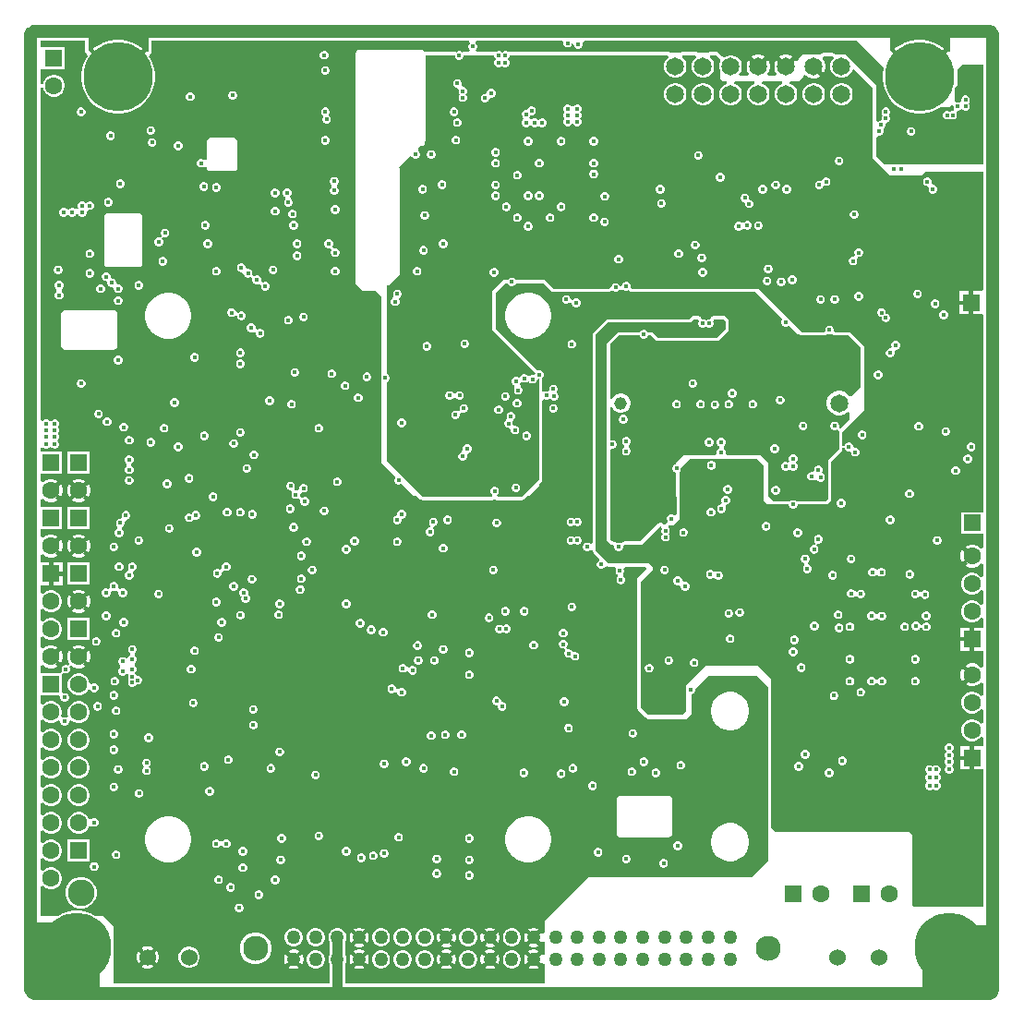
<source format=gbr>
G04*
G04 #@! TF.GenerationSoftware,Altium Limited,Altium Designer,24.9.1 (31)*
G04*
G04 Layer_Physical_Order=2*
G04 Layer_Color=3707366*
%FSLAX44Y44*%
%MOMM*%
G71*
G04*
G04 #@! TF.SameCoordinates,71836318-DDD3-4581-AD3B-DFE8F42F7339*
G04*
G04*
G04 #@! TF.FilePolarity,Positive*
G04*
G01*
G75*
%ADD57R,6.8000X6.4000*%
%ADD58R,6.5000X6.7000*%
%ADD105C,1.5240*%
%ADD107C,0.5000*%
%ADD110C,1.2000*%
%ADD122C,0.8890*%
%ADD127C,1.6000*%
%ADD128R,1.6000X1.6000*%
%ADD129C,2.4500*%
%ADD130R,1.6000X1.6000*%
%ADD131C,2.3000*%
%ADD133C,1.2580*%
%ADD134C,1.1500*%
%ADD135C,1.6500*%
%ADD139C,6.3500*%
%ADD140C,0.4000*%
G36*
X839669Y888146D02*
X841087Y886728D01*
X842939Y885961D01*
X844944D01*
X846797Y886728D01*
X848195Y888127D01*
X848400Y888161D01*
X850217Y888313D01*
X851522Y886929D01*
Y872583D01*
X849522Y871971D01*
X849461Y872032D01*
X847402Y869973D01*
X844573Y872802D01*
X846633Y874861D01*
X846138Y875355D01*
X841772Y878527D01*
X836963Y880978D01*
X831830Y882646D01*
X826499Y883490D01*
X821101D01*
X815770Y882646D01*
X810637Y880978D01*
X805828Y878527D01*
X801462Y875355D01*
X800967Y874861D01*
X803027Y872802D01*
X800199Y869973D01*
X797455Y872716D01*
X796422Y873144D01*
Y884806D01*
X798422Y886142D01*
X798859Y885961D01*
X800864D01*
X802717Y886728D01*
X804135Y888146D01*
X804289Y888520D01*
X806454D01*
X806609Y888146D01*
X808027Y886728D01*
X809879Y885961D01*
X811884D01*
X813737Y886728D01*
X815155Y888146D01*
X815310Y888520D01*
X817474D01*
X817629Y888146D01*
X819047Y886728D01*
X820899Y885961D01*
X822904D01*
X824757Y886728D01*
X826175Y888146D01*
X826329Y888520D01*
X828494D01*
X828649Y888146D01*
X830067Y886728D01*
X831919Y885961D01*
X833924D01*
X835777Y886728D01*
X837195Y888146D01*
X837349Y888520D01*
X839514D01*
X839669Y888146D01*
D02*
G37*
G36*
X101330D02*
X102747Y886728D01*
X104600Y885961D01*
X106605D01*
X108457Y886728D01*
X109875Y888146D01*
X110030Y888520D01*
X112195D01*
X112350Y888146D01*
X113767Y886728D01*
X115620Y885961D01*
X116622D01*
Y872583D01*
X114622Y871971D01*
X114561Y872032D01*
X112502Y869973D01*
X109673Y872802D01*
X111733Y874861D01*
X111238Y875355D01*
X106872Y878527D01*
X102063Y880978D01*
X96930Y882646D01*
X91599Y883490D01*
X86201D01*
X80870Y882646D01*
X75737Y880978D01*
X70928Y878527D01*
X66562Y875355D01*
X66068Y874861D01*
X68127Y872802D01*
X65298Y869973D01*
X62555Y872716D01*
X61522Y873144D01*
Y885961D01*
X62525D01*
X64377Y886728D01*
X65795Y888146D01*
X65950Y888520D01*
X68115D01*
X68270Y888146D01*
X69687Y886728D01*
X71540Y885961D01*
X73545D01*
X75397Y886728D01*
X76815Y888146D01*
X76970Y888520D01*
X79135D01*
X79290Y888146D01*
X80707Y886728D01*
X82560Y885961D01*
X84565D01*
X86417Y886728D01*
X87835Y888146D01*
X87990Y888520D01*
X90155D01*
X90310Y888146D01*
X91727Y886728D01*
X93580Y885961D01*
X95585D01*
X97437Y886728D01*
X98855Y888146D01*
X99010Y888520D01*
X101175D01*
X101330Y888146D01*
D02*
G37*
G36*
X790885Y857115D02*
X790881Y857103D01*
X790050Y851856D01*
Y846544D01*
X790881Y841297D01*
X792523Y836245D01*
X794934Y831511D01*
X798057Y827213D01*
X801813Y823457D01*
X806111Y820334D01*
X810844Y817923D01*
X815897Y816281D01*
X821144Y815450D01*
X826456D01*
X831703Y816281D01*
X836756Y817923D01*
X841489Y820334D01*
X842405Y821000D01*
X851000D01*
X853145Y823145D01*
X855000Y822172D01*
Y821204D01*
X855563Y819845D01*
X855135Y818816D01*
X854516Y817998D01*
X853203D01*
X851732Y817389D01*
X851498Y817155D01*
X851264Y817389D01*
X849794Y817998D01*
X848203D01*
X846732Y817389D01*
X845607Y816264D01*
X844998Y814794D01*
Y813203D01*
X845607Y811733D01*
X846732Y810607D01*
X848203Y809998D01*
X849794D01*
X851264Y810607D01*
X851498Y810842D01*
X851732Y810607D01*
X853203Y809998D01*
X854794D01*
X856264Y810607D01*
X857389Y811733D01*
X857998Y813203D01*
Y814794D01*
X857435Y816154D01*
X857864Y817182D01*
X858482Y818000D01*
X859796D01*
X861266Y818609D01*
X862500Y819643D01*
X863734Y818609D01*
X865204Y818000D01*
X866796D01*
X868266Y818609D01*
X869391Y819734D01*
X870000Y821204D01*
Y822796D01*
X869391Y824266D01*
X868657Y825000D01*
X869391Y825734D01*
X870000Y827204D01*
Y828796D01*
X869391Y830266D01*
X868266Y831391D01*
X866796Y832000D01*
X865204D01*
X863734Y831391D01*
X862609Y830266D01*
X862000Y828796D01*
Y827204D01*
X860446Y825731D01*
X859796Y826000D01*
X858204D01*
X857958Y825898D01*
X856000Y827252D01*
Y839000D01*
X859000Y842000D01*
Y856000D01*
X863000Y860000D01*
X881922D01*
Y769000D01*
X791326D01*
X784059Y776267D01*
Y793724D01*
X786059Y795060D01*
X786204Y795000D01*
X787796D01*
X789266Y795609D01*
X790391Y796734D01*
X791000Y798204D01*
Y799796D01*
X790866Y801609D01*
X791991Y802734D01*
X792600Y804204D01*
X792600Y805796D01*
X793796Y807000D01*
X795266Y807609D01*
X796391Y808734D01*
X797000Y810204D01*
Y811796D01*
X796391Y813266D01*
X795657Y814000D01*
X796391Y814734D01*
X797000Y816204D01*
Y817796D01*
X796391Y819266D01*
X795266Y820391D01*
X793796Y821000D01*
X792204D01*
X790734Y820391D01*
X789609Y819266D01*
X789000Y817796D01*
Y816204D01*
X789609Y814734D01*
X790343Y814000D01*
X789609Y813266D01*
X789000Y811796D01*
X789000Y810204D01*
X787804Y809000D01*
X786334Y808391D01*
X786059Y808116D01*
X784059Y808944D01*
Y839000D01*
X784000Y839295D01*
Y842000D01*
X756000Y870000D01*
X746448D01*
X746339Y870163D01*
X745346Y870826D01*
X744176Y871059D01*
X735588D01*
X734417Y870826D01*
X733425Y870163D01*
X733316Y870000D01*
X717000D01*
X713000Y866000D01*
Y864188D01*
X711000Y863652D01*
X710334Y864806D01*
X708255Y862727D01*
X705427Y865555D01*
X707506Y867634D01*
X705565Y868755D01*
X702821Y869490D01*
X699979D01*
X697235Y868755D01*
X695294Y867634D01*
X697373Y865555D01*
X694545Y862727D01*
X692466Y864806D01*
X691345Y862865D01*
X690610Y860120D01*
Y857280D01*
X691345Y854535D01*
X692766Y852075D01*
X692841Y852000D01*
X692012Y850000D01*
X685388D01*
X684559Y852000D01*
X684634Y852075D01*
X686055Y854535D01*
X686790Y857280D01*
Y860120D01*
X686055Y862865D01*
X684934Y864806D01*
X682855Y862727D01*
X680027Y865555D01*
X682106Y867634D01*
X680165Y868755D01*
X677421Y869490D01*
X674579D01*
X671835Y868755D01*
X669894Y867634D01*
X671973Y865555D01*
X669145Y862727D01*
X667066Y864806D01*
X665945Y862865D01*
X665210Y860120D01*
Y857280D01*
X665945Y854535D01*
X667366Y852075D01*
X667441Y852000D01*
X666612Y850000D01*
X659224D01*
X658396Y852000D01*
X658802Y852406D01*
X660152Y854744D01*
X660850Y857351D01*
Y860049D01*
X660152Y862656D01*
X658802Y864994D01*
X656894Y866902D01*
X654556Y868251D01*
X651949Y868950D01*
X649251D01*
X646644Y868251D01*
X644306Y866902D01*
X642451Y867875D01*
X639163Y871163D01*
X638171Y871826D01*
X637000Y872059D01*
X637000Y872059D01*
X631860D01*
X631662Y872019D01*
X631461Y872033D01*
X631082Y871904D01*
X630689Y871826D01*
X630522Y871714D01*
X630331Y871649D01*
X630030Y871385D01*
X629697Y871163D01*
X629588Y871000D01*
X620812D01*
X620703Y871163D01*
X620370Y871385D01*
X620070Y871649D01*
X619878Y871714D01*
X619711Y871826D01*
X619318Y871904D01*
X618939Y872033D01*
X618738Y872019D01*
X618540Y872059D01*
X606460D01*
X606262Y872019D01*
X606061Y872033D01*
X605682Y871904D01*
X605289Y871826D01*
X605122Y871714D01*
X604930Y871649D01*
X604630Y871385D01*
X604297Y871163D01*
X604188Y871000D01*
X595412D01*
X595303Y871163D01*
X594970Y871385D01*
X594669Y871649D01*
X594478Y871714D01*
X594311Y871826D01*
X593918Y871904D01*
X593539Y872033D01*
X593338Y872019D01*
X593140Y872059D01*
X448000D01*
X446831Y871826D01*
X446266Y872391D01*
X444796Y873000D01*
X443204D01*
X441734Y872391D01*
X441000Y871657D01*
X440266Y872391D01*
X438796Y873000D01*
X437204D01*
X435734Y872391D01*
X435169Y871826D01*
X434000Y872059D01*
X417352D01*
X416716Y874059D01*
X417391Y874734D01*
X418000Y876204D01*
Y877796D01*
X417391Y879266D01*
X416734Y879922D01*
X417397Y881922D01*
X496247D01*
X497000Y880796D01*
Y879204D01*
X497609Y877734D01*
X498734Y876609D01*
X500204Y876000D01*
X501796D01*
X503266Y876609D01*
X504391Y877734D01*
X505000Y879204D01*
Y879394D01*
X507000Y878204D01*
X507609Y876734D01*
X508734Y875609D01*
X510204Y875000D01*
X511796D01*
X513266Y875609D01*
X514391Y876734D01*
X515000Y878204D01*
Y879796D01*
X514948Y879922D01*
X516284Y881922D01*
X766078D01*
X790885Y857115D01*
D02*
G37*
G36*
X641000Y865000D02*
Y862475D01*
X640350Y860049D01*
Y857351D01*
X641000Y854925D01*
Y848000D01*
X644000Y845000D01*
X646935D01*
X647198Y843000D01*
X646644Y842851D01*
X644306Y841502D01*
X642398Y839594D01*
X641049Y837256D01*
X640350Y834649D01*
Y831951D01*
X641049Y829344D01*
X642398Y827006D01*
X644306Y825098D01*
X646644Y823748D01*
X649251Y823050D01*
X651949D01*
X654556Y823748D01*
X656894Y825098D01*
X658802Y827006D01*
X660152Y829344D01*
X660850Y831951D01*
Y834649D01*
X660152Y837256D01*
X658802Y839594D01*
X656894Y841502D01*
X654556Y842851D01*
X654002Y843000D01*
X654265Y845000D01*
X672335D01*
X672598Y843000D01*
X672044Y842851D01*
X669706Y841502D01*
X667798Y839594D01*
X666449Y837256D01*
X665750Y834649D01*
Y831951D01*
X666449Y829344D01*
X667798Y827006D01*
X669706Y825098D01*
X672044Y823748D01*
X674651Y823050D01*
X677349D01*
X679956Y823748D01*
X682294Y825098D01*
X684202Y827006D01*
X685552Y829344D01*
X686250Y831951D01*
Y834649D01*
X685552Y837256D01*
X684202Y839594D01*
X682294Y841502D01*
X679956Y842851D01*
X679402Y843000D01*
X679665Y845000D01*
X697735D01*
X697998Y843000D01*
X697444Y842851D01*
X695106Y841502D01*
X693198Y839594D01*
X691849Y837256D01*
X691150Y834649D01*
Y831951D01*
X691849Y829344D01*
X693198Y827006D01*
X695106Y825098D01*
X697444Y823748D01*
X700051Y823050D01*
X702749D01*
X705356Y823748D01*
X707694Y825098D01*
X709602Y827006D01*
X710952Y829344D01*
X711650Y831951D01*
Y834649D01*
X710952Y837256D01*
X709602Y839594D01*
X707694Y841502D01*
X705356Y842851D01*
X704802Y843000D01*
X705065Y845000D01*
X713000D01*
X717000Y849000D01*
Y850412D01*
X719000Y851241D01*
X720175Y850066D01*
X722635Y848645D01*
X725379Y847910D01*
X728221D01*
X730965Y848645D01*
X732906Y849766D01*
X730827Y851845D01*
X733655Y854673D01*
X735734Y852594D01*
X736855Y854535D01*
X737590Y857280D01*
Y860120D01*
X736855Y862865D01*
X735434Y865325D01*
X734759Y866000D01*
X735588Y868000D01*
X744176D01*
X745004Y866000D01*
X743998Y864994D01*
X742648Y862656D01*
X741950Y860049D01*
Y857351D01*
X742648Y854744D01*
X743998Y852406D01*
X745906Y850498D01*
X748244Y849148D01*
X750851Y848450D01*
X753549D01*
X756156Y849148D01*
X758494Y850498D01*
X760402Y852406D01*
X761751Y854744D01*
X761894Y855277D01*
X764125Y855875D01*
X781000Y839000D01*
Y775000D01*
X797000Y759000D01*
X826000D01*
X829500Y762500D01*
X881500D01*
X881922Y762078D01*
Y654382D01*
X881540Y652540D01*
X879922Y652540D01*
X873000D01*
Y649690D01*
X869000D01*
Y652540D01*
X860460D01*
Y644000D01*
X863310D01*
Y640000D01*
X860460D01*
Y631460D01*
X869000D01*
Y634310D01*
X873000D01*
Y631460D01*
X879922D01*
X881540Y631460D01*
X881922Y629618D01*
Y450000D01*
X862000D01*
Y430000D01*
X881922D01*
Y417507D01*
X879922Y416783D01*
X878472Y418234D01*
X876068Y419622D01*
X873388Y420340D01*
X870612D01*
X867932Y419622D01*
X866077Y418551D01*
X868156Y416473D01*
X865327Y413644D01*
X863249Y415723D01*
X862178Y413868D01*
X861460Y411188D01*
Y408412D01*
X862178Y405732D01*
X863249Y403877D01*
X865327Y405956D01*
X868156Y403127D01*
X866077Y401049D01*
X867932Y399978D01*
X870612Y399260D01*
X873388D01*
X876068Y399978D01*
X878472Y401366D01*
X879922Y402817D01*
X881922Y402093D01*
Y391214D01*
X880287Y390640D01*
X879922Y390620D01*
X878140Y392402D01*
X875860Y393718D01*
X873316Y394400D01*
X870684D01*
X868140Y393718D01*
X865860Y392402D01*
X863998Y390540D01*
X862682Y388260D01*
X862000Y385717D01*
Y383083D01*
X862682Y380540D01*
X863998Y378260D01*
X865860Y376398D01*
X868140Y375081D01*
X870684Y374400D01*
X873316D01*
X875860Y375081D01*
X878140Y376398D01*
X879922Y378180D01*
X880287Y378160D01*
X881922Y377586D01*
Y365814D01*
X880287Y365240D01*
X879922Y365220D01*
X878140Y367002D01*
X875860Y368318D01*
X873316Y369000D01*
X870684D01*
X868140Y368318D01*
X865860Y367002D01*
X863998Y365140D01*
X862682Y362860D01*
X862000Y360317D01*
Y357683D01*
X862682Y355140D01*
X863998Y352860D01*
X865860Y350998D01*
X868140Y349682D01*
X870684Y349000D01*
X873316D01*
X875860Y349682D01*
X878140Y350998D01*
X879922Y352780D01*
X880287Y352760D01*
X881922Y352186D01*
Y344140D01*
X874000D01*
Y341290D01*
X870000D01*
Y344140D01*
X861460D01*
Y335600D01*
X864310D01*
Y331600D01*
X861460D01*
Y323060D01*
X870000D01*
Y325910D01*
X874000D01*
Y323060D01*
X881922D01*
Y308507D01*
X879922Y307783D01*
X878472Y309234D01*
X876068Y310622D01*
X873388Y311340D01*
X870612D01*
X867932Y310622D01*
X866077Y309551D01*
X868156Y307473D01*
X865327Y304644D01*
X863249Y306723D01*
X862178Y304868D01*
X861460Y302188D01*
Y299412D01*
X862178Y296732D01*
X863249Y294877D01*
X865327Y296956D01*
X868156Y294127D01*
X866077Y292049D01*
X867932Y290978D01*
X870612Y290260D01*
X873388D01*
X876068Y290978D01*
X878472Y292366D01*
X879922Y293817D01*
X881922Y293093D01*
Y282214D01*
X880287Y281640D01*
X879922Y281620D01*
X878140Y283402D01*
X875860Y284718D01*
X873316Y285400D01*
X870684D01*
X868140Y284718D01*
X865860Y283402D01*
X863998Y281540D01*
X862682Y279260D01*
X862000Y276716D01*
Y274083D01*
X862682Y271540D01*
X863998Y269260D01*
X865860Y267398D01*
X868140Y266082D01*
X870684Y265400D01*
X873316D01*
X875860Y266082D01*
X878140Y267398D01*
X879922Y269180D01*
X880287Y269160D01*
X881922Y268586D01*
Y256814D01*
X880287Y256240D01*
X879922Y256220D01*
X878140Y258002D01*
X875860Y259319D01*
X873316Y260000D01*
X870684D01*
X868140Y259319D01*
X865860Y258002D01*
X863998Y256140D01*
X862682Y253860D01*
X862000Y251317D01*
Y248683D01*
X862682Y246140D01*
X863998Y243860D01*
X865860Y241998D01*
X868140Y240681D01*
X870684Y240000D01*
X873316D01*
X875860Y240681D01*
X878140Y241998D01*
X879922Y243780D01*
X880287Y243760D01*
X881922Y243186D01*
Y235140D01*
X874000D01*
Y232290D01*
X870000D01*
Y235140D01*
X861460D01*
Y226600D01*
X864310D01*
Y222600D01*
X861460D01*
Y214060D01*
X870000D01*
Y216910D01*
X874000D01*
Y214060D01*
X881922D01*
Y88000D01*
X819000D01*
X817000Y90000D01*
Y154000D01*
X813000Y158000D01*
X812000Y157000D01*
X692000D01*
X688000Y161000D01*
Y297000D01*
X676000Y309000D01*
X628000D01*
X610000Y291000D01*
Y287796D01*
Y268000D01*
X606000Y264000D01*
X575000D01*
X568000Y271000D01*
Y386000D01*
X579000Y397000D01*
Y400000D01*
X576000Y403000D01*
X539000D01*
X527000Y415000D01*
Y613000D01*
X538000Y624000D01*
X614000D01*
X617000Y627000D01*
X620656D01*
X621246Y625982D01*
X621607Y625000D01*
X621100Y623776D01*
Y622224D01*
X621694Y620791D01*
X622791Y619694D01*
X624224Y619100D01*
X625776D01*
X627209Y619694D01*
X628000Y620485D01*
X628791Y619694D01*
X630224Y619100D01*
X631776D01*
X633209Y619694D01*
X634306Y620791D01*
X634900Y622224D01*
Y623776D01*
X634393Y625000D01*
X634754Y625982D01*
X635344Y627000D01*
X644000D01*
X646000Y625000D01*
Y618000D01*
X638000Y610000D01*
X584000D01*
X579000Y615000D01*
X574501D01*
X574391Y615266D01*
X573266Y616391D01*
X571796Y617000D01*
X570204D01*
X568734Y616391D01*
X567609Y615266D01*
X567499Y615000D01*
X547000D01*
X537000Y605000D01*
Y424000D01*
X541000Y420000D01*
X543195D01*
X544000Y418796D01*
Y417204D01*
X544609Y415734D01*
X545734Y414609D01*
X547204Y414000D01*
X548796D01*
X550266Y414609D01*
X551391Y415734D01*
X552000Y417204D01*
Y418796D01*
X552805Y420000D01*
X569000D01*
X586107Y437107D01*
X586508Y437174D01*
X586748Y437092D01*
X587043Y436504D01*
X587493Y434725D01*
X587100Y433776D01*
Y432224D01*
X587694Y430791D01*
X588485Y430000D01*
X587694Y429209D01*
X587100Y427776D01*
Y426224D01*
X587694Y424791D01*
X588791Y423694D01*
X590224Y423100D01*
X591776D01*
X593209Y423694D01*
X594306Y424791D01*
X594900Y426224D01*
Y427776D01*
X594306Y429209D01*
X593515Y430000D01*
X594306Y430791D01*
X594900Y432224D01*
Y433776D01*
X594306Y435209D01*
X593515Y436000D01*
X593829Y437448D01*
X594129Y438000D01*
X598000D01*
X604000Y444000D01*
Y487343D01*
X604391Y487734D01*
X605000Y489204D01*
Y490000D01*
X614000Y499000D01*
X673988D01*
X680488Y492500D01*
Y460513D01*
X684000Y457000D01*
X704000D01*
Y456204D01*
X704609Y454734D01*
X705734Y453609D01*
X707204Y453000D01*
X708796D01*
X710266Y453609D01*
X711391Y454734D01*
X712000Y456204D01*
Y457000D01*
X739000D01*
X743000Y461000D01*
X743000Y496000D01*
X753000Y506000D01*
Y509084D01*
X754965Y509169D01*
X755100Y508843D01*
X755574Y507699D01*
X756699Y506574D01*
X758169Y505965D01*
X759152D01*
X759805Y505905D01*
X761000Y504314D01*
Y504204D01*
X761609Y502734D01*
X762734Y501609D01*
X764204Y501000D01*
X765796D01*
X767266Y501609D01*
X768391Y502734D01*
X769000Y504204D01*
Y505796D01*
X768391Y507266D01*
X767266Y508391D01*
X765796Y509000D01*
X764813D01*
X764159Y509060D01*
X762965Y510651D01*
Y510760D01*
X762356Y512231D01*
X761231Y513356D01*
X759761Y513965D01*
X758169D01*
X756699Y513356D01*
X755574Y512231D01*
X755100Y511087D01*
X754965Y510760D01*
X753000Y510845D01*
X753000Y523000D01*
X773000Y543000D01*
Y602000D01*
X760000Y615000D01*
X746235D01*
X745339Y616341D01*
Y617932D01*
X744730Y619402D01*
X743605Y620527D01*
X742134Y621136D01*
X740543D01*
X739073Y620527D01*
X737948Y619402D01*
X737339Y617932D01*
Y616341D01*
X736443Y615000D01*
X716000D01*
X676000Y655000D01*
X559805Y655000D01*
X559000Y656204D01*
Y657796D01*
X558391Y659266D01*
X557266Y660391D01*
X555796Y661000D01*
X554204D01*
X552734Y660391D01*
X551609Y659266D01*
X551000Y657796D01*
X549000Y657295D01*
X548767Y657357D01*
X548391Y658266D01*
X547266Y659391D01*
X545796Y660000D01*
X544204D01*
X542734Y659391D01*
X541609Y658266D01*
X541000Y656796D01*
X539085Y655000D01*
X488000D01*
X480000Y663000D01*
X453501D01*
X453391Y663266D01*
X452266Y664391D01*
X450796Y665000D01*
X449204D01*
X447734Y664391D01*
X446609Y663266D01*
X446499Y663000D01*
X442000D01*
X432000Y653000D01*
Y617000D01*
X471570Y577430D01*
X470437Y575734D01*
X469796Y576000D01*
X468204D01*
X466734Y575391D01*
X466696Y575353D01*
X464765Y574980D01*
X464193Y575463D01*
X463566Y576091D01*
X462096Y576700D01*
X460504D01*
X459034Y576091D01*
X457909Y574966D01*
X457795Y574690D01*
X456512Y573601D01*
X455405Y573748D01*
X454796Y574000D01*
X453204D01*
X451734Y573391D01*
X450609Y572266D01*
X450000Y570796D01*
Y569204D01*
X450609Y567734D01*
X451734Y566609D01*
X452103Y566456D01*
X452628Y564152D01*
X452589Y564114D01*
X451980Y562644D01*
Y561052D01*
X452589Y559582D01*
X453714Y558457D01*
X455185Y557848D01*
X456776D01*
X458246Y558457D01*
X459371Y559582D01*
X459980Y561052D01*
Y562644D01*
X459371Y564114D01*
X458246Y565239D01*
X457877Y565392D01*
X457353Y567696D01*
X457391Y567734D01*
X457505Y568010D01*
X458788Y569100D01*
X459896Y568952D01*
X460504Y568700D01*
X462096D01*
X463566Y569309D01*
X463604Y569347D01*
X465535Y569720D01*
X466107Y569237D01*
X466734Y568609D01*
X468204Y568000D01*
X469796D01*
X471266Y568609D01*
X472391Y569734D01*
X473000Y571204D01*
Y571347D01*
X475000Y572546D01*
Y480000D01*
X459000Y464000D01*
X436871D01*
X436474Y466000D01*
X436495Y466009D01*
X437621Y467134D01*
X438230Y468604D01*
Y470196D01*
X437621Y471666D01*
X436495Y472791D01*
X435025Y473400D01*
X433434D01*
X431964Y472791D01*
X430839Y471666D01*
X430230Y470196D01*
Y468604D01*
X430839Y467134D01*
X431964Y466009D01*
X431986Y466000D01*
X431588Y464000D01*
X368000D01*
X335000Y497000D01*
Y569085D01*
X336266Y569609D01*
X337391Y570734D01*
X338000Y572204D01*
Y573796D01*
X337391Y575266D01*
X336266Y576391D01*
X335000Y576915D01*
X335000Y658000D01*
X337000D01*
X347000Y668000D01*
Y765000D01*
X346000Y766000D01*
X356236Y776236D01*
X358595Y775767D01*
X358609Y775734D01*
X359734Y774609D01*
X361204Y774000D01*
X362796D01*
X364266Y774609D01*
X365391Y775734D01*
X366000Y777204D01*
Y778796D01*
X365391Y780266D01*
X364266Y781391D01*
X364233Y781405D01*
X363764Y783764D01*
X365941Y785941D01*
X367000D01*
X368171Y786174D01*
X369163Y786837D01*
X369826Y787830D01*
X370059Y789000D01*
Y790059D01*
X371000Y791000D01*
Y869000D01*
X397669D01*
Y867954D01*
X398278Y866484D01*
X399403Y865359D01*
X400873Y864750D01*
X402464D01*
X403935Y865359D01*
X405060Y866484D01*
X405669Y867954D01*
Y869000D01*
X434000D01*
Y868204D01*
X434609Y866734D01*
X435643Y865500D01*
X434609Y864266D01*
X434000Y862796D01*
Y861204D01*
X434609Y859734D01*
X435734Y858609D01*
X437204Y858000D01*
X438796D01*
X440266Y858609D01*
X441000Y859343D01*
X441734Y858609D01*
X443204Y858000D01*
X444796D01*
X446266Y858609D01*
X447391Y859734D01*
X448000Y861204D01*
Y862796D01*
X447391Y864266D01*
X446357Y865500D01*
X447391Y866734D01*
X448000Y868204D01*
Y869000D01*
X593140D01*
X593676Y867000D01*
X593506Y866902D01*
X591598Y864994D01*
X590248Y862656D01*
X589550Y860049D01*
Y857351D01*
X590248Y854744D01*
X591598Y852406D01*
X593506Y850498D01*
X595844Y849148D01*
X598451Y848450D01*
X601149D01*
X603756Y849148D01*
X606094Y850498D01*
X608002Y852406D01*
X609352Y854744D01*
X610050Y857351D01*
Y860049D01*
X609352Y862656D01*
X608002Y864994D01*
X606094Y866902D01*
X605924Y867000D01*
X606460Y869000D01*
X618540D01*
X619076Y867000D01*
X618906Y866902D01*
X616998Y864994D01*
X615648Y862656D01*
X614950Y860049D01*
Y857351D01*
X615648Y854744D01*
X616998Y852406D01*
X618906Y850498D01*
X621244Y849148D01*
X623851Y848450D01*
X626549D01*
X629156Y849148D01*
X631494Y850498D01*
X633402Y852406D01*
X634752Y854744D01*
X635450Y857351D01*
Y860049D01*
X634752Y862656D01*
X633402Y864994D01*
X631494Y866902D01*
X631324Y867000D01*
X631860Y869000D01*
X637000D01*
X641000Y865000D01*
D02*
G37*
G36*
X411266Y879922D02*
X410609Y879266D01*
X410000Y877796D01*
Y876204D01*
X410609Y874734D01*
X411284Y874059D01*
X410648Y872059D01*
X405669D01*
X404498Y871826D01*
X404349Y871726D01*
X403935Y872141D01*
X402464Y872750D01*
X400873D01*
X399403Y872141D01*
X398988Y871726D01*
X398839Y871826D01*
X397669Y872059D01*
X371000D01*
X369892Y871838D01*
X369826Y872170D01*
X369163Y873163D01*
X368171Y873826D01*
X367000Y874059D01*
X310000D01*
X308829Y873826D01*
X307837Y873163D01*
X307174Y872170D01*
X306941Y871000D01*
Y789000D01*
X307000Y788704D01*
Y778000D01*
Y659000D01*
X313000Y653000D01*
X325000D01*
X330000Y647000D01*
Y573796D01*
X330000Y573796D01*
Y572204D01*
X330000Y572204D01*
Y495000D01*
X343172Y481828D01*
X342609Y481266D01*
X342000Y479796D01*
Y478204D01*
X342609Y476734D01*
X343734Y475609D01*
X345204Y475000D01*
X346796D01*
X348266Y475609D01*
X348828Y476172D01*
X360000Y465000D01*
X362674D01*
X365837Y461837D01*
X366829Y461174D01*
X368000Y460941D01*
X368000Y460941D01*
X431588D01*
X431883Y461000D01*
X432184D01*
X432463Y461115D01*
X432758Y461174D01*
X432830Y461222D01*
X433547Y461457D01*
X434912D01*
X435630Y461222D01*
X435701Y461174D01*
X435997Y461115D01*
X436275Y461000D01*
X436576D01*
X436871Y460941D01*
X459000D01*
X459000Y460941D01*
X460171Y461174D01*
X461163Y461837D01*
X464326Y465000D01*
X466000D01*
X475000Y474000D01*
Y475674D01*
X477163Y477837D01*
X477826Y478829D01*
X478059Y480000D01*
X478059Y480000D01*
Y552456D01*
X478810Y552973D01*
X480059Y553475D01*
X481204Y553000D01*
X482796D01*
X484266Y553609D01*
X484677Y554020D01*
X485609Y553834D01*
X486734Y552709D01*
X488204Y552100D01*
X489796D01*
X491266Y552709D01*
X492391Y553834D01*
X493000Y555304D01*
Y556896D01*
X492391Y558366D01*
X491266Y559491D01*
X491125Y560196D01*
X491527Y560598D01*
X492136Y562068D01*
Y563660D01*
X491527Y565130D01*
X490402Y566255D01*
X488932Y566864D01*
X487340D01*
X485870Y566255D01*
X484745Y565130D01*
X484136Y563660D01*
Y562610D01*
X483204Y561490D01*
X482414Y561000D01*
X481204D01*
X480059Y560526D01*
X478810Y561027D01*
X478059Y561544D01*
Y572546D01*
X478014Y572768D01*
X478026Y572995D01*
X477927Y573270D01*
X478391Y573734D01*
X479000Y575204D01*
Y576796D01*
X478391Y578266D01*
X477266Y579391D01*
X475796Y580000D01*
X474204D01*
X473583Y579743D01*
X435059Y618267D01*
Y651059D01*
X443941Y659941D01*
X446109D01*
X446609Y658734D01*
X447734Y657609D01*
X449204Y657000D01*
X450796D01*
X452266Y657609D01*
X453391Y658734D01*
X453891Y659941D01*
X478733D01*
X485837Y652837D01*
X485837Y652837D01*
X486829Y652174D01*
X488000Y651941D01*
X488000Y651941D01*
X539085D01*
X539622Y652048D01*
X540163Y652138D01*
X540206Y652164D01*
X540255Y652174D01*
X540711Y652479D01*
X541177Y652768D01*
X541898Y653445D01*
X542734Y652609D01*
X544204Y652000D01*
X545796D01*
X547266Y652609D01*
X548391Y653734D01*
X548501Y654000D01*
X552343D01*
X552734Y653609D01*
X554204Y653000D01*
X555796D01*
X557101Y653541D01*
X557261Y653301D01*
X557474Y653088D01*
X557642Y652837D01*
X557892Y652670D01*
X558105Y652457D01*
X558384Y652342D01*
X558634Y652174D01*
X558930Y652115D01*
X559208Y652000D01*
X559509D01*
X559805Y651941D01*
X673059Y651941D01*
X698172Y626828D01*
X697609Y626266D01*
X697000Y624796D01*
Y623204D01*
X697609Y621734D01*
X698734Y620609D01*
X700204Y620000D01*
X701796D01*
X703266Y620609D01*
X703828Y621172D01*
X712000Y613000D01*
X713674D01*
X713837Y612837D01*
X714829Y612174D01*
X716000Y611941D01*
X716000Y611941D01*
X736443D01*
X736738Y612000D01*
X737040D01*
X737318Y612115D01*
X737614Y612174D01*
X737864Y612341D01*
X738142Y612457D01*
X738355Y612670D01*
X738606Y612837D01*
X738715Y613000D01*
X743963D01*
X744072Y612837D01*
X744322Y612670D01*
X744535Y612457D01*
X744814Y612341D01*
X745064Y612174D01*
X745360Y612115D01*
X745638Y612000D01*
X745939D01*
X746235Y611941D01*
X758733D01*
X769941Y600733D01*
Y564941D01*
X761227Y556227D01*
X759244Y556488D01*
X759002Y556908D01*
X756908Y559002D01*
X754342Y560483D01*
X751481Y561250D01*
X748519D01*
X745658Y560483D01*
X743092Y559002D01*
X740998Y556908D01*
X739517Y554342D01*
X738750Y551481D01*
Y548519D01*
X739517Y545658D01*
X740998Y543092D01*
X743092Y540998D01*
X745658Y539517D01*
X748519Y538750D01*
X751481D01*
X754342Y539517D01*
X756908Y540998D01*
X758000Y542090D01*
X760000Y541262D01*
Y535000D01*
X751430Y526430D01*
X749734Y527562D01*
X750000Y528204D01*
Y529796D01*
X749391Y531266D01*
X748266Y532391D01*
X746796Y533000D01*
X745204D01*
X743734Y532391D01*
X742609Y531266D01*
X742000Y529796D01*
Y528204D01*
X742609Y526734D01*
X743734Y525609D01*
X745204Y525000D01*
X746796D01*
X748250Y525602D01*
X748378Y525538D01*
X750000Y524515D01*
Y523296D01*
X749941Y523000D01*
X749941Y523000D01*
X749941Y510845D01*
X750000Y510550D01*
Y509380D01*
X749941Y509084D01*
Y507941D01*
X740000Y498000D01*
Y496296D01*
X739941Y496000D01*
X739941Y496000D01*
X739941Y462267D01*
X737733Y460059D01*
X712000D01*
X711704Y460000D01*
X710657D01*
X710266Y460391D01*
X708796Y461000D01*
X707204D01*
X705734Y460391D01*
X705343Y460000D01*
X704296D01*
X704000Y460059D01*
X689941D01*
X685000Y465000D01*
Y495000D01*
X678000Y502000D01*
X674283D01*
X673988Y502059D01*
X673987Y502059D01*
X647276D01*
X645940Y504059D01*
X646000Y504204D01*
Y505796D01*
X645391Y507266D01*
X644266Y508391D01*
X644202Y508418D01*
Y510582D01*
X644266Y510609D01*
X645391Y511734D01*
X646000Y513204D01*
Y514796D01*
X645391Y516266D01*
X644266Y517391D01*
X642796Y518000D01*
X641204D01*
X639734Y517391D01*
X638609Y516266D01*
X638000Y514796D01*
Y513204D01*
X638609Y511734D01*
X639734Y510609D01*
X639798Y510582D01*
Y508418D01*
X639734Y508391D01*
X638609Y507266D01*
X638000Y505796D01*
Y504204D01*
X638060Y504059D01*
X636724Y502059D01*
X614000D01*
X614000Y502059D01*
X613704Y502000D01*
X607000D01*
X600000Y495000D01*
Y493915D01*
X598734Y493391D01*
X597609Y492266D01*
X597000Y490796D01*
Y489204D01*
X597609Y487734D01*
X598734Y486609D01*
X600000Y486085D01*
Y465000D01*
X600941Y464059D01*
Y447714D01*
X598941Y446886D01*
X598436Y447391D01*
X596966Y448000D01*
X595375D01*
X593905Y447391D01*
X592779Y446266D01*
X592170Y444796D01*
Y443204D01*
X592392Y442670D01*
X592716Y441613D01*
X591966Y440163D01*
X591721Y439797D01*
X591440Y439459D01*
X591326Y439248D01*
X590703Y438984D01*
X590291Y438914D01*
X589219Y438923D01*
X589116Y438934D01*
X588768Y439389D01*
X588756Y439395D01*
X588748Y439406D01*
X588241Y439694D01*
X587735Y439987D01*
X587496Y440069D01*
X587343Y440089D01*
X587203Y440153D01*
X586756Y440167D01*
X586313Y440226D01*
X586164Y440186D01*
X586010Y440191D01*
X585609Y440125D01*
X585281Y440002D01*
X584937Y439933D01*
X584728Y439793D01*
X584492Y439705D01*
X584236Y439465D01*
X583944Y439270D01*
X567733Y423059D01*
X552805D01*
X552509Y423000D01*
X552208D01*
X551930Y422885D01*
X551634Y422826D01*
X551384Y422659D01*
X551105Y422543D01*
X550892Y422330D01*
X550642Y422163D01*
X550474Y421912D01*
X550261Y421699D01*
X550101Y421459D01*
X548796Y422000D01*
X547204D01*
X545899Y421459D01*
X545739Y421699D01*
X545526Y421912D01*
X545358Y422163D01*
X545108Y422330D01*
X544895Y422543D01*
X544616Y422659D01*
X544366Y422826D01*
X544070Y422885D01*
X543792Y423000D01*
X543491D01*
X543195Y423059D01*
X542267D01*
X540059Y425267D01*
Y507234D01*
X541204Y508000D01*
X542796D01*
X544266Y508609D01*
X545391Y509734D01*
X546000Y511204D01*
Y512796D01*
X545391Y514266D01*
X544266Y515391D01*
X542796Y516000D01*
X541204D01*
X540059Y516766D01*
Y545917D01*
X540498Y546090D01*
X542059Y546255D01*
X542998Y544627D01*
X544627Y542998D01*
X546623Y541846D01*
X548848Y541250D01*
X551152D01*
X553377Y541846D01*
X555373Y542998D01*
X557002Y544627D01*
X558154Y546623D01*
X558750Y548848D01*
Y551152D01*
X558154Y553377D01*
X557002Y555373D01*
X555373Y557002D01*
X553377Y558154D01*
X551152Y558750D01*
X548848D01*
X546623Y558154D01*
X544627Y557002D01*
X542998Y555373D01*
X542059Y553745D01*
X540498Y553910D01*
X540059Y554083D01*
Y603733D01*
X548267Y611941D01*
X567109D01*
X567609Y610734D01*
X568734Y609609D01*
X570204Y609000D01*
X571796D01*
X573266Y609609D01*
X574391Y610734D01*
X574891Y611941D01*
X577733D01*
X581837Y607837D01*
X582830Y607174D01*
X584000Y606941D01*
X584000Y606941D01*
X638000D01*
X639170Y607174D01*
X640163Y607837D01*
X648163Y615837D01*
X648826Y616829D01*
X649059Y618000D01*
X649059Y618000D01*
Y625000D01*
X648826Y626171D01*
X648163Y627163D01*
X646163Y629163D01*
X645171Y629826D01*
X644000Y630059D01*
X644000Y630059D01*
X635344D01*
X634954Y629981D01*
X634557Y629956D01*
X634374Y629866D01*
X634173Y629826D01*
X633843Y629605D01*
X633485Y629430D01*
X633351Y629276D01*
X633181Y629163D01*
X632960Y628832D01*
X632697Y628533D01*
X632108Y627516D01*
X631776Y626900D01*
X630224D01*
X628791Y626306D01*
X628000Y625515D01*
X627209Y626306D01*
X625776Y626900D01*
X624224D01*
X623892Y627516D01*
X623303Y628533D01*
X623040Y628832D01*
X622819Y629163D01*
X622649Y629276D01*
X622514Y629430D01*
X622157Y629605D01*
X621827Y629826D01*
X621627Y629866D01*
X621443Y629956D01*
X621046Y629981D01*
X620656Y630059D01*
X617000D01*
X617000Y630059D01*
X615830Y629826D01*
X614837Y629163D01*
X614837Y629163D01*
X612733Y627059D01*
X538000D01*
X536829Y626826D01*
X535837Y626163D01*
X535837Y626163D01*
X524837Y615163D01*
X524174Y614170D01*
X523941Y613000D01*
X523941Y613000D01*
Y421352D01*
X521941Y420716D01*
X521266Y421391D01*
X519796Y422000D01*
X518204D01*
X516734Y421391D01*
X515609Y420266D01*
X515000Y418796D01*
Y417204D01*
X515609Y415734D01*
X516734Y414609D01*
X518204Y414000D01*
X519796D01*
X521266Y414609D01*
X521941Y415284D01*
X523102Y415119D01*
X523847Y414819D01*
X523996Y414726D01*
X524174Y413829D01*
X524837Y412837D01*
X524837Y412837D01*
X530006Y407668D01*
X529734Y405391D01*
X528609Y404266D01*
X528000Y402796D01*
Y401204D01*
X528609Y399734D01*
X529734Y398609D01*
X531204Y398000D01*
X532796D01*
X534266Y398609D01*
X535251Y399594D01*
X535443Y399745D01*
X537758Y400222D01*
X537830Y400174D01*
X539000Y399941D01*
X539000Y399941D01*
X544456D01*
X544973Y399190D01*
X545475Y397941D01*
X545000Y396796D01*
Y395204D01*
X545609Y393734D01*
X546537Y392807D01*
X546735Y392572D01*
X546772Y390429D01*
X546609Y390266D01*
X546000Y388796D01*
Y387204D01*
X546609Y385734D01*
X547734Y384609D01*
X549204Y384000D01*
X550796D01*
X552266Y384609D01*
X553391Y385734D01*
X554000Y387204D01*
Y388796D01*
X553391Y390266D01*
X552463Y391193D01*
X552265Y391428D01*
X552228Y393571D01*
X552391Y393734D01*
X553000Y395204D01*
Y396796D01*
X552525Y397941D01*
X553027Y399190D01*
X553544Y399941D01*
X572113D01*
X572941Y397941D01*
X565000Y390000D01*
Y386296D01*
X564941Y386000D01*
X564941Y386000D01*
Y271000D01*
X565000Y270704D01*
Y270000D01*
X565181Y269819D01*
X565837Y268837D01*
X572837Y261837D01*
X573819Y261181D01*
X575000Y260000D01*
X610000D01*
X615000Y265000D01*
Y283085D01*
X616266Y283609D01*
X617391Y284734D01*
X618000Y286204D01*
Y287796D01*
X617940Y287940D01*
X630000Y300000D01*
X675000D01*
X684941Y290059D01*
Y161000D01*
X684941Y161000D01*
X685000Y160704D01*
Y130000D01*
X670000Y115000D01*
X520000D01*
X480000Y75000D01*
Y64134D01*
X479892Y64090D01*
X478000Y63804D01*
X477499Y64671D01*
X475412Y62584D01*
X472584Y65412D01*
X474671Y67499D01*
X473408Y68228D01*
X471162Y68830D01*
X468838D01*
X466592Y68228D01*
X465329Y67499D01*
X467416Y65412D01*
X464588Y62584D01*
X462501Y64671D01*
X461772Y63408D01*
X461170Y61163D01*
Y58837D01*
X461772Y56592D01*
X462501Y55329D01*
X464588Y57416D01*
X467416Y54588D01*
X465329Y52501D01*
X466592Y51772D01*
X468838Y51170D01*
X471162D01*
X473408Y51772D01*
X474671Y52501D01*
X472584Y54588D01*
X475412Y57416D01*
X477499Y55329D01*
X478000Y56196D01*
X479892Y55910D01*
X480000Y55866D01*
Y44134D01*
X479892Y44090D01*
X478000Y43804D01*
X477499Y44671D01*
X475412Y42584D01*
X472584Y45412D01*
X474671Y47499D01*
X473408Y48228D01*
X471162Y48830D01*
X468838D01*
X466592Y48228D01*
X465329Y47499D01*
X467416Y45412D01*
X464588Y42584D01*
X462501Y44671D01*
X461772Y43408D01*
X461170Y41163D01*
Y38837D01*
X461772Y36592D01*
X462501Y35329D01*
X464588Y37416D01*
X467416Y34588D01*
X465329Y32501D01*
X466592Y31772D01*
X468838Y31170D01*
X471162D01*
X473408Y31772D01*
X474671Y32501D01*
X472584Y34588D01*
X475412Y37416D01*
X477499Y35329D01*
X478000Y36196D01*
X479892Y35910D01*
X480000Y35865D01*
Y18078D01*
X297509D01*
Y36426D01*
X297725Y36800D01*
X298290Y38909D01*
Y41091D01*
X297725Y43200D01*
X297509Y43574D01*
Y56426D01*
X297725Y56800D01*
X298290Y58909D01*
Y61091D01*
X297725Y63200D01*
X296634Y65090D01*
X295090Y66634D01*
X293200Y67725D01*
X291091Y68290D01*
X288909D01*
X286800Y67725D01*
X284910Y66634D01*
X283366Y65090D01*
X282275Y63200D01*
X281710Y61091D01*
Y58909D01*
X282275Y56800D01*
X282491Y56426D01*
Y43574D01*
X282275Y43200D01*
X281710Y41091D01*
Y38909D01*
X282275Y36800D01*
X282491Y36426D01*
Y18078D01*
X85000D01*
Y70000D01*
X75000Y80000D01*
X67833D01*
X63755Y82077D01*
X58703Y83719D01*
X53456Y84550D01*
X48144D01*
X42897Y83719D01*
X37845Y82077D01*
X33767Y80000D01*
X18078D01*
Y106652D01*
X20078Y107480D01*
X21260Y106298D01*
X23540Y104981D01*
X26084Y104300D01*
X28716D01*
X31260Y104981D01*
X33540Y106298D01*
X35402Y108160D01*
X36718Y110440D01*
X37400Y112984D01*
Y115617D01*
X36718Y118160D01*
X35402Y120440D01*
X33540Y122302D01*
X31260Y123618D01*
X28716Y124300D01*
X26084D01*
X23540Y123618D01*
X21260Y122302D01*
X20078Y121120D01*
X18078Y121948D01*
Y132052D01*
X20078Y132880D01*
X21260Y131698D01*
X23540Y130381D01*
X26084Y129700D01*
X28716D01*
X31260Y130381D01*
X33540Y131698D01*
X35402Y133560D01*
X36718Y135840D01*
X37400Y138384D01*
Y141017D01*
X36718Y143560D01*
X35402Y145840D01*
X33540Y147702D01*
X31260Y149018D01*
X28716Y149700D01*
X26084D01*
X23540Y149018D01*
X21260Y147702D01*
X20078Y146520D01*
X18078Y147348D01*
Y157452D01*
X20078Y158280D01*
X21260Y157098D01*
X23540Y155781D01*
X26084Y155100D01*
X28716D01*
X31260Y155781D01*
X33540Y157098D01*
X35402Y158960D01*
X36718Y161240D01*
X37400Y163783D01*
Y166416D01*
X36718Y168960D01*
X35402Y171240D01*
X33540Y173102D01*
X31260Y174419D01*
X28716Y175100D01*
X26084D01*
X23540Y174419D01*
X21260Y173102D01*
X20078Y171920D01*
X18078Y172748D01*
Y182852D01*
X20078Y183680D01*
X21260Y182498D01*
X23540Y181182D01*
X26084Y180500D01*
X28716D01*
X31260Y181182D01*
X33540Y182498D01*
X35402Y184360D01*
X36718Y186640D01*
X37400Y189184D01*
Y191817D01*
X36718Y194360D01*
X35402Y196640D01*
X33540Y198502D01*
X31260Y199818D01*
X28716Y200500D01*
X26084D01*
X23540Y199818D01*
X21260Y198502D01*
X20078Y197320D01*
X18078Y198148D01*
Y208252D01*
X20078Y209080D01*
X21260Y207898D01*
X23540Y206581D01*
X26084Y205900D01*
X28716D01*
X31260Y206581D01*
X33540Y207898D01*
X35402Y209760D01*
X36718Y212040D01*
X37400Y214583D01*
Y217216D01*
X36718Y219760D01*
X35402Y222040D01*
X33540Y223902D01*
X31260Y225219D01*
X28716Y225900D01*
X26084D01*
X23540Y225219D01*
X21260Y223902D01*
X20078Y222720D01*
X18078Y223548D01*
Y233652D01*
X20078Y234480D01*
X21260Y233298D01*
X23540Y231982D01*
X26084Y231300D01*
X28716D01*
X31260Y231982D01*
X33540Y233298D01*
X35402Y235160D01*
X36718Y237440D01*
X37400Y239984D01*
Y242617D01*
X36718Y245160D01*
X35402Y247440D01*
X33540Y249302D01*
X31260Y250618D01*
X28716Y251300D01*
X26084D01*
X23540Y250618D01*
X21260Y249302D01*
X20078Y248120D01*
X18078Y248948D01*
Y259052D01*
X20078Y259880D01*
X21260Y258698D01*
X23540Y257381D01*
X26084Y256700D01*
X28716D01*
X31260Y257381D01*
X33540Y258698D01*
X34152Y259310D01*
X34643Y259174D01*
X36000Y258330D01*
Y257204D01*
X36609Y255734D01*
X37734Y254609D01*
X39204Y254000D01*
X40796D01*
X42266Y254609D01*
X43391Y255734D01*
X44000Y257204D01*
Y258529D01*
X44703Y259068D01*
X45848Y259510D01*
X46660Y258698D01*
X48940Y257381D01*
X51483Y256700D01*
X54117D01*
X56660Y257381D01*
X58940Y258698D01*
X60802Y260560D01*
X62119Y262840D01*
X62800Y265383D01*
Y268016D01*
X62119Y270560D01*
X60802Y272840D01*
X58940Y274702D01*
X56660Y276019D01*
X54117Y276700D01*
X51483D01*
X48940Y276019D01*
X46660Y274702D01*
X44798Y272840D01*
X43481Y270560D01*
X42800Y268016D01*
Y265383D01*
X43467Y262893D01*
X43010Y262322D01*
X41928Y261531D01*
X40796Y262000D01*
X39204D01*
X38335Y261640D01*
X37285Y262420D01*
X36773Y263043D01*
X37400Y265383D01*
Y268016D01*
X36718Y270560D01*
X35402Y272840D01*
X33540Y274702D01*
X31260Y276019D01*
X28716Y276700D01*
X26084D01*
X23540Y276019D01*
X21260Y274702D01*
X20078Y273520D01*
X18078Y274348D01*
Y282100D01*
X35129D01*
X36000Y280796D01*
Y279204D01*
X36609Y277734D01*
X37734Y276609D01*
X39204Y276000D01*
X40796D01*
X42266Y276609D01*
X43391Y277734D01*
X44000Y279204D01*
Y280796D01*
X43391Y282266D01*
X42266Y283391D01*
X40796Y284000D01*
X39204D01*
X37400Y285417D01*
X37400Y300508D01*
Y300536D01*
Y300537D01*
X37400Y301162D01*
X37720Y301509D01*
X39283Y302381D01*
X40204Y302000D01*
X41796D01*
X43266Y302609D01*
X44391Y303734D01*
X45000Y305204D01*
Y306796D01*
X44519Y307957D01*
X44391Y308266D01*
X45870Y309524D01*
X46328Y309066D01*
X48732Y307678D01*
X51412Y306960D01*
X54188D01*
X56868Y307678D01*
X58723Y308749D01*
X56644Y310827D01*
X59473Y313656D01*
X61551Y311577D01*
X62622Y313432D01*
X63340Y316112D01*
Y318888D01*
X62622Y321568D01*
X61551Y323423D01*
X59473Y321344D01*
X56644Y324173D01*
X58723Y326251D01*
X56868Y327322D01*
X54188Y328040D01*
X51412D01*
X48732Y327322D01*
X46877Y326251D01*
X48956Y324173D01*
X46127Y321344D01*
X44049Y323423D01*
X42978Y321568D01*
X42260Y318888D01*
Y316112D01*
X42978Y313432D01*
X44366Y311028D01*
X44524Y310870D01*
X43266Y309391D01*
X42957Y309519D01*
X41796Y310000D01*
X40204D01*
X38734Y309391D01*
X37609Y308266D01*
X37000Y306796D01*
Y305204D01*
X37469Y304071D01*
X36931Y302806D01*
X36415Y302100D01*
X35789Y302100D01*
X18078D01*
Y309088D01*
X20078Y309917D01*
X20928Y309066D01*
X23332Y307678D01*
X26012Y306960D01*
X28788D01*
X31468Y307678D01*
X33323Y308749D01*
X31244Y310827D01*
X34073Y313656D01*
X36151Y311577D01*
X37222Y313432D01*
X37940Y316112D01*
Y318888D01*
X37222Y321568D01*
X36151Y323423D01*
X34073Y321344D01*
X31244Y324173D01*
X33323Y326251D01*
X31468Y327322D01*
X28788Y328040D01*
X26012D01*
X23332Y327322D01*
X20928Y325934D01*
X20078Y325083D01*
X18078Y325912D01*
Y335252D01*
X20078Y336080D01*
X21260Y334898D01*
X23540Y333582D01*
X26084Y332900D01*
X28716D01*
X31260Y333582D01*
X33540Y334898D01*
X35402Y336760D01*
X36718Y339040D01*
X37400Y341584D01*
Y344216D01*
X36718Y346760D01*
X35402Y349040D01*
X33540Y350902D01*
X31260Y352219D01*
X28716Y352900D01*
X26084D01*
X23540Y352219D01*
X21260Y350902D01*
X20078Y349720D01*
X18078Y350548D01*
Y360652D01*
X20078Y361480D01*
X21260Y360298D01*
X23540Y358982D01*
X26084Y358300D01*
X28716D01*
X31260Y358982D01*
X33540Y360298D01*
X35402Y362160D01*
X36718Y364440D01*
X37400Y366983D01*
Y369617D01*
X36718Y372160D01*
X35402Y374440D01*
X33540Y376302D01*
X31260Y377618D01*
X28716Y378300D01*
X26084D01*
X23540Y377618D01*
X21260Y376302D01*
X20078Y375120D01*
X18078Y375948D01*
Y383160D01*
X25400D01*
Y386010D01*
X29400D01*
Y383160D01*
X37940D01*
Y391700D01*
X35090D01*
Y395700D01*
X37940D01*
Y404240D01*
X29400D01*
Y401390D01*
X25400D01*
Y404240D01*
X18078D01*
Y410688D01*
X20078Y411517D01*
X20928Y410666D01*
X23332Y409278D01*
X26012Y408560D01*
X28788D01*
X31468Y409278D01*
X33323Y410349D01*
X31244Y412427D01*
X34073Y415256D01*
X36151Y413177D01*
X37222Y415032D01*
X37940Y417712D01*
Y420488D01*
X37222Y423168D01*
X36151Y425023D01*
X34073Y422944D01*
X31244Y425773D01*
X33323Y427851D01*
X31468Y428922D01*
X28788Y429640D01*
X26012D01*
X23332Y428922D01*
X20928Y427534D01*
X20078Y426683D01*
X18078Y427512D01*
Y434500D01*
X37400D01*
Y454500D01*
X18078D01*
Y461488D01*
X20078Y462317D01*
X20928Y461466D01*
X23332Y460078D01*
X26012Y459360D01*
X28788D01*
X31468Y460078D01*
X33323Y461149D01*
X31244Y463227D01*
X34073Y466056D01*
X36151Y463977D01*
X37222Y465832D01*
X37940Y468512D01*
Y471288D01*
X37222Y473968D01*
X36151Y475823D01*
X34073Y473744D01*
X31244Y476573D01*
X33323Y478651D01*
X31468Y479722D01*
X28788Y480440D01*
X26012D01*
X23332Y479722D01*
X20928Y478334D01*
X20078Y477483D01*
X18078Y478312D01*
Y485300D01*
X37400D01*
Y505300D01*
X18078D01*
Y508603D01*
X20078Y509266D01*
X20734Y508609D01*
X22204Y508000D01*
X23796D01*
X25266Y508609D01*
X25721Y509065D01*
X27000Y509518D01*
X28279Y509065D01*
X28734Y508609D01*
X30204Y508000D01*
X31796D01*
X33266Y508609D01*
X34391Y509734D01*
X35000Y511204D01*
Y512796D01*
X34391Y514266D01*
X33357Y515500D01*
X34391Y516734D01*
X35000Y518204D01*
Y519796D01*
X34391Y521266D01*
X33657Y522000D01*
X34391Y522734D01*
X35000Y524204D01*
Y525796D01*
X34391Y527266D01*
X33657Y528000D01*
X34391Y528734D01*
X35000Y530204D01*
Y531796D01*
X34391Y533266D01*
X33266Y534391D01*
X31796Y535000D01*
X30204D01*
X28734Y534391D01*
X28279Y533935D01*
X27000Y533482D01*
X25721Y533935D01*
X25266Y534391D01*
X23796Y535000D01*
X22204D01*
X20734Y534391D01*
X20078Y533735D01*
X18078Y534397D01*
Y839130D01*
X20078Y839394D01*
X20682Y837140D01*
X21998Y834860D01*
X23860Y832998D01*
X26140Y831682D01*
X28684Y831000D01*
X31316D01*
X33860Y831682D01*
X36140Y832998D01*
X38002Y834860D01*
X39318Y837140D01*
X40000Y839684D01*
Y842317D01*
X39318Y844860D01*
X38002Y847140D01*
X36140Y849002D01*
X33860Y850319D01*
X31316Y851000D01*
X28684D01*
X26140Y850319D01*
X23860Y849002D01*
X21998Y847140D01*
X20682Y844860D01*
X20078Y842606D01*
X18078Y842869D01*
Y856213D01*
X20000Y856400D01*
X20078Y856400D01*
X40000D01*
Y876400D01*
X20078D01*
X20000Y876400D01*
X18078Y876587D01*
Y881922D01*
X58464D01*
Y873144D01*
X58591Y872506D01*
X58696Y871974D01*
X58945Y871602D01*
X59359Y870981D01*
X60176Y870435D01*
X60415Y870130D01*
X61042Y868276D01*
X60034Y866889D01*
X57623Y862156D01*
X55981Y857103D01*
X55150Y851856D01*
Y846544D01*
X55981Y841297D01*
X57623Y836245D01*
X60034Y831511D01*
X63157Y827213D01*
X66913Y823457D01*
X71211Y820334D01*
X75944Y817923D01*
X80997Y816281D01*
X86244Y815450D01*
X91556D01*
X96803Y816281D01*
X101855Y817923D01*
X106589Y820334D01*
X110887Y823457D01*
X114643Y827213D01*
X117766Y831511D01*
X120177Y836245D01*
X121819Y841297D01*
X122650Y846544D01*
Y851856D01*
X121819Y857103D01*
X120177Y862156D01*
X117766Y866889D01*
X117131Y867762D01*
X117472Y869060D01*
X117537Y869200D01*
X118036Y869919D01*
X118169Y870008D01*
X118568Y870223D01*
X118662Y870338D01*
X118785Y870420D01*
X119037Y870796D01*
X119323Y871147D01*
X119366Y871289D01*
X119448Y871412D01*
X119537Y871856D01*
X119667Y872290D01*
X119652Y872438D01*
X119681Y872583D01*
Y881922D01*
X410603D01*
X411266Y879922D01*
D02*
G37*
%LPC*%
G36*
X816796Y803000D02*
X815204D01*
X813734Y802391D01*
X812609Y801266D01*
X812000Y799796D01*
Y798204D01*
X812609Y796734D01*
X813734Y795609D01*
X815204Y795000D01*
X816796D01*
X818266Y795609D01*
X819391Y796734D01*
X820000Y798204D01*
Y799796D01*
X819391Y801266D01*
X818266Y802391D01*
X816796Y803000D01*
D02*
G37*
G36*
X400796Y847000D02*
X399204D01*
X397734Y846391D01*
X396609Y845266D01*
X396000Y843796D01*
Y842204D01*
X396609Y840734D01*
X397734Y839609D01*
X399204Y839000D01*
X399871D01*
X401230Y837257D01*
X401256Y837152D01*
X401100Y836776D01*
Y835224D01*
X401694Y833791D01*
X402485Y833000D01*
X401694Y832209D01*
X401100Y830776D01*
Y829224D01*
X401694Y827791D01*
X402791Y826694D01*
X404224Y826100D01*
X405776D01*
X407209Y826694D01*
X408306Y827791D01*
X408900Y829224D01*
Y830776D01*
X408306Y832209D01*
X407515Y833000D01*
X408306Y833791D01*
X408900Y835224D01*
Y836776D01*
X408306Y838209D01*
X407209Y839306D01*
X405776Y839900D01*
X405170D01*
X403822Y841697D01*
X403811Y841748D01*
X404000Y842204D01*
Y843796D01*
X403391Y845266D01*
X402266Y846391D01*
X400796Y847000D01*
D02*
G37*
G36*
X431776Y837900D02*
X430224D01*
X428791Y837306D01*
X427694Y836209D01*
X427100Y834776D01*
X426176Y833575D01*
X424624Y833575D01*
X423191Y832981D01*
X422094Y831884D01*
X421500Y830451D01*
Y828899D01*
X422094Y827466D01*
X423191Y826369D01*
X424624Y825775D01*
X426176D01*
X427609Y826369D01*
X428706Y827466D01*
X429300Y828899D01*
X430224Y830100D01*
X431776Y830100D01*
X433209Y830694D01*
X434306Y831791D01*
X434900Y833224D01*
Y834776D01*
X434306Y836209D01*
X433209Y837306D01*
X431776Y837900D01*
D02*
G37*
G36*
X753549Y843550D02*
X750851D01*
X748244Y842851D01*
X745906Y841502D01*
X743998Y839594D01*
X742648Y837256D01*
X741950Y834649D01*
Y831951D01*
X742648Y829344D01*
X743998Y827006D01*
X745906Y825098D01*
X748244Y823748D01*
X750851Y823050D01*
X753549D01*
X756156Y823748D01*
X758494Y825098D01*
X760402Y827006D01*
X761751Y829344D01*
X762450Y831951D01*
Y834649D01*
X761751Y837256D01*
X760402Y839594D01*
X758494Y841502D01*
X756156Y842851D01*
X753549Y843550D01*
D02*
G37*
G36*
X728149D02*
X725451D01*
X722844Y842851D01*
X720506Y841502D01*
X718598Y839594D01*
X717249Y837256D01*
X716550Y834649D01*
Y831951D01*
X717249Y829344D01*
X718598Y827006D01*
X720506Y825098D01*
X722844Y823748D01*
X725451Y823050D01*
X728149D01*
X730756Y823748D01*
X733094Y825098D01*
X735002Y827006D01*
X736351Y829344D01*
X737050Y831951D01*
Y834649D01*
X736351Y837256D01*
X735002Y839594D01*
X733094Y841502D01*
X730756Y842851D01*
X728149Y843550D01*
D02*
G37*
G36*
X626549D02*
X623851D01*
X621244Y842851D01*
X618906Y841502D01*
X616998Y839594D01*
X615648Y837256D01*
X614950Y834649D01*
Y831951D01*
X615648Y829344D01*
X616998Y827006D01*
X618906Y825098D01*
X621244Y823748D01*
X623851Y823050D01*
X626549D01*
X629156Y823748D01*
X631494Y825098D01*
X633402Y827006D01*
X634752Y829344D01*
X635450Y831951D01*
Y834649D01*
X634752Y837256D01*
X633402Y839594D01*
X631494Y841502D01*
X629156Y842851D01*
X626549Y843550D01*
D02*
G37*
G36*
X601149D02*
X598451D01*
X595844Y842851D01*
X593506Y841502D01*
X591598Y839594D01*
X590248Y837256D01*
X589550Y834649D01*
Y831951D01*
X590248Y829344D01*
X591598Y827006D01*
X593506Y825098D01*
X595844Y823748D01*
X598451Y823050D01*
X601149D01*
X603756Y823748D01*
X606094Y825098D01*
X608002Y827006D01*
X609352Y829344D01*
X610050Y831951D01*
Y834649D01*
X609352Y837256D01*
X608002Y839594D01*
X606094Y841502D01*
X603756Y842851D01*
X601149Y843550D01*
D02*
G37*
G36*
X510796Y824000D02*
X509204D01*
X507734Y823391D01*
X506609Y822266D01*
X506582Y822202D01*
X504418D01*
X504391Y822266D01*
X503266Y823391D01*
X501796Y824000D01*
X500204D01*
X498734Y823391D01*
X497609Y822266D01*
X497000Y820796D01*
Y819204D01*
X497609Y817734D01*
X498343Y817000D01*
X497609Y816266D01*
X497000Y814796D01*
Y813204D01*
X497609Y811734D01*
X498343Y811000D01*
X497609Y810266D01*
X497000Y808796D01*
Y807204D01*
X497609Y805734D01*
X498734Y804609D01*
X500204Y804000D01*
X501796D01*
X503266Y804609D01*
X504391Y805734D01*
X504418Y805798D01*
X506582D01*
X506609Y805734D01*
X507734Y804609D01*
X509204Y804000D01*
X510796D01*
X512266Y804609D01*
X513391Y805734D01*
X514000Y807204D01*
Y808796D01*
X513391Y810266D01*
X512657Y811000D01*
X513391Y811734D01*
X514000Y813204D01*
Y814796D01*
X513391Y816266D01*
X512657Y817000D01*
X513391Y817734D01*
X514000Y819204D01*
Y820796D01*
X513391Y822266D01*
X512266Y823391D01*
X510796Y824000D01*
D02*
G37*
G36*
X468796Y822000D02*
X467204D01*
X465734Y821391D01*
X464609Y820266D01*
X464042Y818898D01*
X463796Y819000D01*
X462204D01*
X460734Y818391D01*
X459609Y817266D01*
X459000Y815796D01*
Y814204D01*
X459609Y812734D01*
X460065Y812279D01*
X460518Y811000D01*
X460065Y809722D01*
X459609Y809266D01*
X459000Y807796D01*
Y806204D01*
X459609Y804734D01*
X460734Y803609D01*
X462204Y803000D01*
X463796D01*
X465266Y803609D01*
X465722Y804065D01*
X467000Y804518D01*
X468279Y804065D01*
X468734Y803609D01*
X470204Y803000D01*
X471796D01*
X473266Y803609D01*
X474500Y804643D01*
X475734Y803609D01*
X477204Y803000D01*
X478796D01*
X480266Y803609D01*
X481391Y804734D01*
X482000Y806204D01*
Y807796D01*
X481391Y809266D01*
X480266Y810391D01*
X478796Y811000D01*
X477204D01*
X475734Y810391D01*
X474500Y809357D01*
X473266Y810391D01*
X471796Y811000D01*
X470204D01*
X468734Y810391D01*
X468528Y810185D01*
X466405Y810240D01*
X465738Y811722D01*
X465935Y812279D01*
X466391Y812734D01*
X466958Y814102D01*
X467204Y814000D01*
X468796D01*
X470266Y814609D01*
X471391Y815734D01*
X472000Y817204D01*
Y818796D01*
X471391Y820266D01*
X470266Y821391D01*
X468796Y822000D01*
D02*
G37*
G36*
X397796Y821000D02*
X396204D01*
X394734Y820391D01*
X393609Y819266D01*
X393000Y817796D01*
Y816204D01*
X393609Y814734D01*
X394734Y813609D01*
X396204Y813000D01*
X397796D01*
X399266Y813609D01*
X400391Y814734D01*
X401000Y816204D01*
Y817796D01*
X400391Y819266D01*
X399266Y820391D01*
X397796Y821000D01*
D02*
G37*
G36*
X400885Y811255D02*
X399294D01*
X397823Y810646D01*
X396698Y809520D01*
X396089Y808050D01*
Y806459D01*
X396698Y804989D01*
X397823Y803864D01*
X399294Y803255D01*
X400885D01*
X402355Y803864D01*
X403480Y804989D01*
X404089Y806459D01*
Y808050D01*
X403480Y809520D01*
X402355Y810646D01*
X400885Y811255D01*
D02*
G37*
G36*
X399296Y795250D02*
X397704D01*
X396234Y794641D01*
X395109Y793516D01*
X394500Y792046D01*
Y790454D01*
X395109Y788984D01*
X396234Y787859D01*
X397704Y787250D01*
X399296D01*
X400766Y787859D01*
X401891Y788984D01*
X402500Y790454D01*
Y792046D01*
X401891Y793516D01*
X400766Y794641D01*
X399296Y795250D01*
D02*
G37*
G36*
X525796Y794000D02*
X524204D01*
X522734Y793391D01*
X521609Y792266D01*
X521000Y790796D01*
Y789204D01*
X521609Y787734D01*
X522734Y786609D01*
X524204Y786000D01*
X525796D01*
X527266Y786609D01*
X528391Y787734D01*
X529000Y789204D01*
Y790796D01*
X528391Y792266D01*
X527266Y793391D01*
X525796Y794000D01*
D02*
G37*
G36*
X495796D02*
X494204D01*
X492734Y793391D01*
X491609Y792266D01*
X491000Y790796D01*
Y789204D01*
X491609Y787734D01*
X492734Y786609D01*
X494204Y786000D01*
X495796D01*
X497266Y786609D01*
X498391Y787734D01*
X499000Y789204D01*
Y790796D01*
X498391Y792266D01*
X497266Y793391D01*
X495796Y794000D01*
D02*
G37*
G36*
X465796D02*
X464204D01*
X462734Y793391D01*
X461609Y792266D01*
X461000Y790796D01*
Y789204D01*
X461609Y787734D01*
X462734Y786609D01*
X464204Y786000D01*
X465796D01*
X467266Y786609D01*
X468391Y787734D01*
X469000Y789204D01*
Y790796D01*
X468391Y792266D01*
X467266Y793391D01*
X465796Y794000D01*
D02*
G37*
G36*
X435796Y784000D02*
X434204D01*
X432734Y783391D01*
X431609Y782266D01*
X431000Y780796D01*
Y779204D01*
X431609Y777734D01*
X432734Y776609D01*
X434204Y776000D01*
X435796D01*
X437266Y776609D01*
X438391Y777734D01*
X439000Y779204D01*
Y780796D01*
X438391Y782266D01*
X437266Y783391D01*
X435796Y784000D01*
D02*
G37*
G36*
X376796Y782000D02*
X375204D01*
X373734Y781391D01*
X372609Y780266D01*
X372000Y778796D01*
Y777204D01*
X372609Y775734D01*
X373734Y774609D01*
X375204Y774000D01*
X376796D01*
X378266Y774609D01*
X379391Y775734D01*
X380000Y777204D01*
Y778796D01*
X379391Y780266D01*
X378266Y781391D01*
X376796Y782000D01*
D02*
G37*
G36*
X621796Y781000D02*
X620204D01*
X618734Y780391D01*
X617609Y779266D01*
X617000Y777796D01*
Y776204D01*
X617609Y774734D01*
X618734Y773609D01*
X620204Y773000D01*
X621796D01*
X623266Y773609D01*
X624391Y774734D01*
X625000Y776204D01*
Y777796D01*
X624391Y779266D01*
X623266Y780391D01*
X621796Y781000D01*
D02*
G37*
G36*
X750796Y776000D02*
X749204D01*
X747734Y775391D01*
X746609Y774266D01*
X746000Y772796D01*
Y771204D01*
X746609Y769734D01*
X747734Y768609D01*
X749204Y768000D01*
X750796D01*
X752266Y768609D01*
X753391Y769734D01*
X754000Y771204D01*
Y772796D01*
X753391Y774266D01*
X752266Y775391D01*
X750796Y776000D01*
D02*
G37*
G36*
X525796Y774000D02*
X524204D01*
X522734Y773391D01*
X521609Y772266D01*
X521000Y770796D01*
Y769204D01*
X521609Y767734D01*
X522734Y766609D01*
X524204Y766000D01*
X525796D01*
X527266Y766609D01*
X528391Y767734D01*
X529000Y769204D01*
Y770796D01*
X528391Y772266D01*
X527266Y773391D01*
X525796Y774000D01*
D02*
G37*
G36*
X475796D02*
X474204D01*
X472734Y773391D01*
X471609Y772266D01*
X471000Y770796D01*
Y769204D01*
X471609Y767734D01*
X472734Y766609D01*
X474204Y766000D01*
X475796D01*
X477266Y766609D01*
X478391Y767734D01*
X479000Y769204D01*
Y770796D01*
X478391Y772266D01*
X477266Y773391D01*
X475796Y774000D01*
D02*
G37*
G36*
X435796Y774000D02*
X434204D01*
X432734Y773391D01*
X431609Y772266D01*
X431000Y770796D01*
Y769204D01*
X431609Y767734D01*
X432734Y766609D01*
X434204Y766000D01*
X435796D01*
X437266Y766609D01*
X438391Y767734D01*
X439000Y769204D01*
Y770796D01*
X438391Y772266D01*
X437266Y773391D01*
X435796Y774000D01*
D02*
G37*
G36*
X525796Y764000D02*
X524204D01*
X522734Y763391D01*
X521609Y762266D01*
X521000Y760796D01*
Y759204D01*
X521609Y757734D01*
X522734Y756609D01*
X524204Y756000D01*
X525796D01*
X527266Y756609D01*
X528391Y757734D01*
X529000Y759204D01*
Y760796D01*
X528391Y762266D01*
X527266Y763391D01*
X525796Y764000D01*
D02*
G37*
G36*
X455796Y763000D02*
X454204D01*
X452734Y762391D01*
X451609Y761266D01*
X451000Y759796D01*
Y758204D01*
X451609Y756734D01*
X452734Y755609D01*
X454204Y755000D01*
X455796D01*
X457266Y755609D01*
X458391Y756734D01*
X459000Y758204D01*
Y759796D01*
X458391Y761266D01*
X457266Y762391D01*
X455796Y763000D01*
D02*
G37*
G36*
X738796Y757000D02*
X737204D01*
X735734Y756391D01*
X734609Y755266D01*
X734000Y753796D01*
X733728Y753614D01*
X732796Y754000D01*
X731204D01*
X729734Y753391D01*
X728609Y752266D01*
X728000Y750796D01*
Y749204D01*
X728609Y747734D01*
X729734Y746609D01*
X731204Y746000D01*
X732796D01*
X734266Y746609D01*
X735391Y747734D01*
X736000Y749204D01*
X736272Y749386D01*
X737204Y749000D01*
X738796D01*
X740266Y749609D01*
X741391Y750734D01*
X742000Y752204D01*
Y753796D01*
X741391Y755266D01*
X740266Y756391D01*
X738796Y757000D01*
D02*
G37*
G36*
X641796Y761000D02*
X640204D01*
X638734Y760391D01*
X637609Y759266D01*
X637000Y757796D01*
Y756204D01*
X637609Y754734D01*
X638734Y753609D01*
X640204Y753000D01*
X641796D01*
X643266Y753609D01*
X644391Y754734D01*
X645000Y756204D01*
Y757796D01*
X644391Y759266D01*
X643266Y760391D01*
X641796Y761000D01*
D02*
G37*
G36*
X386796Y754200D02*
X385204D01*
X383734Y753591D01*
X382609Y752466D01*
X382000Y750996D01*
Y749404D01*
X382609Y747934D01*
X383734Y746809D01*
X385204Y746200D01*
X386796D01*
X388266Y746809D01*
X389391Y747934D01*
X390000Y749404D01*
Y750996D01*
X389391Y752466D01*
X388266Y753591D01*
X386796Y754200D01*
D02*
G37*
G36*
X692796Y754000D02*
X691204D01*
X689734Y753391D01*
X688609Y752266D01*
X688000Y750796D01*
Y749204D01*
X688609Y747734D01*
X689734Y746609D01*
X691204Y746000D01*
X692796D01*
X694266Y746609D01*
X695391Y747734D01*
X696000Y749204D01*
Y750796D01*
X695391Y752266D01*
X694266Y753391D01*
X692796Y754000D01*
D02*
G37*
G36*
X435796D02*
X434204D01*
X432734Y753391D01*
X431609Y752266D01*
X431000Y750796D01*
Y749204D01*
X431609Y747734D01*
X432734Y746609D01*
X434204Y746000D01*
X435796D01*
X437266Y746609D01*
X438391Y747734D01*
X439000Y749204D01*
Y750796D01*
X438391Y752266D01*
X437266Y753391D01*
X435796Y754000D01*
D02*
G37*
G36*
X831796Y757000D02*
X830204D01*
X828734Y756391D01*
X827609Y755266D01*
X827000Y753796D01*
Y752204D01*
X827609Y750734D01*
X828734Y749609D01*
X830204Y749000D01*
X830748D01*
X832144Y747144D01*
X832000Y746796D01*
Y745204D01*
X832609Y743734D01*
X833734Y742609D01*
X835204Y742000D01*
X836796D01*
X838266Y742609D01*
X839391Y743734D01*
X840000Y745204D01*
Y746796D01*
X839391Y748266D01*
X838266Y749391D01*
X836796Y750000D01*
X836252D01*
X834855Y751855D01*
X835000Y752204D01*
Y753796D01*
X834391Y755266D01*
X833266Y756391D01*
X831796Y757000D01*
D02*
G37*
G36*
X702796Y750000D02*
X701204D01*
X699734Y749391D01*
X698609Y748266D01*
X698000Y746796D01*
Y745204D01*
X698609Y743734D01*
X699734Y742609D01*
X701204Y742000D01*
X702796D01*
X704266Y742609D01*
X705391Y743734D01*
X706000Y745204D01*
Y746796D01*
X705391Y748266D01*
X704266Y749391D01*
X702796Y750000D01*
D02*
G37*
G36*
X680796D02*
X679204D01*
X677734Y749391D01*
X676609Y748266D01*
X676000Y746796D01*
Y745204D01*
X676609Y743734D01*
X677734Y742609D01*
X679204Y742000D01*
X680796D01*
X682266Y742609D01*
X683391Y743734D01*
X684000Y745204D01*
Y746796D01*
X683391Y748266D01*
X682266Y749391D01*
X680796Y750000D01*
D02*
G37*
G36*
X586796D02*
X585204D01*
X583734Y749391D01*
X582609Y748266D01*
X582000Y746796D01*
Y745204D01*
X582609Y743734D01*
X583734Y742609D01*
X585204Y742000D01*
X586796D01*
X588266Y742609D01*
X589391Y743734D01*
X590000Y745204D01*
Y746796D01*
X589391Y748266D01*
X588266Y749391D01*
X586796Y750000D01*
D02*
G37*
G36*
X368796D02*
X367204D01*
X365734Y749391D01*
X364609Y748266D01*
X364000Y746796D01*
Y745204D01*
X364609Y743734D01*
X365734Y742609D01*
X367204Y742000D01*
X368796D01*
X370266Y742609D01*
X371391Y743734D01*
X372000Y745204D01*
Y746796D01*
X371391Y748266D01*
X370266Y749391D01*
X368796Y750000D01*
D02*
G37*
G36*
X475796Y744000D02*
X474204D01*
X472734Y743391D01*
X471609Y742266D01*
X471000Y740796D01*
Y739204D01*
X471609Y737734D01*
X472734Y736609D01*
X474204Y736000D01*
X475796D01*
X477266Y736609D01*
X478391Y737734D01*
X479000Y739204D01*
Y740796D01*
X478391Y742266D01*
X477266Y743391D01*
X475796Y744000D01*
D02*
G37*
G36*
X465796D02*
X464204D01*
X462734Y743391D01*
X461609Y742266D01*
X461000Y740796D01*
Y739204D01*
X461609Y737734D01*
X462734Y736609D01*
X464204Y736000D01*
X465796D01*
X467266Y736609D01*
X468391Y737734D01*
X469000Y739204D01*
Y740796D01*
X468391Y742266D01*
X467266Y743391D01*
X465796Y744000D01*
D02*
G37*
G36*
X435796D02*
X434204D01*
X432734Y743391D01*
X431609Y742266D01*
X431000Y740796D01*
Y739204D01*
X431609Y737734D01*
X432734Y736609D01*
X434204Y736000D01*
X435796D01*
X437266Y736609D01*
X438391Y737734D01*
X439000Y739204D01*
Y740796D01*
X438391Y742266D01*
X437266Y743391D01*
X435796Y744000D01*
D02*
G37*
G36*
X536155Y743641D02*
X534563D01*
X533093Y743032D01*
X531968Y741907D01*
X531359Y740437D01*
Y738845D01*
X531968Y737375D01*
X533093Y736250D01*
X534563Y735641D01*
X536155D01*
X537625Y736250D01*
X538750Y737375D01*
X539359Y738845D01*
Y740437D01*
X538750Y741907D01*
X537625Y743032D01*
X536155Y743641D01*
D02*
G37*
G36*
X587996Y737000D02*
X586404D01*
X584934Y736391D01*
X583809Y735266D01*
X583200Y733796D01*
Y732204D01*
X583809Y730734D01*
X584934Y729609D01*
X586404Y729000D01*
X587996D01*
X589466Y729609D01*
X590591Y730734D01*
X591200Y732204D01*
Y733796D01*
X590591Y735266D01*
X589466Y736391D01*
X587996Y737000D01*
D02*
G37*
G36*
X664476Y741980D02*
X662925D01*
X661491Y741386D01*
X660394Y740289D01*
X659801Y738855D01*
Y737304D01*
X660394Y735870D01*
X661491Y734773D01*
X662062Y734537D01*
X663761Y733412D01*
Y731860D01*
X664355Y730427D01*
X665452Y729330D01*
X666885Y728736D01*
X668437D01*
X669870Y729330D01*
X670967Y730427D01*
X671561Y731860D01*
Y733412D01*
X670967Y734845D01*
X669870Y735942D01*
X669299Y736179D01*
X667601Y737304D01*
Y738855D01*
X667007Y740289D01*
X665910Y741386D01*
X664476Y741980D01*
D02*
G37*
G36*
X495796Y734000D02*
X494204D01*
X492734Y733391D01*
X491609Y732266D01*
X491000Y730796D01*
Y729204D01*
X491609Y727734D01*
X492734Y726609D01*
X494204Y726000D01*
X495796D01*
X497266Y726609D01*
X498391Y727734D01*
X499000Y729204D01*
Y730796D01*
X498391Y732266D01*
X497266Y733391D01*
X495796Y734000D01*
D02*
G37*
G36*
X445796D02*
X444204D01*
X442734Y733391D01*
X441609Y732266D01*
X441000Y730796D01*
Y729204D01*
X441609Y727734D01*
X442734Y726609D01*
X444204Y726000D01*
X445796D01*
X447266Y726609D01*
X448391Y727734D01*
X449000Y729204D01*
Y730796D01*
X448391Y732266D01*
X447266Y733391D01*
X445796Y734000D01*
D02*
G37*
G36*
X764796Y726765D02*
X763204D01*
X761734Y726155D01*
X760609Y725030D01*
X760000Y723560D01*
Y721969D01*
X760609Y720499D01*
X761734Y719373D01*
X763204Y718764D01*
X764796D01*
X766266Y719373D01*
X767391Y720499D01*
X768000Y721969D01*
Y723560D01*
X767391Y725030D01*
X766266Y726155D01*
X764796Y726765D01*
D02*
G37*
G36*
X370796Y726000D02*
X369204D01*
X367734Y725391D01*
X366609Y724266D01*
X366000Y722796D01*
Y721204D01*
X366609Y719734D01*
X367734Y718609D01*
X369204Y718000D01*
X370796D01*
X372266Y718609D01*
X373391Y719734D01*
X374000Y721204D01*
Y722796D01*
X373391Y724266D01*
X372266Y725391D01*
X370796Y726000D01*
D02*
G37*
G36*
X525796Y724000D02*
X524204D01*
X522734Y723391D01*
X521609Y722266D01*
X521000Y720796D01*
Y719204D01*
X521609Y717734D01*
X522734Y716609D01*
X524204Y716000D01*
X525796D01*
X527266Y716609D01*
X528391Y717734D01*
X529000Y719204D01*
Y720796D01*
X528391Y722266D01*
X527266Y723391D01*
X525796Y724000D01*
D02*
G37*
G36*
X485796D02*
X484204D01*
X482734Y723391D01*
X481609Y722266D01*
X481000Y720796D01*
Y719204D01*
X481609Y717734D01*
X482734Y716609D01*
X484204Y716000D01*
X485796D01*
X487266Y716609D01*
X488391Y717734D01*
X489000Y719204D01*
Y720796D01*
X488391Y722266D01*
X487266Y723391D01*
X485796Y724000D01*
D02*
G37*
G36*
X455796D02*
X454204D01*
X452734Y723391D01*
X451609Y722266D01*
X451000Y720796D01*
Y719204D01*
X451609Y717734D01*
X452734Y716609D01*
X454204Y716000D01*
X455796D01*
X457266Y716609D01*
X458391Y717734D01*
X459000Y719204D01*
Y720796D01*
X458391Y722266D01*
X457266Y723391D01*
X455796Y724000D01*
D02*
G37*
G36*
X666796Y717000D02*
X665204D01*
X663734Y716391D01*
X662807Y715463D01*
X662572Y715265D01*
X660429Y715228D01*
X660266Y715391D01*
X658796Y716000D01*
X657204D01*
X655734Y715391D01*
X654609Y714266D01*
X654000Y712796D01*
Y711204D01*
X654609Y709734D01*
X655734Y708609D01*
X657204Y708000D01*
X658796D01*
X660266Y708609D01*
X661193Y709537D01*
X661428Y709735D01*
X663571Y709772D01*
X663734Y709609D01*
X665204Y709000D01*
X666796D01*
X668266Y709609D01*
X669391Y710734D01*
X670000Y712204D01*
Y713796D01*
X669391Y715266D01*
X668266Y716391D01*
X666796Y717000D01*
D02*
G37*
G36*
X535796Y720000D02*
X534204D01*
X532734Y719391D01*
X531609Y718266D01*
X531000Y716796D01*
Y715204D01*
X531609Y713734D01*
X532734Y712609D01*
X534204Y712000D01*
X535796D01*
X537266Y712609D01*
X538391Y713734D01*
X539000Y715204D01*
Y716796D01*
X538391Y718266D01*
X537266Y719391D01*
X535796Y720000D01*
D02*
G37*
G36*
X676796Y716765D02*
X675204D01*
X673734Y716155D01*
X672609Y715030D01*
X672000Y713560D01*
Y711969D01*
X672609Y710499D01*
X673734Y709373D01*
X675204Y708764D01*
X676796D01*
X678266Y709373D01*
X679391Y710499D01*
X680000Y711969D01*
Y713560D01*
X679391Y715030D01*
X678266Y716155D01*
X676796Y716765D01*
D02*
G37*
G36*
X465796Y716000D02*
X464204D01*
X462734Y715391D01*
X461609Y714266D01*
X461000Y712796D01*
Y711204D01*
X461609Y709734D01*
X462734Y708609D01*
X464204Y708000D01*
X465796D01*
X467266Y708609D01*
X468391Y709734D01*
X469000Y711204D01*
Y712796D01*
X468391Y714266D01*
X467266Y715391D01*
X465796Y716000D01*
D02*
G37*
G36*
X387796Y700000D02*
X386204D01*
X384734Y699391D01*
X383609Y698266D01*
X383000Y696796D01*
Y695204D01*
X383609Y693734D01*
X384734Y692609D01*
X386204Y692000D01*
X387796D01*
X389266Y692609D01*
X390391Y693734D01*
X391000Y695204D01*
Y696796D01*
X390391Y698266D01*
X389266Y699391D01*
X387796Y700000D01*
D02*
G37*
G36*
X618796Y699000D02*
X617204D01*
X615734Y698391D01*
X614609Y697266D01*
X614000Y695796D01*
Y694204D01*
X614609Y692734D01*
X615734Y691609D01*
X617204Y691000D01*
X618796D01*
X620266Y691609D01*
X621391Y692734D01*
X622000Y694204D01*
Y695796D01*
X621391Y697266D01*
X620266Y698391D01*
X618796Y699000D01*
D02*
G37*
G36*
X369796Y694000D02*
X368204D01*
X366734Y693391D01*
X365609Y692266D01*
X365000Y690796D01*
Y689204D01*
X365609Y687734D01*
X366734Y686609D01*
X368204Y686000D01*
X369796D01*
X371266Y686609D01*
X372391Y687734D01*
X373000Y689204D01*
Y690796D01*
X372391Y692266D01*
X371266Y693391D01*
X369796Y694000D01*
D02*
G37*
G36*
X603796Y691000D02*
X602204D01*
X600734Y690391D01*
X599609Y689266D01*
X599000Y687796D01*
Y686204D01*
X599609Y684734D01*
X600734Y683609D01*
X602204Y683000D01*
X603796D01*
X605266Y683609D01*
X606391Y684734D01*
X607000Y686204D01*
Y687796D01*
X606391Y689266D01*
X605266Y690391D01*
X603796Y691000D01*
D02*
G37*
G36*
X624796Y687000D02*
X623204D01*
X621734Y686391D01*
X620609Y685266D01*
X620000Y683796D01*
Y682204D01*
X620609Y680734D01*
X621734Y679609D01*
X623204Y679000D01*
X624796D01*
X626266Y679609D01*
X627391Y680734D01*
X628000Y682204D01*
Y683796D01*
X627391Y685266D01*
X626266Y686391D01*
X624796Y687000D01*
D02*
G37*
G36*
X548796Y686000D02*
X547204D01*
X545734Y685391D01*
X544609Y684266D01*
X544000Y682796D01*
Y681204D01*
X544609Y679734D01*
X545734Y678609D01*
X547204Y678000D01*
X548796D01*
X550266Y678609D01*
X551391Y679734D01*
X552000Y681204D01*
Y682796D01*
X551391Y684266D01*
X550266Y685391D01*
X548796Y686000D01*
D02*
G37*
G36*
X768796Y692000D02*
X767204D01*
X765734Y691391D01*
X764609Y690266D01*
X764000Y688796D01*
Y687204D01*
X764453Y686111D01*
X763743Y684913D01*
X763173Y684373D01*
X761831D01*
X760361Y683764D01*
X759236Y682639D01*
X758627Y681169D01*
Y679577D01*
X759236Y678107D01*
X760361Y676982D01*
X761831Y676373D01*
X763423D01*
X764893Y676982D01*
X766018Y678107D01*
X766627Y679577D01*
Y681169D01*
X766174Y682262D01*
X766884Y683459D01*
X767454Y684000D01*
X768796D01*
X770266Y684609D01*
X771391Y685734D01*
X772000Y687204D01*
Y688796D01*
X771391Y690266D01*
X770266Y691391D01*
X768796Y692000D01*
D02*
G37*
G36*
X685796Y677000D02*
X684204D01*
X682734Y676391D01*
X681609Y675266D01*
X681000Y673796D01*
Y672204D01*
X681609Y670734D01*
X682734Y669609D01*
X684204Y669000D01*
X685796D01*
X687266Y669609D01*
X688391Y670734D01*
X689000Y672204D01*
Y673796D01*
X688391Y675266D01*
X687266Y676391D01*
X685796Y677000D01*
D02*
G37*
G36*
X363796Y675000D02*
X362204D01*
X360734Y674391D01*
X359609Y673266D01*
X359000Y671796D01*
Y670204D01*
X359609Y668734D01*
X360734Y667609D01*
X362204Y667000D01*
X363796D01*
X365266Y667609D01*
X366391Y668734D01*
X367000Y670204D01*
Y671796D01*
X366391Y673266D01*
X365266Y674391D01*
X363796Y675000D01*
D02*
G37*
G36*
X625796Y674000D02*
X624204D01*
X622734Y673391D01*
X621609Y672266D01*
X621000Y670796D01*
Y669204D01*
X621609Y667734D01*
X622734Y666609D01*
X624204Y666000D01*
X625796D01*
X627266Y666609D01*
X628391Y667734D01*
X629000Y669204D01*
Y670796D01*
X628391Y672266D01*
X627266Y673391D01*
X625796Y674000D01*
D02*
G37*
G36*
X434596D02*
X433004D01*
X431534Y673391D01*
X430409Y672266D01*
X429800Y670796D01*
Y669204D01*
X430409Y667734D01*
X431534Y666609D01*
X433004Y666000D01*
X434596D01*
X436066Y666609D01*
X437191Y667734D01*
X437800Y669204D01*
Y670796D01*
X437191Y672266D01*
X436066Y673391D01*
X434596Y674000D01*
D02*
G37*
G36*
X707796Y667000D02*
X706204D01*
X704734Y666391D01*
X703609Y665266D01*
X703000Y663796D01*
Y662204D01*
X703609Y660734D01*
X704734Y659609D01*
X706204Y659000D01*
X707796D01*
X709266Y659609D01*
X710391Y660734D01*
X711000Y662204D01*
Y663796D01*
X710391Y665266D01*
X709266Y666391D01*
X707796Y667000D01*
D02*
G37*
G36*
X684796Y666000D02*
X683204D01*
X681734Y665391D01*
X680609Y664266D01*
X680000Y662796D01*
Y661204D01*
X680609Y659734D01*
X681734Y658609D01*
X683204Y658000D01*
X684796D01*
X686266Y658609D01*
X687391Y659734D01*
X688000Y661204D01*
Y662796D01*
X687391Y664266D01*
X686266Y665391D01*
X684796Y666000D01*
D02*
G37*
G36*
X697796Y665000D02*
X696204D01*
X694734Y664391D01*
X693609Y663266D01*
X693000Y661796D01*
Y660204D01*
X693609Y658734D01*
X694734Y657609D01*
X696204Y657000D01*
X697796D01*
X699266Y657609D01*
X700391Y658734D01*
X701000Y660204D01*
Y661796D01*
X700391Y663266D01*
X699266Y664391D01*
X697796Y665000D01*
D02*
G37*
G36*
X822796Y654000D02*
X821204D01*
X819734Y653391D01*
X818609Y652266D01*
X818000Y650796D01*
Y649204D01*
X818609Y647734D01*
X819734Y646609D01*
X821204Y646000D01*
X822796D01*
X824266Y646609D01*
X825391Y647734D01*
X826000Y649204D01*
Y650796D01*
X825391Y652266D01*
X824266Y653391D01*
X822796Y654000D01*
D02*
G37*
G36*
X768796Y652000D02*
X767204D01*
X765734Y651391D01*
X764609Y650266D01*
X764000Y648796D01*
Y647204D01*
X764609Y645734D01*
X765734Y644609D01*
X767204Y644000D01*
X768796D01*
X770266Y644609D01*
X771391Y645734D01*
X772000Y647204D01*
Y648796D01*
X771391Y650266D01*
X770266Y651391D01*
X768796Y652000D01*
D02*
G37*
G36*
X746796Y649000D02*
X745204D01*
X743734Y648391D01*
X742609Y647266D01*
X742000Y645796D01*
Y644204D01*
X742609Y642734D01*
X743734Y641609D01*
X745204Y641000D01*
X746796D01*
X748266Y641609D01*
X749391Y642734D01*
X750000Y644204D01*
Y645796D01*
X749391Y647266D01*
X748266Y648391D01*
X746796Y649000D01*
D02*
G37*
G36*
X733796D02*
X732204D01*
X730734Y648391D01*
X729609Y647266D01*
X729000Y645796D01*
Y644204D01*
X729609Y642734D01*
X730734Y641609D01*
X732204Y641000D01*
X733796D01*
X735266Y641609D01*
X736391Y642734D01*
X737000Y644204D01*
Y645796D01*
X736391Y647266D01*
X735266Y648391D01*
X733796Y649000D01*
D02*
G37*
G36*
X345796Y654000D02*
X344204D01*
X342734Y653391D01*
X341609Y652266D01*
X341000Y650796D01*
Y649204D01*
X341609Y647734D01*
X340734Y646391D01*
X339609Y645266D01*
X339000Y643796D01*
Y642204D01*
X339609Y640734D01*
X340734Y639609D01*
X342204Y639000D01*
X343796D01*
X345266Y639609D01*
X346391Y640734D01*
X347000Y642204D01*
Y643796D01*
X346391Y645266D01*
X347266Y646609D01*
X348391Y647734D01*
X349000Y649204D01*
Y650796D01*
X348391Y652266D01*
X347266Y653391D01*
X345796Y654000D01*
D02*
G37*
G36*
X838796Y645000D02*
X837204D01*
X835734Y644391D01*
X834609Y643266D01*
X834000Y641796D01*
Y640204D01*
X834609Y638734D01*
X835734Y637609D01*
X837204Y637000D01*
X838796D01*
X840266Y637609D01*
X841391Y638734D01*
X842000Y640204D01*
Y641796D01*
X841391Y643266D01*
X840266Y644391D01*
X838796Y645000D01*
D02*
G37*
G36*
X846796Y635000D02*
X845204D01*
X843734Y634391D01*
X842609Y633266D01*
X842000Y631796D01*
Y630204D01*
X842609Y628734D01*
X843734Y627609D01*
X845204Y627000D01*
X846796D01*
X848266Y627609D01*
X849391Y628734D01*
X850000Y630204D01*
Y631796D01*
X849391Y633266D01*
X848266Y634391D01*
X846796Y635000D01*
D02*
G37*
G36*
X789796Y637000D02*
X788204D01*
X786734Y636391D01*
X785609Y635266D01*
X785000Y633796D01*
Y632204D01*
X785609Y630734D01*
X786734Y629609D01*
X788204Y629000D01*
X788863D01*
X789000Y628796D01*
Y627204D01*
X789609Y625734D01*
X790734Y624609D01*
X792204Y624000D01*
X793796D01*
X795266Y624609D01*
X796391Y625734D01*
X797000Y627204D01*
Y628796D01*
X796391Y630266D01*
X795266Y631391D01*
X793796Y632000D01*
X793137D01*
X793000Y632204D01*
Y633796D01*
X792391Y635266D01*
X791266Y636391D01*
X789796Y637000D01*
D02*
G37*
G36*
X407663Y608237D02*
X406072D01*
X404602Y607628D01*
X403476Y606502D01*
X402867Y605032D01*
Y603441D01*
X403476Y601971D01*
X404602Y600846D01*
X406072Y600237D01*
X407663D01*
X409133Y600846D01*
X410258Y601971D01*
X410867Y603441D01*
Y605032D01*
X410258Y606502D01*
X409133Y607628D01*
X407663Y608237D01*
D02*
G37*
G36*
X372796Y606000D02*
X371204D01*
X369734Y605391D01*
X368609Y604266D01*
X368000Y602796D01*
Y601204D01*
X368609Y599734D01*
X369734Y598609D01*
X371204Y598000D01*
X372796D01*
X374266Y598609D01*
X375391Y599734D01*
X376000Y601204D01*
Y602796D01*
X375391Y604266D01*
X374266Y605391D01*
X372796Y606000D01*
D02*
G37*
G36*
X802796Y607000D02*
X801204D01*
X799734Y606391D01*
X798609Y605266D01*
X798000Y603796D01*
Y602204D01*
X798145Y601856D01*
X796748Y600000D01*
X796204D01*
X794734Y599391D01*
X793609Y598266D01*
X793000Y596796D01*
Y595204D01*
X793609Y593734D01*
X794734Y592609D01*
X796204Y592000D01*
X797796D01*
X799266Y592609D01*
X800391Y593734D01*
X801000Y595204D01*
Y596796D01*
X800855Y597145D01*
X802252Y599000D01*
X802796D01*
X804266Y599609D01*
X805391Y600734D01*
X806000Y602204D01*
Y603796D01*
X805391Y605266D01*
X804266Y606391D01*
X802796Y607000D01*
D02*
G37*
G36*
X786796Y580000D02*
X785204D01*
X783734Y579391D01*
X782609Y578266D01*
X782000Y576796D01*
Y575204D01*
X782609Y573734D01*
X783734Y572609D01*
X785204Y572000D01*
X786796D01*
X788266Y572609D01*
X789391Y573734D01*
X790000Y575204D01*
Y576796D01*
X789391Y578266D01*
X788266Y579391D01*
X786796Y580000D01*
D02*
G37*
G36*
X402796Y561000D02*
X401204D01*
X399734Y560391D01*
X398609Y559266D01*
X398582Y559202D01*
X396418D01*
X396391Y559266D01*
X395266Y560391D01*
X393796Y561000D01*
X392204D01*
X390734Y560391D01*
X389609Y559266D01*
X389000Y557796D01*
Y556204D01*
X389609Y554734D01*
X390734Y553609D01*
X392204Y553000D01*
X393796D01*
X395266Y553609D01*
X396391Y554734D01*
X396418Y554798D01*
X398582D01*
X398609Y554734D01*
X399734Y553609D01*
X401204Y553000D01*
X402796D01*
X404266Y553609D01*
X405391Y554734D01*
X406000Y556204D01*
Y557796D01*
X405391Y559266D01*
X404266Y560391D01*
X402796Y561000D01*
D02*
G37*
G36*
X444796Y560000D02*
X443204D01*
X441734Y559391D01*
X440609Y558266D01*
X440000Y556796D01*
Y555204D01*
X440609Y553734D01*
X441734Y552609D01*
X443204Y552000D01*
X444796D01*
X446266Y552609D01*
X447391Y553734D01*
X448000Y555204D01*
Y556796D01*
X447391Y558266D01*
X446266Y559391D01*
X444796Y560000D01*
D02*
G37*
G36*
X455593Y553797D02*
X454002D01*
X452532Y553189D01*
X451407Y552063D01*
X450798Y550593D01*
Y549002D01*
X451407Y547532D01*
X452532Y546407D01*
X454002Y545798D01*
X455593D01*
X457063Y546407D01*
X458189Y547532D01*
X458798Y549002D01*
Y550593D01*
X458189Y552063D01*
X457063Y553189D01*
X455593Y553797D01*
D02*
G37*
G36*
X406796Y549000D02*
X405204D01*
X403734Y548391D01*
X402609Y547266D01*
X402000Y545796D01*
Y544204D01*
X402085Y543999D01*
X401080Y543003D01*
X400470Y542672D01*
X399194Y543200D01*
X397603D01*
X396133Y542591D01*
X395008Y541466D01*
X394399Y539996D01*
Y538404D01*
X395008Y536934D01*
X396133Y535809D01*
X397603Y535200D01*
X399194D01*
X400665Y535809D01*
X401790Y536934D01*
X402399Y538404D01*
Y539996D01*
X402314Y540201D01*
X403319Y541197D01*
X403929Y541528D01*
X405204Y541000D01*
X406796D01*
X408266Y541609D01*
X409391Y542734D01*
X410000Y544204D01*
Y545796D01*
X409391Y547266D01*
X408266Y548391D01*
X406796Y549000D01*
D02*
G37*
G36*
X438796Y548000D02*
X437204D01*
X435734Y547391D01*
X434609Y546266D01*
X434000Y544796D01*
Y543204D01*
X434609Y541734D01*
X435734Y540609D01*
X437204Y540000D01*
X438796D01*
X440266Y540609D01*
X441391Y541734D01*
X442000Y543204D01*
Y544796D01*
X441391Y546266D01*
X440266Y547391D01*
X438796Y548000D01*
D02*
G37*
G36*
X349796Y536000D02*
X348204D01*
X346734Y535391D01*
X345609Y534266D01*
X345000Y532796D01*
Y531204D01*
X345609Y529734D01*
X346734Y528609D01*
X348204Y528000D01*
X349796D01*
X351266Y528609D01*
X352391Y529734D01*
X353000Y531204D01*
Y532796D01*
X352391Y534266D01*
X351266Y535391D01*
X349796Y536000D01*
D02*
G37*
G36*
X823840Y532775D02*
X822249D01*
X820779Y532166D01*
X819653Y531041D01*
X819044Y529571D01*
Y527980D01*
X819653Y526510D01*
X820779Y525384D01*
X822249Y524776D01*
X823840D01*
X825310Y525384D01*
X826435Y526510D01*
X827045Y527980D01*
Y529571D01*
X826435Y531041D01*
X825310Y532166D01*
X823840Y532775D01*
D02*
G37*
G36*
X449925Y542000D02*
X448334D01*
X446864Y541391D01*
X445739Y540266D01*
X445130Y538796D01*
Y537204D01*
X445739Y535734D01*
X444590Y534771D01*
X443465Y533646D01*
X442856Y532175D01*
Y530584D01*
X443465Y529114D01*
X444590Y527989D01*
X446060Y527380D01*
X447190D01*
X448157Y526681D01*
X448856Y525714D01*
Y524584D01*
X449464Y523114D01*
X450590Y521989D01*
X452060Y521380D01*
X453651D01*
X455121Y521989D01*
X456247Y523114D01*
X456856Y524584D01*
Y526175D01*
X456247Y527646D01*
X455121Y528771D01*
X453651Y529380D01*
X452522D01*
X451554Y530079D01*
X450855Y531046D01*
Y532175D01*
X450247Y533646D01*
X451395Y534609D01*
X452521Y535734D01*
X453130Y537204D01*
Y538796D01*
X452521Y540266D01*
X451395Y541391D01*
X449925Y542000D01*
D02*
G37*
G36*
X848796Y528000D02*
X847204D01*
X845734Y527391D01*
X844609Y526266D01*
X844000Y524796D01*
Y523204D01*
X844609Y521734D01*
X845734Y520609D01*
X847204Y520000D01*
X848796D01*
X850266Y520609D01*
X851391Y521734D01*
X852000Y523204D01*
Y524796D01*
X851391Y526266D01*
X850266Y527391D01*
X848796Y528000D01*
D02*
G37*
G36*
X771996Y524990D02*
X770404D01*
X768934Y524381D01*
X767809Y523255D01*
X767200Y521785D01*
Y520194D01*
X767809Y518724D01*
X768934Y517598D01*
X770404Y516990D01*
X771996D01*
X773466Y517598D01*
X774591Y518724D01*
X775200Y520194D01*
Y521785D01*
X774591Y523255D01*
X773466Y524381D01*
X771996Y524990D01*
D02*
G37*
G36*
X464391Y524000D02*
X462799D01*
X461329Y523391D01*
X460204Y522266D01*
X459595Y520796D01*
Y519204D01*
X460204Y517734D01*
X461329Y516609D01*
X462799Y516000D01*
X464391D01*
X465861Y516609D01*
X466986Y517734D01*
X467595Y519204D01*
Y520796D01*
X466986Y522266D01*
X465861Y523391D01*
X464391Y524000D01*
D02*
G37*
G36*
X871796Y514000D02*
X870204D01*
X868734Y513391D01*
X867609Y512266D01*
X867000Y510796D01*
Y509204D01*
X867609Y507734D01*
X868734Y506609D01*
X870204Y506000D01*
X871796D01*
X873266Y506609D01*
X874391Y507734D01*
X875000Y509204D01*
Y510796D01*
X874391Y512266D01*
X873266Y513391D01*
X871796Y514000D01*
D02*
G37*
G36*
X409796Y512000D02*
X408204D01*
X406734Y511391D01*
X405609Y510266D01*
X405000Y508796D01*
Y507204D01*
X405085Y507000D01*
X404217Y505029D01*
X403956Y504897D01*
X402734Y504391D01*
X401609Y503266D01*
X401000Y501796D01*
Y500204D01*
X401609Y498734D01*
X402734Y497609D01*
X404204Y497000D01*
X405796D01*
X407266Y497609D01*
X408391Y498734D01*
X409000Y500204D01*
Y501796D01*
X408915Y502000D01*
X409783Y503970D01*
X410044Y504103D01*
X411266Y504609D01*
X412391Y505734D01*
X413000Y507204D01*
Y508796D01*
X412391Y510266D01*
X411266Y511391D01*
X409796Y512000D01*
D02*
G37*
G36*
X868897Y502899D02*
X867306D01*
X865835Y502290D01*
X864710Y501165D01*
X864101Y499694D01*
Y498103D01*
X864710Y496633D01*
X865835Y495508D01*
X867306Y494899D01*
X868897D01*
X870367Y495508D01*
X871492Y496633D01*
X872101Y498103D01*
Y499694D01*
X871492Y501165D01*
X870367Y502290D01*
X868897Y502899D01*
D02*
G37*
G36*
X633796Y497000D02*
X632204D01*
X630734Y496391D01*
X629609Y495266D01*
X629000Y493796D01*
Y492204D01*
X629609Y490734D01*
X630734Y489609D01*
X632204Y489000D01*
X633796D01*
X635266Y489609D01*
X636391Y490734D01*
X637000Y492204D01*
Y493796D01*
X636391Y495266D01*
X635266Y496391D01*
X633796Y497000D01*
D02*
G37*
G36*
X857796Y492000D02*
X856204D01*
X854734Y491391D01*
X853609Y490266D01*
X853000Y488796D01*
Y487204D01*
X853609Y485734D01*
X854734Y484609D01*
X856204Y484000D01*
X857796D01*
X859266Y484609D01*
X860391Y485734D01*
X861000Y487204D01*
Y488796D01*
X860391Y490266D01*
X859266Y491391D01*
X857796Y492000D01*
D02*
G37*
G36*
X454496Y476200D02*
X452904D01*
X451434Y475591D01*
X450309Y474466D01*
X449700Y472996D01*
Y471404D01*
X450309Y469934D01*
X451434Y468809D01*
X452904Y468200D01*
X454496D01*
X455966Y468809D01*
X457091Y469934D01*
X457700Y471404D01*
Y472996D01*
X457091Y474466D01*
X455966Y475591D01*
X454496Y476200D01*
D02*
G37*
G36*
X648796Y475000D02*
X647204D01*
X645734Y474391D01*
X644609Y473266D01*
X644000Y471796D01*
Y470204D01*
X644609Y468734D01*
X645734Y467609D01*
X647204Y467000D01*
X648796D01*
X650266Y467609D01*
X651391Y468734D01*
X652000Y470204D01*
Y471796D01*
X651391Y473266D01*
X650266Y474391D01*
X648796Y475000D01*
D02*
G37*
G36*
X815546Y471000D02*
X813954D01*
X812484Y470391D01*
X811359Y469266D01*
X810750Y467796D01*
Y466204D01*
X811359Y464734D01*
X812484Y463609D01*
X813954Y463000D01*
X815546D01*
X817016Y463609D01*
X818141Y464734D01*
X818750Y466204D01*
Y467796D01*
X818141Y469266D01*
X817016Y470391D01*
X815546Y471000D01*
D02*
G37*
G36*
X752796Y462100D02*
X751204D01*
X749734Y461491D01*
X748609Y460366D01*
X748000Y458896D01*
Y457304D01*
X748609Y455834D01*
X749734Y454709D01*
X751204Y454100D01*
X752796D01*
X754266Y454709D01*
X755391Y455834D01*
X756000Y457304D01*
Y458896D01*
X755391Y460366D01*
X754266Y461491D01*
X752796Y462100D01*
D02*
G37*
G36*
X646796Y465000D02*
X645204D01*
X643734Y464391D01*
X642609Y463266D01*
X642000Y461796D01*
Y460204D01*
X642499Y459000D01*
X642066Y457873D01*
X641515Y457000D01*
X641404D01*
X639934Y456391D01*
X638809Y455266D01*
X638200Y453796D01*
Y452204D01*
X638809Y450734D01*
X639934Y449609D01*
X641404Y449000D01*
X642996D01*
X644466Y449609D01*
X645591Y450734D01*
X646200Y452204D01*
Y453796D01*
X645701Y455000D01*
X646134Y456127D01*
X646685Y457000D01*
X646796D01*
X648266Y457609D01*
X649391Y458734D01*
X650000Y460204D01*
Y461796D01*
X649391Y463266D01*
X648266Y464391D01*
X646796Y465000D01*
D02*
G37*
G36*
X633316Y453892D02*
X631725D01*
X630254Y453283D01*
X629129Y452158D01*
X628520Y450687D01*
Y449096D01*
X629129Y447626D01*
X630254Y446501D01*
X631725Y445892D01*
X633316D01*
X634786Y446501D01*
X635911Y447626D01*
X636520Y449096D01*
Y450687D01*
X635911Y452158D01*
X634786Y453283D01*
X633316Y453892D01*
D02*
G37*
G36*
X797796Y447000D02*
X796204D01*
X794734Y446391D01*
X793609Y445266D01*
X793000Y443796D01*
Y442204D01*
X793609Y440734D01*
X794734Y439609D01*
X796204Y439000D01*
X797796D01*
X799266Y439609D01*
X800391Y440734D01*
X801000Y442204D01*
Y443796D01*
X800391Y445266D01*
X799266Y446391D01*
X797796Y447000D01*
D02*
G37*
G36*
X683796Y441000D02*
X682204D01*
X680734Y440391D01*
X679609Y439266D01*
X679000Y437796D01*
Y436204D01*
X679609Y434734D01*
X680734Y433609D01*
X682204Y433000D01*
X683796D01*
X685266Y433609D01*
X686391Y434734D01*
X687000Y436204D01*
Y437796D01*
X686391Y439266D01*
X685266Y440391D01*
X683796Y441000D01*
D02*
G37*
G36*
X608245Y435449D02*
X606653D01*
X605183Y434840D01*
X604058Y433715D01*
X603449Y432244D01*
Y430653D01*
X604058Y429183D01*
X605183Y428058D01*
X606653Y427449D01*
X608245D01*
X609715Y428058D01*
X610840Y429183D01*
X611449Y430653D01*
Y432244D01*
X610840Y433715D01*
X609715Y434840D01*
X608245Y435449D01*
D02*
G37*
G36*
X712796Y435000D02*
X711204D01*
X709734Y434391D01*
X708609Y433266D01*
X708000Y431796D01*
Y430204D01*
X708609Y428734D01*
X709734Y427609D01*
X711204Y427000D01*
X712796D01*
X714266Y427609D01*
X715391Y428734D01*
X716000Y430204D01*
Y431796D01*
X715391Y433266D01*
X714266Y434391D01*
X712796Y435000D01*
D02*
G37*
G36*
X840796Y428000D02*
X839204D01*
X837734Y427391D01*
X836609Y426266D01*
X836000Y424796D01*
Y423204D01*
X836609Y421734D01*
X837734Y420609D01*
X839204Y420000D01*
X840796D01*
X842266Y420609D01*
X843391Y421734D01*
X844000Y423204D01*
Y424796D01*
X843391Y426266D01*
X842266Y427391D01*
X840796Y428000D01*
D02*
G37*
G36*
X731796Y429000D02*
X730204D01*
X728734Y428391D01*
X727609Y427266D01*
X727000Y425796D01*
Y424204D01*
X727609Y422734D01*
X728495Y421848D01*
X727897Y420267D01*
X727730Y420000D01*
X726204D01*
X724734Y419391D01*
X723609Y418266D01*
X723000Y416796D01*
Y415204D01*
X723609Y413734D01*
X724734Y412609D01*
X726204Y412000D01*
X727796D01*
X729266Y412609D01*
X730391Y413734D01*
X731000Y415204D01*
Y416796D01*
X730391Y418266D01*
X729505Y419152D01*
X730103Y420733D01*
X730270Y421000D01*
X731796D01*
X733266Y421609D01*
X734391Y422734D01*
X735000Y424204D01*
Y425796D01*
X734391Y427266D01*
X733266Y428391D01*
X731796Y429000D01*
D02*
G37*
G36*
X761796Y411000D02*
X760204D01*
X758734Y410391D01*
X757609Y409266D01*
X757000Y407796D01*
Y406204D01*
X757609Y404734D01*
X758734Y403609D01*
X760204Y403000D01*
X761796D01*
X763266Y403609D01*
X764391Y404734D01*
X765000Y406204D01*
Y407796D01*
X764391Y409266D01*
X763266Y410391D01*
X761796Y411000D01*
D02*
G37*
G36*
X789796Y399000D02*
X788204D01*
X786734Y398391D01*
X786137Y397794D01*
X784900Y397458D01*
X783663Y397794D01*
X783066Y398391D01*
X781596Y399000D01*
X780004D01*
X778534Y398391D01*
X777409Y397266D01*
X776800Y395796D01*
Y394204D01*
X777409Y392734D01*
X778534Y391609D01*
X780004Y391000D01*
X781596D01*
X783066Y391609D01*
X783663Y392206D01*
X784900Y392542D01*
X786137Y392206D01*
X786734Y391609D01*
X788204Y391000D01*
X789796D01*
X791266Y391609D01*
X792391Y392734D01*
X793000Y394204D01*
Y395796D01*
X792391Y397266D01*
X791266Y398391D01*
X789796Y399000D01*
D02*
G37*
G36*
X719796Y411000D02*
X718204D01*
X716734Y410391D01*
X715609Y409266D01*
X715000Y407796D01*
Y406204D01*
X715609Y404734D01*
X716734Y403609D01*
X717869Y403139D01*
X718108Y402656D01*
X718273Y402017D01*
X718343Y401000D01*
X717609Y400266D01*
X717000Y398796D01*
Y397204D01*
X717609Y395734D01*
X718734Y394609D01*
X720204Y394000D01*
X721796D01*
X723266Y394609D01*
X724391Y395734D01*
X725000Y397204D01*
Y398796D01*
X724391Y400266D01*
X723266Y401391D01*
X722131Y401861D01*
X721892Y402344D01*
X721728Y402983D01*
X721657Y404000D01*
X722391Y404734D01*
X723000Y406204D01*
Y407796D01*
X722391Y409266D01*
X721266Y410391D01*
X719796Y411000D01*
D02*
G37*
G36*
X590796Y401000D02*
X589204D01*
X587734Y400391D01*
X586609Y399266D01*
X586000Y397796D01*
Y396204D01*
X586609Y394734D01*
X587734Y393609D01*
X589204Y393000D01*
X590796D01*
X592266Y393609D01*
X593391Y394734D01*
X594000Y396204D01*
Y397796D01*
X593391Y399266D01*
X592266Y400391D01*
X590796Y401000D01*
D02*
G37*
G36*
X815796Y397000D02*
X814204D01*
X812734Y396391D01*
X811609Y395266D01*
X811000Y393796D01*
Y392204D01*
X811609Y390734D01*
X812734Y389609D01*
X814204Y389000D01*
X815796D01*
X817266Y389609D01*
X818391Y390734D01*
X819000Y392204D01*
Y393796D01*
X818391Y395266D01*
X817266Y396391D01*
X815796Y397000D01*
D02*
G37*
G36*
X744796Y396000D02*
X743204D01*
X741734Y395391D01*
X740609Y394266D01*
X740000Y392796D01*
Y391204D01*
X740609Y389734D01*
X741734Y388609D01*
X743204Y388000D01*
X744796D01*
X746266Y388609D01*
X747391Y389734D01*
X748000Y391204D01*
Y392796D01*
X747391Y394266D01*
X746266Y395391D01*
X744796Y396000D01*
D02*
G37*
G36*
X632897Y396899D02*
X631306D01*
X629835Y396290D01*
X628710Y395165D01*
X628101Y393694D01*
Y392103D01*
X628710Y390633D01*
X629835Y389508D01*
X631306Y388899D01*
X632897D01*
X634367Y389508D01*
X634628Y389769D01*
X635813Y389533D01*
X636938Y388408D01*
X638408Y387799D01*
X639999D01*
X641469Y388408D01*
X642595Y389533D01*
X643204Y391003D01*
Y392594D01*
X642595Y394065D01*
X641469Y395190D01*
X639999Y395799D01*
X638408D01*
X636938Y395190D01*
X636677Y394929D01*
X635492Y395165D01*
X634367Y396290D01*
X632897Y396899D01*
D02*
G37*
G36*
X602796Y391000D02*
X601204D01*
X599734Y390391D01*
X598609Y389266D01*
X598000Y387796D01*
Y386204D01*
X598609Y384734D01*
X599734Y383609D01*
X601204Y383000D01*
X602796D01*
X603143Y383144D01*
X604999Y381748D01*
Y381204D01*
X605608Y379733D01*
X606733Y378608D01*
X608203Y377999D01*
X609794D01*
X611265Y378608D01*
X612390Y379733D01*
X612999Y381204D01*
Y382795D01*
X612390Y384265D01*
X611265Y385390D01*
X609794Y385999D01*
X608203D01*
X607855Y385855D01*
X606000Y387251D01*
Y387796D01*
X605391Y389266D01*
X604266Y390391D01*
X602796Y391000D01*
D02*
G37*
G36*
X761798Y379402D02*
X760207D01*
X758737Y378793D01*
X757611Y377668D01*
X757002Y376198D01*
Y374607D01*
X757611Y373137D01*
X758737Y372011D01*
X760207Y371403D01*
X761798D01*
X763268Y372011D01*
X764393Y373137D01*
X766500Y372997D01*
X766609Y372734D01*
X767734Y371609D01*
X769204Y371000D01*
X770796D01*
X772266Y371609D01*
X773391Y372734D01*
X774000Y374204D01*
Y375796D01*
X773391Y377266D01*
X772266Y378391D01*
X770796Y379000D01*
X769204D01*
X767734Y378391D01*
X766609Y377266D01*
X764502Y377406D01*
X764393Y377668D01*
X763268Y378793D01*
X761798Y379402D01*
D02*
G37*
G36*
X820796Y379000D02*
X819204D01*
X817734Y378391D01*
X816609Y377266D01*
X816000Y375796D01*
Y374204D01*
X816609Y372734D01*
X817734Y371609D01*
X819204Y371000D01*
X820796D01*
X822266Y371609D01*
X822999Y372342D01*
X825084Y372268D01*
X825209Y372234D01*
X826334Y371109D01*
X827804Y370500D01*
X829396D01*
X830866Y371109D01*
X831991Y372234D01*
X832600Y373704D01*
Y375296D01*
X831991Y376766D01*
X830866Y377891D01*
X829396Y378500D01*
X827804D01*
X826334Y377891D01*
X825601Y377158D01*
X823516Y377232D01*
X823391Y377266D01*
X822266Y378391D01*
X820796Y379000D01*
D02*
G37*
G36*
X659796Y362000D02*
X658204D01*
X656734Y361391D01*
X655609Y360266D01*
X655000Y358796D01*
Y357204D01*
X655609Y355734D01*
X656734Y354609D01*
X658204Y354000D01*
X659796D01*
X661266Y354609D01*
X662391Y355734D01*
X663000Y357204D01*
Y358796D01*
X662391Y360266D01*
X661266Y361391D01*
X659796Y362000D01*
D02*
G37*
G36*
X649796Y361000D02*
X648204D01*
X646734Y360391D01*
X645609Y359266D01*
X645000Y357796D01*
Y356204D01*
X645609Y354734D01*
X646734Y353609D01*
X648204Y353000D01*
X649796D01*
X651266Y353609D01*
X652391Y354734D01*
X653000Y356204D01*
Y357796D01*
X652391Y359266D01*
X651266Y360391D01*
X649796Y361000D01*
D02*
G37*
G36*
X749796Y360000D02*
X748204D01*
X746734Y359391D01*
X745609Y358266D01*
X745000Y356796D01*
Y355204D01*
X745609Y353734D01*
X746734Y352609D01*
X748204Y352000D01*
X749796D01*
X751266Y352609D01*
X752391Y353734D01*
X753000Y355204D01*
Y356796D01*
X752391Y358266D01*
X751266Y359391D01*
X749796Y360000D01*
D02*
G37*
G36*
X830796Y359000D02*
X829204D01*
X827734Y358391D01*
X826609Y357266D01*
X826000Y355796D01*
Y354204D01*
X826609Y352734D01*
X827734Y351609D01*
X829204Y351000D01*
X830796D01*
X832266Y351609D01*
X833391Y352734D01*
X834000Y354204D01*
Y355796D01*
X833391Y357266D01*
X832266Y358391D01*
X830796Y359000D01*
D02*
G37*
G36*
X780796D02*
X779204D01*
X777734Y358391D01*
X776609Y357266D01*
X776000Y355796D01*
Y354204D01*
X776609Y352734D01*
X777734Y351609D01*
X779204Y351000D01*
X780796D01*
X782266Y351609D01*
X783391Y352734D01*
X785529Y352669D01*
X785709Y352234D01*
X786834Y351109D01*
X788304Y350500D01*
X789896D01*
X791366Y351109D01*
X792491Y352234D01*
X793100Y353704D01*
Y355296D01*
X792491Y356766D01*
X791366Y357891D01*
X789896Y358500D01*
X788304D01*
X786834Y357891D01*
X785709Y356766D01*
X783571Y356831D01*
X783391Y357266D01*
X782266Y358391D01*
X780796Y359000D01*
D02*
G37*
G36*
X728331Y349465D02*
X726740D01*
X725269Y348856D01*
X724144Y347731D01*
X723535Y346260D01*
Y344669D01*
X724144Y343199D01*
X725269Y342074D01*
X726740Y341465D01*
X728331D01*
X729801Y342074D01*
X730926Y343199D01*
X731535Y344669D01*
Y346260D01*
X730926Y347731D01*
X729801Y348856D01*
X728331Y349465D01*
D02*
G37*
G36*
X810796Y349000D02*
X809204D01*
X807734Y348391D01*
X806609Y347266D01*
X806000Y345796D01*
Y344204D01*
X806609Y342734D01*
X807734Y341609D01*
X809204Y341000D01*
X810796D01*
X812266Y341609D01*
X813391Y342734D01*
X814000Y344204D01*
Y345796D01*
X813391Y347266D01*
X812266Y348391D01*
X810796Y349000D01*
D02*
G37*
G36*
X821261Y349600D02*
X819669D01*
X818199Y348991D01*
X817074Y347866D01*
X816465Y346396D01*
Y344804D01*
X817074Y343334D01*
X818199Y342209D01*
X819669Y341600D01*
X821261D01*
X822731Y342209D01*
X823856Y343334D01*
X824108Y343943D01*
X824501Y343997D01*
X826190Y343744D01*
X826609Y342734D01*
X827734Y341609D01*
X829204Y341000D01*
X830796D01*
X832266Y341609D01*
X833391Y342734D01*
X834000Y344204D01*
Y345796D01*
X833391Y347266D01*
X832266Y348391D01*
X830796Y349000D01*
X829204D01*
X827734Y348391D01*
X826609Y347266D01*
X826357Y346657D01*
X825964Y346603D01*
X824274Y346856D01*
X823856Y347866D01*
X822731Y348991D01*
X821261Y349600D01*
D02*
G37*
G36*
X760796Y349000D02*
X759204D01*
X757734Y348391D01*
X756609Y347266D01*
X756000Y345796D01*
Y344204D01*
X756609Y342734D01*
X757734Y341609D01*
X759204Y341000D01*
X760796D01*
X762266Y341609D01*
X763391Y342734D01*
X764000Y344204D01*
Y345796D01*
X763391Y347266D01*
X762266Y348391D01*
X760796Y349000D01*
D02*
G37*
G36*
X750796Y348000D02*
X749204D01*
X747734Y347391D01*
X746609Y346266D01*
X746000Y344796D01*
Y343204D01*
X746609Y341734D01*
X747734Y340609D01*
X749204Y340000D01*
X750796D01*
X752266Y340609D01*
X753391Y341734D01*
X754000Y343204D01*
Y344796D01*
X753391Y346266D01*
X752266Y347391D01*
X750796Y348000D01*
D02*
G37*
G36*
X650796Y338000D02*
X649204D01*
X647734Y337391D01*
X646609Y336266D01*
X646000Y334796D01*
Y333204D01*
X646609Y331734D01*
X647734Y330609D01*
X649204Y330000D01*
X650796D01*
X652266Y330609D01*
X653391Y331734D01*
X654000Y333204D01*
Y334796D01*
X653391Y336266D01*
X652266Y337391D01*
X650796Y338000D01*
D02*
G37*
G36*
X709796Y337000D02*
X708204D01*
X706734Y336391D01*
X705609Y335266D01*
X705000Y333796D01*
Y332204D01*
X705609Y330734D01*
X706734Y329609D01*
X708204Y329000D01*
X709796D01*
X711266Y329609D01*
X712391Y330734D01*
X713000Y332204D01*
Y333796D01*
X712391Y335266D01*
X711266Y336391D01*
X709796Y337000D01*
D02*
G37*
G36*
X708796Y326000D02*
X707204D01*
X705734Y325391D01*
X704609Y324266D01*
X704000Y322796D01*
Y321204D01*
X704609Y319734D01*
X705734Y318609D01*
X707204Y318000D01*
X708796D01*
X710266Y318609D01*
X711391Y319734D01*
X712000Y321204D01*
Y322796D01*
X711391Y324266D01*
X710266Y325391D01*
X708796Y326000D01*
D02*
G37*
G36*
X820796Y319000D02*
X819204D01*
X817734Y318391D01*
X816609Y317266D01*
X816000Y315796D01*
Y314204D01*
X816609Y312734D01*
X817734Y311609D01*
X819204Y311000D01*
X820796D01*
X822266Y311609D01*
X823391Y312734D01*
X824000Y314204D01*
Y315796D01*
X823391Y317266D01*
X822266Y318391D01*
X820796Y319000D01*
D02*
G37*
G36*
X760796Y319000D02*
X759204D01*
X757734Y318391D01*
X756609Y317266D01*
X756000Y315796D01*
Y314204D01*
X756609Y312734D01*
X757734Y311609D01*
X759204Y311000D01*
X760796D01*
X762266Y311609D01*
X763391Y312734D01*
X764000Y314204D01*
Y315796D01*
X763391Y317266D01*
X762266Y318391D01*
X760796Y319000D01*
D02*
G37*
G36*
X594796Y318000D02*
X593204D01*
X591734Y317391D01*
X590609Y316266D01*
X590000Y314796D01*
Y313204D01*
X590609Y311734D01*
X591734Y310609D01*
X593204Y310000D01*
X594796D01*
X596266Y310609D01*
X597391Y311734D01*
X598000Y313204D01*
Y314796D01*
X597391Y316266D01*
X596266Y317391D01*
X594796Y318000D01*
D02*
G37*
G36*
X617796Y316000D02*
X616204D01*
X614734Y315391D01*
X613609Y314266D01*
X613000Y312796D01*
Y311204D01*
X613609Y309734D01*
X614734Y308609D01*
X616204Y308000D01*
X617796D01*
X619266Y308609D01*
X620391Y309734D01*
X621000Y311204D01*
Y312796D01*
X620391Y314266D01*
X619266Y315391D01*
X617796Y316000D01*
D02*
G37*
G36*
X716096Y311400D02*
X714504D01*
X713034Y310791D01*
X711909Y309666D01*
X711300Y308196D01*
Y306604D01*
X711909Y305134D01*
X713034Y304009D01*
X714504Y303400D01*
X716096D01*
X717566Y304009D01*
X718691Y305134D01*
X719300Y306604D01*
Y308196D01*
X718691Y309666D01*
X717566Y310791D01*
X716096Y311400D01*
D02*
G37*
G36*
X576796Y311000D02*
X575204D01*
X573734Y310391D01*
X572609Y309266D01*
X572000Y307796D01*
Y306204D01*
X572609Y304734D01*
X573734Y303609D01*
X575204Y303000D01*
X576796D01*
X578266Y303609D01*
X579391Y304734D01*
X580000Y306204D01*
Y307796D01*
X579391Y309266D01*
X578266Y310391D01*
X576796Y311000D01*
D02*
G37*
G36*
X790296Y299000D02*
X788704D01*
X787234Y298391D01*
X786109Y297266D01*
X785832Y296598D01*
X783668D01*
X783391Y297266D01*
X782266Y298391D01*
X780796Y299000D01*
X779204D01*
X777734Y298391D01*
X776609Y297266D01*
X776000Y295796D01*
Y294204D01*
X776609Y292734D01*
X777734Y291609D01*
X779204Y291000D01*
X780796D01*
X782266Y291609D01*
X783391Y292734D01*
X783668Y293402D01*
X785832D01*
X786109Y292734D01*
X787234Y291609D01*
X788704Y291000D01*
X790296D01*
X791766Y291609D01*
X792891Y292734D01*
X793500Y294204D01*
Y295796D01*
X792891Y297266D01*
X791766Y298391D01*
X790296Y299000D01*
D02*
G37*
G36*
X820796D02*
X819204D01*
X817734Y298391D01*
X816609Y297266D01*
X816000Y295796D01*
Y294204D01*
X816609Y292734D01*
X817734Y291609D01*
X819204Y291000D01*
X820796D01*
X822266Y291609D01*
X823391Y292734D01*
X824000Y294204D01*
Y295796D01*
X823391Y297266D01*
X822266Y298391D01*
X820796Y299000D01*
D02*
G37*
G36*
X760796D02*
X759204D01*
X757734Y298391D01*
X756609Y297266D01*
X756000Y295796D01*
Y294204D01*
X756609Y292734D01*
X757734Y291609D01*
X759204Y291000D01*
X760796D01*
X762266Y291609D01*
X763391Y292734D01*
X764000Y294204D01*
Y295796D01*
X763391Y297266D01*
X762266Y298391D01*
X760796Y299000D01*
D02*
G37*
G36*
X770796Y289000D02*
X769204D01*
X767734Y288391D01*
X766609Y287266D01*
X766000Y285796D01*
Y284204D01*
X766609Y282734D01*
X767734Y281609D01*
X769204Y281000D01*
X770796D01*
X772266Y281609D01*
X773391Y282734D01*
X774000Y284204D01*
Y285796D01*
X773391Y287266D01*
X772266Y288391D01*
X770796Y289000D01*
D02*
G37*
G36*
X746362Y285636D02*
X744770D01*
X743300Y285027D01*
X742175Y283902D01*
X741566Y282432D01*
Y280841D01*
X742175Y279371D01*
X743300Y278245D01*
X744770Y277636D01*
X746362D01*
X747832Y278245D01*
X748957Y279371D01*
X749566Y280841D01*
Y282432D01*
X748957Y283902D01*
X747832Y285027D01*
X746362Y285636D01*
D02*
G37*
G36*
X719796Y232000D02*
X718204D01*
X716734Y231391D01*
X715609Y230266D01*
X715000Y228796D01*
Y227204D01*
X715609Y225734D01*
X716734Y224609D01*
X718204Y224000D01*
X719796D01*
X721266Y224609D01*
X722391Y225734D01*
X723000Y227204D01*
Y228796D01*
X722391Y230266D01*
X721266Y231391D01*
X719796Y232000D01*
D02*
G37*
G36*
X753796Y226000D02*
X752204D01*
X750734Y225391D01*
X749609Y224266D01*
X749000Y222796D01*
Y221204D01*
X749609Y219734D01*
X750734Y218609D01*
X752204Y218000D01*
X753796D01*
X755266Y218609D01*
X756391Y219734D01*
X757000Y221204D01*
Y222796D01*
X756391Y224266D01*
X755266Y225391D01*
X753796Y226000D01*
D02*
G37*
G36*
X839796Y218000D02*
X838204D01*
X836734Y217391D01*
X836000Y216657D01*
X835266Y217391D01*
X833796Y218000D01*
X832204D01*
X830734Y217391D01*
X829609Y216266D01*
X829000Y214796D01*
Y213204D01*
X829609Y211734D01*
X830643Y210500D01*
X829609Y209266D01*
X829000Y207796D01*
Y206204D01*
X829609Y204734D01*
X830065Y204279D01*
X830518Y203000D01*
X830065Y201721D01*
X829609Y201266D01*
X829000Y199796D01*
Y198204D01*
X829609Y196734D01*
X830734Y195609D01*
X832204Y195000D01*
X833796D01*
X835266Y195609D01*
X836000Y196343D01*
X836734Y195609D01*
X838204Y195000D01*
X839796D01*
X841266Y195609D01*
X842391Y196734D01*
X843000Y198204D01*
Y199796D01*
X842391Y201266D01*
X841935Y201721D01*
X841482Y203000D01*
X841935Y204279D01*
X842391Y204734D01*
X843000Y206204D01*
Y207796D01*
X842391Y209266D01*
X841357Y210500D01*
X842391Y211734D01*
X843000Y213204D01*
Y214796D01*
X842391Y216266D01*
X841266Y217391D01*
X839796Y218000D01*
D02*
G37*
G36*
X713796Y221000D02*
X712204D01*
X710734Y220391D01*
X709609Y219266D01*
X709000Y217796D01*
Y216204D01*
X709609Y214734D01*
X710734Y213609D01*
X712204Y213000D01*
X713796D01*
X715266Y213609D01*
X716391Y214734D01*
X717000Y216204D01*
Y217796D01*
X716391Y219266D01*
X715266Y220391D01*
X713796Y221000D01*
D02*
G37*
G36*
X851796Y238000D02*
X850204D01*
X848734Y237391D01*
X847609Y236266D01*
X847000Y234796D01*
Y233204D01*
X847609Y231734D01*
X848643Y230500D01*
X847609Y229266D01*
X847000Y227796D01*
Y226204D01*
X847609Y224734D01*
X848343Y224000D01*
X847609Y223266D01*
X847000Y221796D01*
Y220204D01*
X847609Y218734D01*
X848643Y217500D01*
X847609Y216266D01*
X847000Y214796D01*
Y213204D01*
X847609Y211734D01*
X848734Y210609D01*
X850204Y210000D01*
X851796D01*
X853266Y210609D01*
X854391Y211734D01*
X855000Y213204D01*
Y214796D01*
X854391Y216266D01*
X853357Y217500D01*
X854391Y218734D01*
X855000Y220204D01*
Y221796D01*
X854391Y223266D01*
X853657Y224000D01*
X854391Y224734D01*
X855000Y226204D01*
Y227796D01*
X854391Y229266D01*
X853357Y230500D01*
X854391Y231734D01*
X855000Y233204D01*
Y234796D01*
X854391Y236266D01*
X853266Y237391D01*
X851796Y238000D01*
D02*
G37*
G36*
X741796Y215000D02*
X740204D01*
X738734Y214391D01*
X737609Y213266D01*
X737000Y211796D01*
Y210204D01*
X737609Y208734D01*
X738734Y207609D01*
X740204Y207000D01*
X741796D01*
X743266Y207609D01*
X744391Y208734D01*
X745000Y210204D01*
Y211796D01*
X744391Y213266D01*
X743266Y214391D01*
X741796Y215000D01*
D02*
G37*
G36*
X278796Y873000D02*
X277204D01*
X275734Y872391D01*
X274609Y871266D01*
X274000Y869796D01*
Y868204D01*
X274609Y866734D01*
X275734Y865609D01*
X277204Y865000D01*
X278796D01*
X280266Y865609D01*
X281391Y866734D01*
X282000Y868204D01*
Y869796D01*
X281391Y871266D01*
X280266Y872391D01*
X278796Y873000D01*
D02*
G37*
G36*
X279796Y859000D02*
X278204D01*
X276734Y858391D01*
X275609Y857266D01*
X275000Y855796D01*
Y854204D01*
X275609Y852734D01*
X276734Y851609D01*
X278204Y851000D01*
X279796D01*
X281266Y851609D01*
X282391Y852734D01*
X283000Y854204D01*
Y855796D01*
X282391Y857266D01*
X281266Y858391D01*
X279796Y859000D01*
D02*
G37*
G36*
X194796Y836000D02*
X193204D01*
X191734Y835391D01*
X190609Y834266D01*
X190000Y832796D01*
Y831204D01*
X190609Y829734D01*
X191734Y828609D01*
X193204Y828000D01*
X194796D01*
X196266Y828609D01*
X197391Y829734D01*
X198000Y831204D01*
Y832796D01*
X197391Y834266D01*
X196266Y835391D01*
X194796Y836000D01*
D02*
G37*
G36*
X155796Y835000D02*
X154204D01*
X152734Y834391D01*
X151609Y833266D01*
X151000Y831796D01*
Y830204D01*
X151609Y828734D01*
X152734Y827609D01*
X154204Y827000D01*
X155796D01*
X157266Y827609D01*
X158391Y828734D01*
X159000Y830204D01*
Y831796D01*
X158391Y833266D01*
X157266Y834391D01*
X155796Y835000D01*
D02*
G37*
G36*
X55796Y821000D02*
X54204D01*
X52734Y820391D01*
X51609Y819266D01*
X51000Y817796D01*
Y816204D01*
X51609Y814734D01*
X52734Y813609D01*
X54204Y813000D01*
X55796D01*
X57266Y813609D01*
X58391Y814734D01*
X59000Y816204D01*
Y817796D01*
X58391Y819266D01*
X57266Y820391D01*
X55796Y821000D01*
D02*
G37*
G36*
X279796D02*
X278204D01*
X276734Y820391D01*
X275609Y819266D01*
X275000Y817796D01*
Y816204D01*
X275609Y814734D01*
X276734Y813609D01*
X276936Y812593D01*
X276609Y812266D01*
X276000Y810796D01*
Y809204D01*
X276609Y807734D01*
X277734Y806609D01*
X279204Y806000D01*
X280796D01*
X282266Y806609D01*
X283391Y807734D01*
X284000Y809204D01*
Y810796D01*
X283391Y812266D01*
X282266Y813391D01*
X282064Y814407D01*
X282391Y814734D01*
X283000Y816204D01*
Y817796D01*
X282391Y819266D01*
X281266Y820391D01*
X279796Y821000D01*
D02*
G37*
G36*
X119796Y804000D02*
X118204D01*
X116734Y803391D01*
X115609Y802266D01*
X115000Y800796D01*
Y799204D01*
X115609Y797734D01*
X116734Y796609D01*
X118204Y796000D01*
X119796D01*
X121266Y796609D01*
X122391Y797734D01*
X123000Y799204D01*
Y800796D01*
X122391Y802266D01*
X121266Y803391D01*
X119796Y804000D01*
D02*
G37*
G36*
X82796Y799000D02*
X81204D01*
X79734Y798391D01*
X78609Y797266D01*
X78000Y795796D01*
Y794204D01*
X78609Y792734D01*
X79734Y791609D01*
X81204Y791000D01*
X82796D01*
X84266Y791609D01*
X85391Y792734D01*
X86000Y794204D01*
Y795796D01*
X85391Y797266D01*
X84266Y798391D01*
X82796Y799000D01*
D02*
G37*
G36*
X279796Y794757D02*
X278204D01*
X276734Y794148D01*
X275609Y793023D01*
X275000Y791553D01*
Y789962D01*
X275609Y788492D01*
X276734Y787366D01*
X278204Y786757D01*
X279796D01*
X281266Y787366D01*
X282391Y788492D01*
X283000Y789962D01*
Y791553D01*
X282391Y793023D01*
X281266Y794148D01*
X279796Y794757D01*
D02*
G37*
G36*
X120796Y793000D02*
X119204D01*
X117734Y792391D01*
X116609Y791266D01*
X116000Y789796D01*
Y788204D01*
X116609Y786734D01*
X117734Y785609D01*
X119204Y785000D01*
X120796D01*
X122266Y785609D01*
X123391Y786734D01*
X124000Y788204D01*
Y789796D01*
X123391Y791266D01*
X122266Y792391D01*
X120796Y793000D01*
D02*
G37*
G36*
X144796Y790000D02*
X143204D01*
X141734Y789391D01*
X140609Y788266D01*
X140000Y786796D01*
Y785204D01*
X140609Y783734D01*
X141734Y782609D01*
X143204Y782000D01*
X144796D01*
X146266Y782609D01*
X147391Y783734D01*
X148000Y785204D01*
Y786796D01*
X147391Y788266D01*
X146266Y789391D01*
X144796Y790000D01*
D02*
G37*
G36*
X195000Y793059D02*
X173000D01*
X171829Y792826D01*
X170837Y792163D01*
X170174Y791171D01*
X169941Y790000D01*
Y773352D01*
X167941Y772716D01*
X167266Y773391D01*
X165796Y774000D01*
X164204D01*
X162734Y773391D01*
X161609Y772266D01*
X161000Y770796D01*
Y769204D01*
X161609Y767734D01*
X162734Y766609D01*
X164204Y766000D01*
X165796D01*
X167266Y766609D01*
X167941Y767284D01*
X169941Y766648D01*
Y766000D01*
X170174Y764829D01*
X170837Y763837D01*
X171829Y763174D01*
X173000Y762941D01*
X195000D01*
X196171Y763174D01*
X197163Y763837D01*
X197826Y764829D01*
X198059Y766000D01*
Y790000D01*
X197826Y791171D01*
X197163Y792163D01*
X196171Y792826D01*
X195000Y793059D01*
D02*
G37*
G36*
X91796Y755000D02*
X90204D01*
X88734Y754391D01*
X87609Y753266D01*
X87000Y751796D01*
Y750204D01*
X87609Y748734D01*
X88734Y747609D01*
X90204Y747000D01*
X91796D01*
X93266Y747609D01*
X94391Y748734D01*
X95000Y750204D01*
Y751796D01*
X94391Y753266D01*
X93266Y754391D01*
X91796Y755000D01*
D02*
G37*
G36*
X168296Y752500D02*
X166704D01*
X165234Y751891D01*
X164109Y750766D01*
X163500Y749296D01*
Y747704D01*
X164109Y746234D01*
X165234Y745109D01*
X166704Y744500D01*
X168296D01*
X169766Y745109D01*
X170891Y746234D01*
X171500Y747704D01*
Y749296D01*
X170891Y750766D01*
X169766Y751891D01*
X168296Y752500D01*
D02*
G37*
G36*
X179796Y751700D02*
X178204D01*
X176734Y751091D01*
X175609Y749966D01*
X175000Y748496D01*
Y746904D01*
X175609Y745434D01*
X176734Y744309D01*
X178204Y743700D01*
X179796D01*
X181266Y744309D01*
X182391Y745434D01*
X183000Y746904D01*
Y748496D01*
X182391Y749966D01*
X181266Y751091D01*
X179796Y751700D01*
D02*
G37*
G36*
X287796Y757350D02*
X286204D01*
X284734Y756741D01*
X283609Y755616D01*
X283000Y754146D01*
Y752554D01*
X283609Y751084D01*
X284312Y750381D01*
X284568Y749175D01*
X284312Y747969D01*
X283609Y747266D01*
X283000Y745796D01*
Y744204D01*
X283609Y742734D01*
X284734Y741609D01*
X286204Y741000D01*
X287796D01*
X289266Y741609D01*
X290391Y742734D01*
X291000Y744204D01*
Y745796D01*
X290391Y747266D01*
X289688Y747969D01*
X289432Y749175D01*
X289688Y750381D01*
X290391Y751084D01*
X291000Y752554D01*
Y754146D01*
X290391Y755616D01*
X289266Y756741D01*
X287796Y757350D01*
D02*
G37*
G36*
X233596Y746500D02*
X232004D01*
X230534Y745891D01*
X229409Y744766D01*
X228800Y743296D01*
Y741704D01*
X229409Y740234D01*
X230534Y739109D01*
X232004Y738500D01*
X233596D01*
X235066Y739109D01*
X236191Y740234D01*
X236800Y741704D01*
Y743296D01*
X236191Y744766D01*
X235066Y745891D01*
X233596Y746500D01*
D02*
G37*
G36*
X63796Y735000D02*
X62204D01*
X60734Y734391D01*
X59500Y733357D01*
X58266Y734391D01*
X56796Y735000D01*
X55204D01*
X53734Y734391D01*
X52609Y733266D01*
X52000Y731796D01*
Y730204D01*
X52415Y729202D01*
X52002Y728269D01*
X51931Y728225D01*
X50571Y727897D01*
X49635Y728022D01*
X49266Y728391D01*
X47796Y729000D01*
X46204D01*
X44734Y728391D01*
X44278Y727935D01*
X43000Y727482D01*
X41722Y727935D01*
X41266Y728391D01*
X39796Y729000D01*
X38204D01*
X36734Y728391D01*
X35609Y727266D01*
X35000Y725796D01*
Y724204D01*
X35609Y722734D01*
X36734Y721609D01*
X38204Y721000D01*
X39796D01*
X41266Y721609D01*
X41722Y722065D01*
X43000Y722518D01*
X44278Y722065D01*
X44734Y721609D01*
X46204Y721000D01*
X47796D01*
X49266Y721609D01*
X50391Y722734D01*
X50418Y722798D01*
X52582D01*
X52609Y722734D01*
X53734Y721609D01*
X55204Y721000D01*
X56796D01*
X58266Y721609D01*
X59391Y722734D01*
X60000Y724204D01*
Y725796D01*
X61554Y727269D01*
X62204Y727000D01*
X63796D01*
X65266Y727609D01*
X66391Y728734D01*
X67000Y730204D01*
Y731796D01*
X66391Y733266D01*
X65266Y734391D01*
X63796Y735000D01*
D02*
G37*
G36*
X80796Y738100D02*
X79204D01*
X77734Y737491D01*
X76609Y736366D01*
X76000Y734896D01*
Y733304D01*
X76609Y731834D01*
X77734Y730709D01*
X79204Y730100D01*
X80796D01*
X82266Y730709D01*
X83391Y731834D01*
X84000Y733304D01*
Y734896D01*
X83391Y736366D01*
X82266Y737491D01*
X80796Y738100D01*
D02*
G37*
G36*
X244796Y746500D02*
X243204D01*
X241734Y745891D01*
X240609Y744766D01*
X240000Y743296D01*
Y741704D01*
X240609Y740234D01*
X241734Y739109D01*
X241808Y739078D01*
X241909Y738895D01*
X242125Y736782D01*
X241609Y736266D01*
X241000Y734796D01*
Y733204D01*
X241609Y731734D01*
X242734Y730609D01*
X244204Y730000D01*
X245796D01*
X247266Y730609D01*
X248391Y731734D01*
X249000Y733204D01*
Y734796D01*
X248391Y736266D01*
X247266Y737391D01*
X247192Y737422D01*
X247091Y737605D01*
X246875Y739718D01*
X247391Y740234D01*
X248000Y741704D01*
Y743296D01*
X247391Y744766D01*
X246266Y745891D01*
X244796Y746500D01*
D02*
G37*
G36*
X288796Y731475D02*
X287204D01*
X285734Y730866D01*
X284609Y729741D01*
X284000Y728271D01*
Y726679D01*
X284609Y725209D01*
X285734Y724084D01*
X287204Y723475D01*
X288796D01*
X290266Y724084D01*
X291391Y725209D01*
X292000Y726679D01*
Y728271D01*
X291391Y729741D01*
X290266Y730866D01*
X288796Y731475D01*
D02*
G37*
G36*
X233796Y730000D02*
X232204D01*
X230734Y729391D01*
X229609Y728266D01*
X229000Y726796D01*
Y725204D01*
X229609Y723734D01*
X230734Y722609D01*
X232204Y722000D01*
X233796D01*
X235266Y722609D01*
X236391Y723734D01*
X237000Y725204D01*
Y726796D01*
X236391Y728266D01*
X235266Y729391D01*
X233796Y730000D01*
D02*
G37*
G36*
X249496Y727370D02*
X247904D01*
X246434Y726761D01*
X245309Y725636D01*
X244700Y724166D01*
Y722575D01*
X245309Y721105D01*
X246434Y719979D01*
X247904Y719370D01*
X249496D01*
X250966Y719979D01*
X252091Y721105D01*
X252700Y722575D01*
Y724166D01*
X252091Y725636D01*
X250966Y726761D01*
X249496Y727370D01*
D02*
G37*
G36*
X250796Y717000D02*
X249204D01*
X247734Y716391D01*
X246609Y715266D01*
X246000Y713796D01*
Y712204D01*
X246609Y710734D01*
X247734Y709609D01*
X249204Y709000D01*
X250796D01*
X252266Y709609D01*
X253391Y710734D01*
X254000Y712204D01*
Y713796D01*
X253391Y715266D01*
X252266Y716391D01*
X250796Y717000D01*
D02*
G37*
G36*
X169796D02*
X168204D01*
X166734Y716391D01*
X165609Y715266D01*
X165000Y713796D01*
Y712204D01*
X165609Y710734D01*
X166734Y709609D01*
X168204Y709000D01*
X169796D01*
X171266Y709609D01*
X172391Y710734D01*
X173000Y712204D01*
Y713796D01*
X172391Y715266D01*
X171266Y716391D01*
X169796Y717000D01*
D02*
G37*
G36*
X132796Y710000D02*
X131204D01*
X129734Y709391D01*
X128609Y708266D01*
X128000Y706796D01*
Y705204D01*
X128609Y703734D01*
X129187Y703156D01*
X128055Y701460D01*
X126996Y701899D01*
X125404D01*
X123934Y701290D01*
X122809Y700165D01*
X122200Y698694D01*
Y697103D01*
X122809Y695633D01*
X123934Y694508D01*
X125404Y693899D01*
X126996D01*
X128466Y694508D01*
X129591Y695633D01*
X130200Y697103D01*
Y698694D01*
X129591Y700165D01*
X129012Y700743D01*
X130145Y702439D01*
X131204Y702000D01*
X132796D01*
X134266Y702609D01*
X135391Y703734D01*
X136000Y705204D01*
Y706796D01*
X135391Y708266D01*
X134266Y709391D01*
X132796Y710000D01*
D02*
G37*
G36*
X253796Y700000D02*
X252204D01*
X250734Y699391D01*
X249609Y698266D01*
X249000Y696796D01*
Y695204D01*
X249609Y693734D01*
X250734Y692609D01*
X252204Y692000D01*
X253796D01*
X255266Y692609D01*
X256391Y693734D01*
X257000Y695204D01*
Y696796D01*
X256391Y698266D01*
X255266Y699391D01*
X253796Y700000D01*
D02*
G37*
G36*
X171796D02*
X170204D01*
X168734Y699391D01*
X167609Y698266D01*
X167000Y696796D01*
Y695204D01*
X167609Y693734D01*
X168734Y692609D01*
X170204Y692000D01*
X171796D01*
X173266Y692609D01*
X174391Y693734D01*
X175000Y695204D01*
Y696796D01*
X174391Y698266D01*
X173266Y699391D01*
X171796Y700000D01*
D02*
G37*
G36*
X282796D02*
X281204D01*
X279734Y699391D01*
X278609Y698266D01*
X278000Y696796D01*
Y695204D01*
X278609Y693734D01*
X279734Y692609D01*
X281204Y692000D01*
X282796D01*
X283085Y692120D01*
X284703Y690650D01*
X284678Y690489D01*
X284609Y690266D01*
X284489Y689975D01*
X284000Y688796D01*
Y687204D01*
X284609Y685734D01*
X285734Y684609D01*
X287204Y684000D01*
X288796D01*
X290266Y684609D01*
X291391Y685734D01*
X292000Y687204D01*
Y688796D01*
X291391Y690266D01*
X290266Y691391D01*
X288796Y692000D01*
X287204D01*
X286915Y691880D01*
X285297Y693350D01*
X285322Y693511D01*
X285391Y693734D01*
X285511Y694025D01*
X286000Y695204D01*
Y696796D01*
X285391Y698266D01*
X284266Y699391D01*
X282796Y700000D01*
D02*
G37*
G36*
X63796Y691000D02*
X62204D01*
X60734Y690391D01*
X59609Y689266D01*
X59000Y687796D01*
Y686204D01*
X59609Y684734D01*
X60734Y683609D01*
X62204Y683000D01*
X63796D01*
X65266Y683609D01*
X66391Y684734D01*
X67000Y686204D01*
Y687796D01*
X66391Y689266D01*
X65266Y690391D01*
X63796Y691000D01*
D02*
G37*
G36*
X253796Y689000D02*
X252204D01*
X250734Y688391D01*
X249609Y687266D01*
X249000Y685796D01*
Y684204D01*
X249609Y682734D01*
X250734Y681609D01*
X252204Y681000D01*
X253796D01*
X255266Y681609D01*
X256391Y682734D01*
X257000Y684204D01*
Y685796D01*
X256391Y687266D01*
X255266Y688391D01*
X253796Y689000D01*
D02*
G37*
G36*
X130796Y684000D02*
X129204D01*
X127734Y683391D01*
X126609Y682266D01*
X126000Y680796D01*
Y679204D01*
X126609Y677734D01*
X127734Y676609D01*
X129204Y676000D01*
X130796D01*
X132266Y676609D01*
X133391Y677734D01*
X134000Y679204D01*
Y680796D01*
X133391Y682266D01*
X132266Y683391D01*
X130796Y684000D01*
D02*
G37*
G36*
X108000Y724059D02*
X79000D01*
X77829Y723826D01*
X76837Y723163D01*
X76174Y722170D01*
X75941Y721000D01*
Y678000D01*
X76174Y676830D01*
X76837Y675837D01*
X77829Y675174D01*
X79000Y674941D01*
X108000D01*
X109171Y675174D01*
X110163Y675837D01*
X110826Y676830D01*
X111059Y678000D01*
Y721000D01*
X110826Y722170D01*
X110163Y723163D01*
X109171Y723826D01*
X108000Y724059D01*
D02*
G37*
G36*
X231796Y676000D02*
X230204D01*
X228734Y675391D01*
X227609Y674266D01*
X227000Y672796D01*
Y671204D01*
X227609Y669734D01*
X228734Y668609D01*
X230204Y668000D01*
X231796D01*
X233266Y668609D01*
X234391Y669734D01*
X235000Y671204D01*
Y672796D01*
X234391Y674266D01*
X233266Y675391D01*
X231796Y676000D01*
D02*
G37*
G36*
X34796D02*
X33204D01*
X31734Y675391D01*
X30609Y674266D01*
X30000Y672796D01*
Y671204D01*
X30609Y669734D01*
X31734Y668609D01*
X33204Y668000D01*
X34796D01*
X36266Y668609D01*
X37391Y669734D01*
X38000Y671204D01*
Y672796D01*
X37391Y674266D01*
X36266Y675391D01*
X34796Y676000D01*
D02*
G37*
G36*
X179796Y675000D02*
X178204D01*
X176734Y674391D01*
X175609Y673266D01*
X175000Y671796D01*
Y670204D01*
X175609Y668734D01*
X176734Y667609D01*
X178204Y667000D01*
X179796D01*
X181266Y667609D01*
X182391Y668734D01*
X183000Y670204D01*
Y671796D01*
X182391Y673266D01*
X181266Y674391D01*
X179796Y675000D01*
D02*
G37*
G36*
X288796Y674975D02*
X287204D01*
X285734Y674366D01*
X284609Y673241D01*
X284000Y671771D01*
Y670179D01*
X284609Y668709D01*
X285734Y667584D01*
X287204Y666975D01*
X288796D01*
X290266Y667584D01*
X291391Y668709D01*
X292000Y670179D01*
Y671771D01*
X291391Y673241D01*
X290266Y674366D01*
X288796Y674975D01*
D02*
G37*
G36*
X63796Y673000D02*
X62204D01*
X60734Y672391D01*
X59609Y671266D01*
X59000Y669796D01*
Y668204D01*
X59609Y666734D01*
X60734Y665609D01*
X62204Y665000D01*
X63796D01*
X65266Y665609D01*
X66391Y666734D01*
X67000Y668204D01*
Y669796D01*
X66391Y671266D01*
X65266Y672391D01*
X63796Y673000D01*
D02*
G37*
G36*
X108796Y662000D02*
X107204D01*
X105734Y661391D01*
X104609Y660266D01*
X104000Y658796D01*
Y657204D01*
X104609Y655734D01*
X105734Y654609D01*
X107204Y654000D01*
X108796D01*
X110266Y654609D01*
X111391Y655734D01*
X112000Y657204D01*
Y658796D01*
X111391Y660266D01*
X110266Y661391D01*
X108796Y662000D01*
D02*
G37*
G36*
X202796Y678000D02*
X201204D01*
X199734Y677391D01*
X198609Y676266D01*
X198000Y674796D01*
Y673204D01*
X198609Y671734D01*
X199734Y670609D01*
X201204Y670000D01*
X202152D01*
X202852Y669923D01*
X204000Y668334D01*
Y668204D01*
X204609Y666734D01*
X205734Y665609D01*
X207204Y665000D01*
X208796D01*
X209975Y665489D01*
X210266Y665609D01*
X210489Y665677D01*
X210650Y665703D01*
X212120Y664085D01*
X212000Y663796D01*
Y662204D01*
X212609Y660734D01*
X213734Y659609D01*
X215204Y659000D01*
X216796D01*
X217975Y659489D01*
X218266Y659609D01*
X218489Y659677D01*
X218650Y659703D01*
X220120Y658085D01*
X220000Y657796D01*
Y656204D01*
X220609Y654734D01*
X221734Y653609D01*
X223204Y653000D01*
X224796D01*
X226266Y653609D01*
X227391Y654734D01*
X228000Y656204D01*
Y657796D01*
X227391Y659266D01*
X226266Y660391D01*
X224796Y661000D01*
X223204D01*
X222025Y660511D01*
X221734Y660391D01*
X221511Y660323D01*
X221350Y660297D01*
X219880Y661915D01*
X220000Y662204D01*
Y663796D01*
X219391Y665266D01*
X218266Y666391D01*
X216796Y667000D01*
X215204D01*
X214025Y666512D01*
X213734Y666391D01*
X213511Y666322D01*
X213350Y666297D01*
X211880Y667915D01*
X212000Y668204D01*
Y669796D01*
X211391Y671266D01*
X210266Y672391D01*
X208796Y673000D01*
X207848D01*
X207148Y673077D01*
X206000Y674666D01*
Y674796D01*
X205391Y676266D01*
X204266Y677391D01*
X202796Y678000D01*
D02*
G37*
G36*
X78796Y670000D02*
X77204D01*
X75734Y669391D01*
X74609Y668266D01*
X74000Y666796D01*
Y665204D01*
X74609Y663734D01*
X75734Y662609D01*
X77204Y662000D01*
X77210D01*
X78889Y661152D01*
X79000Y660152D01*
Y659504D01*
X79609Y658034D01*
X80734Y656909D01*
X82204Y656300D01*
X83152D01*
X83954Y656081D01*
X85000Y654634D01*
Y654204D01*
X85609Y652734D01*
X86734Y651609D01*
X88204Y651000D01*
X89796D01*
X91266Y651609D01*
X92391Y652734D01*
X93000Y654204D01*
Y655796D01*
X92391Y657266D01*
X91266Y658391D01*
X89796Y659000D01*
X88848D01*
X88046Y659219D01*
X87000Y660666D01*
Y661096D01*
X86391Y662566D01*
X85266Y663691D01*
X83796Y664300D01*
X83790D01*
X82111Y665148D01*
X82000Y666148D01*
Y666796D01*
X81391Y668266D01*
X80266Y669391D01*
X78796Y670000D01*
D02*
G37*
G36*
X73844Y658952D02*
X72253D01*
X70783Y658343D01*
X69657Y657217D01*
X69048Y655747D01*
Y654156D01*
X69657Y652686D01*
X70783Y651561D01*
X72253Y650952D01*
X73844D01*
X75314Y651561D01*
X76439Y652686D01*
X77048Y654156D01*
Y655747D01*
X76439Y657217D01*
X75314Y658343D01*
X73844Y658952D01*
D02*
G37*
G36*
X35596Y662000D02*
X34004D01*
X32534Y661391D01*
X31409Y660266D01*
X30800Y658796D01*
Y657204D01*
X31409Y655734D01*
X32534Y654609D01*
X32598Y654582D01*
Y652418D01*
X32534Y652391D01*
X31409Y651266D01*
X30800Y649796D01*
Y648204D01*
X31409Y646734D01*
X32534Y645609D01*
X34004Y645000D01*
X35596D01*
X37066Y645609D01*
X38191Y646734D01*
X38800Y648204D01*
Y649796D01*
X38191Y651266D01*
X37066Y652391D01*
X37002Y652418D01*
Y654582D01*
X37066Y654609D01*
X38191Y655734D01*
X38800Y657204D01*
Y658796D01*
X38191Y660266D01*
X37066Y661391D01*
X35596Y662000D01*
D02*
G37*
G36*
X89796Y648000D02*
X88204D01*
X86734Y647391D01*
X85609Y646266D01*
X85000Y644796D01*
Y643204D01*
X85609Y641734D01*
X86734Y640609D01*
X88204Y640000D01*
X89796D01*
X91266Y640609D01*
X92391Y641734D01*
X93000Y643204D01*
Y644796D01*
X92391Y646266D01*
X91266Y647391D01*
X89796Y648000D01*
D02*
G37*
G36*
X500796Y649000D02*
X499204D01*
X497734Y648391D01*
X496609Y647266D01*
X496000Y645796D01*
Y644204D01*
X496609Y642734D01*
X497734Y641609D01*
X499204Y641000D01*
X500796D01*
X502266Y641609D01*
X503000Y642343D01*
X504827Y641838D01*
X505000Y641730D01*
Y641204D01*
X505609Y639734D01*
X506734Y638609D01*
X508204Y638000D01*
X509796D01*
X511266Y638609D01*
X512391Y639734D01*
X513000Y641204D01*
Y642796D01*
X512391Y644266D01*
X511266Y645391D01*
X509796Y646000D01*
X508204D01*
X506734Y645391D01*
X506000Y644657D01*
X504173Y645162D01*
X504000Y645270D01*
Y645796D01*
X503391Y647266D01*
X502266Y648391D01*
X500796Y649000D01*
D02*
G37*
G36*
X193796Y637000D02*
X192204D01*
X190734Y636391D01*
X189609Y635266D01*
X189000Y633796D01*
Y632204D01*
X189609Y630734D01*
X190734Y629609D01*
X192204Y629000D01*
X193796D01*
X195266Y629609D01*
X196000Y630343D01*
X197827Y629838D01*
X198000Y629730D01*
Y629204D01*
X198609Y627734D01*
X199734Y626609D01*
X201204Y626000D01*
X202796D01*
X204266Y626609D01*
X205391Y627734D01*
X206000Y629204D01*
Y630796D01*
X205391Y632266D01*
X204266Y633391D01*
X202796Y634000D01*
X201204D01*
X199734Y633391D01*
X199000Y632657D01*
X197173Y633162D01*
X197000Y633270D01*
Y633796D01*
X196391Y635266D01*
X195266Y636391D01*
X193796Y637000D01*
D02*
G37*
G36*
X259796Y633000D02*
X258204D01*
X256734Y632391D01*
X255609Y631266D01*
X255000Y629796D01*
Y628204D01*
X255609Y626734D01*
X256734Y625609D01*
X258204Y625000D01*
X259796D01*
X261266Y625609D01*
X262391Y626734D01*
X263000Y628204D01*
Y629796D01*
X262391Y631266D01*
X261266Y632391D01*
X259796Y633000D01*
D02*
G37*
G36*
X245796Y630000D02*
X244204D01*
X242734Y629391D01*
X241609Y628266D01*
X241000Y626796D01*
Y625204D01*
X241609Y623734D01*
X242734Y622609D01*
X244204Y622000D01*
X245796D01*
X247266Y622609D01*
X248391Y623734D01*
X249000Y625204D01*
Y626796D01*
X248391Y628266D01*
X247266Y629391D01*
X245796Y630000D01*
D02*
G37*
G36*
X211796Y623000D02*
X210204D01*
X208734Y622391D01*
X207609Y621266D01*
X207000Y619796D01*
Y618204D01*
X207609Y616734D01*
X208734Y615609D01*
X210204Y615000D01*
X211796D01*
X213153Y615562D01*
X214171Y615140D01*
X215000Y614515D01*
Y613204D01*
X215609Y611734D01*
X216734Y610609D01*
X218204Y610000D01*
X219796D01*
X221266Y610609D01*
X222391Y611734D01*
X223000Y613204D01*
Y614796D01*
X222391Y616266D01*
X221266Y617391D01*
X219796Y618000D01*
X218204D01*
X216847Y617438D01*
X215829Y617860D01*
X215000Y618485D01*
Y619796D01*
X214391Y621266D01*
X213266Y622391D01*
X211796Y623000D01*
D02*
G37*
G36*
X467072Y651040D02*
X462928D01*
X458863Y650231D01*
X455034Y648645D01*
X451588Y646343D01*
X448657Y643412D01*
X446355Y639966D01*
X444769Y636137D01*
X443960Y632072D01*
Y627928D01*
X444769Y623863D01*
X446355Y620034D01*
X448657Y616588D01*
X451588Y613657D01*
X455034Y611355D01*
X458863Y609769D01*
X462928Y608960D01*
X467072D01*
X471137Y609769D01*
X474966Y611355D01*
X478412Y613657D01*
X481343Y616588D01*
X483645Y620034D01*
X485231Y623863D01*
X486040Y627928D01*
Y632072D01*
X485231Y636137D01*
X483645Y639966D01*
X481343Y643412D01*
X478412Y646343D01*
X474966Y648645D01*
X471137Y650231D01*
X467072Y651040D01*
D02*
G37*
G36*
X137072D02*
X132928D01*
X128863Y650231D01*
X125034Y648645D01*
X121588Y646343D01*
X118657Y643412D01*
X116355Y639966D01*
X114769Y636137D01*
X113960Y632072D01*
Y627928D01*
X114769Y623863D01*
X116355Y620034D01*
X118657Y616588D01*
X121588Y613657D01*
X125034Y611355D01*
X128863Y609769D01*
X132928Y608960D01*
X137072D01*
X141137Y609769D01*
X144966Y611355D01*
X148412Y613657D01*
X151343Y616588D01*
X153645Y620034D01*
X155231Y623863D01*
X156040Y627928D01*
Y632072D01*
X155231Y636137D01*
X153645Y639966D01*
X151343Y643412D01*
X148412Y646343D01*
X144966Y648645D01*
X141137Y650231D01*
X137072Y651040D01*
D02*
G37*
G36*
X505796Y608000D02*
X504204D01*
X502734Y607391D01*
X501609Y606266D01*
X501000Y604796D01*
Y603204D01*
X501609Y601734D01*
X502734Y600609D01*
X504204Y600000D01*
X505796D01*
X507266Y600609D01*
X508391Y601734D01*
X509000Y603204D01*
Y604796D01*
X508391Y606266D01*
X507266Y607391D01*
X505796Y608000D01*
D02*
G37*
G36*
X85000Y635059D02*
X40000D01*
X38830Y634826D01*
X37837Y634163D01*
X37174Y633171D01*
X36941Y632000D01*
Y602000D01*
X37174Y600830D01*
X37837Y599837D01*
X38830Y599174D01*
X40000Y598941D01*
X85000D01*
X86171Y599174D01*
X87163Y599837D01*
X87826Y600830D01*
X88059Y602000D01*
Y632000D01*
X87826Y633171D01*
X87163Y634163D01*
X86171Y634826D01*
X85000Y635059D01*
D02*
G37*
G36*
X201796Y600000D02*
X200204D01*
X198734Y599391D01*
X197609Y598266D01*
X197000Y596796D01*
Y595204D01*
X197609Y593734D01*
X198734Y592609D01*
X200204Y592000D01*
X201796D01*
X203266Y592609D01*
X204391Y593734D01*
X205000Y595204D01*
Y596796D01*
X204391Y598266D01*
X203266Y599391D01*
X201796Y600000D01*
D02*
G37*
G36*
X159796Y596000D02*
X158204D01*
X156734Y595391D01*
X155609Y594266D01*
X155000Y592796D01*
Y591204D01*
X155609Y589734D01*
X156734Y588609D01*
X158204Y588000D01*
X159796D01*
X161266Y588609D01*
X162391Y589734D01*
X163000Y591204D01*
Y592796D01*
X162391Y594266D01*
X161266Y595391D01*
X159796Y596000D01*
D02*
G37*
G36*
X89796Y593250D02*
X88204D01*
X86734Y592641D01*
X85609Y591516D01*
X85000Y590046D01*
Y588454D01*
X85609Y586984D01*
X86734Y585859D01*
X88204Y585250D01*
X89796D01*
X91266Y585859D01*
X92391Y586984D01*
X93000Y588454D01*
Y590046D01*
X92391Y591516D01*
X91266Y592641D01*
X89796Y593250D01*
D02*
G37*
G36*
X201796Y590000D02*
X200204D01*
X198734Y589391D01*
X197609Y588266D01*
X197000Y586796D01*
Y585204D01*
X197609Y583734D01*
X198734Y582609D01*
X200204Y582000D01*
X201796D01*
X203266Y582609D01*
X204391Y583734D01*
X205000Y585204D01*
Y586796D01*
X204391Y588266D01*
X203266Y589391D01*
X201796Y590000D01*
D02*
G37*
G36*
X251796Y582000D02*
X250204D01*
X248734Y581391D01*
X247609Y580266D01*
X247000Y578796D01*
Y577204D01*
X247609Y575734D01*
X248734Y574609D01*
X250204Y574000D01*
X251796D01*
X253266Y574609D01*
X254391Y575734D01*
X255000Y577204D01*
Y578796D01*
X254391Y580266D01*
X253266Y581391D01*
X251796Y582000D01*
D02*
G37*
G36*
X285796Y581000D02*
X284204D01*
X282734Y580391D01*
X281609Y579266D01*
X281000Y577796D01*
Y576204D01*
X281609Y574734D01*
X282734Y573609D01*
X284204Y573000D01*
X285796D01*
X287266Y573609D01*
X288391Y574734D01*
X289000Y576204D01*
Y577796D01*
X288391Y579266D01*
X287266Y580391D01*
X285796Y581000D01*
D02*
G37*
G36*
X317796Y578000D02*
X316204D01*
X314734Y577391D01*
X313609Y576266D01*
X313000Y574796D01*
Y573204D01*
X313609Y571734D01*
X314734Y570609D01*
X316204Y570000D01*
X317796D01*
X319266Y570609D01*
X320391Y571734D01*
X321000Y573204D01*
Y574796D01*
X320391Y576266D01*
X319266Y577391D01*
X317796Y578000D01*
D02*
G37*
G36*
X616796Y572000D02*
X615204D01*
X613734Y571391D01*
X612609Y570266D01*
X612000Y568796D01*
Y567204D01*
X612609Y565734D01*
X613734Y564609D01*
X615204Y564000D01*
X616796D01*
X618266Y564609D01*
X619391Y565734D01*
X620000Y567204D01*
Y568796D01*
X619391Y570266D01*
X618266Y571391D01*
X616796Y572000D01*
D02*
G37*
G36*
X55796D02*
X54204D01*
X52734Y571391D01*
X51609Y570266D01*
X51000Y568796D01*
Y567204D01*
X51609Y565734D01*
X52734Y564609D01*
X54204Y564000D01*
X55796D01*
X57266Y564609D01*
X58391Y565734D01*
X59000Y567204D01*
Y568796D01*
X58391Y570266D01*
X57266Y571391D01*
X55796Y572000D01*
D02*
G37*
G36*
X297796Y570000D02*
X296204D01*
X294734Y569391D01*
X293609Y568266D01*
X293000Y566796D01*
Y565204D01*
X293609Y563734D01*
X294734Y562609D01*
X296204Y562000D01*
X297796D01*
X299266Y562609D01*
X300391Y563734D01*
X301000Y565204D01*
Y566796D01*
X300391Y568266D01*
X299266Y569391D01*
X297796Y570000D01*
D02*
G37*
G36*
X652796Y563000D02*
X651204D01*
X649734Y562391D01*
X648609Y561266D01*
X648000Y559796D01*
Y558204D01*
X648609Y556734D01*
X649734Y555609D01*
X651204Y555000D01*
X652796D01*
X654266Y555609D01*
X655391Y556734D01*
X656000Y558204D01*
Y559796D01*
X655391Y561266D01*
X654266Y562391D01*
X652796Y563000D01*
D02*
G37*
G36*
X309796Y559000D02*
X308204D01*
X306734Y558391D01*
X305609Y557266D01*
X305000Y555796D01*
Y554204D01*
X305609Y552734D01*
X306734Y551609D01*
X308204Y551000D01*
X309796D01*
X311266Y551609D01*
X312391Y552734D01*
X313000Y554204D01*
Y555796D01*
X312391Y557266D01*
X311266Y558391D01*
X309796Y559000D01*
D02*
G37*
G36*
X696696Y556604D02*
X695104D01*
X693634Y555995D01*
X692509Y554869D01*
X691900Y553399D01*
Y551808D01*
X692509Y550338D01*
X693634Y549213D01*
X695104Y548604D01*
X696696D01*
X698166Y549213D01*
X699291Y550338D01*
X699900Y551808D01*
Y553399D01*
X699291Y554869D01*
X698166Y555995D01*
X696696Y556604D01*
D02*
G37*
G36*
X228796Y556000D02*
X227204D01*
X225734Y555391D01*
X224609Y554266D01*
X224000Y552796D01*
Y551204D01*
X224609Y549734D01*
X225734Y548609D01*
X227204Y548000D01*
X228796D01*
X230266Y548609D01*
X231391Y549734D01*
X232000Y551204D01*
Y552796D01*
X231391Y554266D01*
X230266Y555391D01*
X228796Y556000D01*
D02*
G37*
G36*
X141391Y554595D02*
X139799D01*
X138329Y553986D01*
X137204Y552861D01*
X136595Y551391D01*
Y549799D01*
X137204Y548329D01*
X138329Y547204D01*
X139799Y546595D01*
X141391D01*
X142861Y547204D01*
X143986Y548329D01*
X144595Y549799D01*
Y551391D01*
X143986Y552861D01*
X142861Y553986D01*
X141391Y554595D01*
D02*
G37*
G36*
X671796Y553000D02*
X670204D01*
X668734Y552391D01*
X667609Y551266D01*
X667000Y549796D01*
Y548204D01*
X667609Y546734D01*
X668734Y545609D01*
X670204Y545000D01*
X671796D01*
X673266Y545609D01*
X674391Y546734D01*
X675000Y548204D01*
Y549796D01*
X674391Y551266D01*
X673266Y552391D01*
X671796Y553000D01*
D02*
G37*
G36*
X649796D02*
X648204D01*
X646734Y552391D01*
X645609Y551266D01*
X645000Y549796D01*
Y548204D01*
X645609Y546734D01*
X646734Y545609D01*
X648204Y545000D01*
X649796D01*
X651266Y545609D01*
X652391Y546734D01*
X653000Y548204D01*
Y549796D01*
X652391Y551266D01*
X651266Y552391D01*
X649796Y553000D01*
D02*
G37*
G36*
X623796D02*
X622204D01*
X620734Y552391D01*
X619609Y551266D01*
X619000Y549796D01*
Y548204D01*
X619609Y546734D01*
X620734Y545609D01*
X622204Y545000D01*
X623796D01*
X625266Y545609D01*
X626391Y546734D01*
X627000Y548204D01*
Y549796D01*
X626391Y551266D01*
X625266Y552391D01*
X623796Y553000D01*
D02*
G37*
G36*
X601796D02*
X600204D01*
X598734Y552391D01*
X597609Y551266D01*
X597000Y549796D01*
Y548204D01*
X597609Y546734D01*
X598734Y545609D01*
X600204Y545000D01*
X601796D01*
X603266Y545609D01*
X604391Y546734D01*
X605000Y548204D01*
Y549796D01*
X604391Y551266D01*
X603266Y552391D01*
X601796Y553000D01*
D02*
G37*
G36*
X248796D02*
X247204D01*
X245734Y552391D01*
X244609Y551266D01*
X244000Y549796D01*
Y548204D01*
X244609Y546734D01*
X245734Y545609D01*
X247204Y545000D01*
X248796D01*
X250266Y545609D01*
X251391Y546734D01*
X252000Y548204D01*
Y549796D01*
X251391Y551266D01*
X250266Y552391D01*
X248796Y553000D01*
D02*
G37*
G36*
X637048Y552528D02*
X635457D01*
X633987Y551919D01*
X632862Y550794D01*
X632253Y549324D01*
Y547733D01*
X632862Y546263D01*
X633987Y545137D01*
X635457Y544528D01*
X637048D01*
X638518Y545137D01*
X639644Y546263D01*
X640253Y547733D01*
Y549324D01*
X639644Y550794D01*
X638518Y551919D01*
X637048Y552528D01*
D02*
G37*
G36*
X488796Y549000D02*
X487204D01*
X485734Y548391D01*
X484609Y547266D01*
X484000Y545796D01*
Y544204D01*
X484609Y542734D01*
X485734Y541609D01*
X487204Y541000D01*
X488796D01*
X490266Y541609D01*
X491391Y542734D01*
X492000Y544204D01*
Y545796D01*
X491391Y547266D01*
X490266Y548391D01*
X488796Y549000D01*
D02*
G37*
G36*
X71796Y544000D02*
X70204D01*
X68734Y543391D01*
X67609Y542266D01*
X67000Y540796D01*
Y539204D01*
X67609Y537734D01*
X68734Y536609D01*
X70204Y536000D01*
X71796D01*
X73266Y536609D01*
X74391Y537734D01*
X75000Y539204D01*
Y540796D01*
X74391Y542266D01*
X73266Y543391D01*
X71796Y544000D01*
D02*
G37*
G36*
X552796Y539050D02*
X551204D01*
X549734Y538441D01*
X548609Y537316D01*
X548000Y535846D01*
Y534254D01*
X548609Y532784D01*
X549734Y531659D01*
X551204Y531050D01*
X552796D01*
X554266Y531659D01*
X555391Y532784D01*
X556000Y534254D01*
Y535846D01*
X555391Y537316D01*
X554266Y538441D01*
X552796Y539050D01*
D02*
G37*
G36*
X79796Y537000D02*
X78204D01*
X76734Y536391D01*
X75609Y535266D01*
X75000Y533796D01*
Y532204D01*
X75609Y530734D01*
X76734Y529609D01*
X78204Y529000D01*
X79796D01*
X81266Y529609D01*
X82391Y530734D01*
X83000Y532204D01*
Y533796D01*
X82391Y535266D01*
X81266Y536391D01*
X79796Y537000D01*
D02*
G37*
G36*
X717796Y533000D02*
X716204D01*
X714734Y532391D01*
X713609Y531266D01*
X713000Y529796D01*
Y528204D01*
X713609Y526734D01*
X714734Y525609D01*
X716204Y525000D01*
X717796D01*
X719266Y525609D01*
X720391Y526734D01*
X721000Y528204D01*
Y529796D01*
X720391Y531266D01*
X719266Y532391D01*
X717796Y533000D01*
D02*
G37*
G36*
X94796Y532000D02*
X93204D01*
X91734Y531391D01*
X90609Y530266D01*
X90000Y528796D01*
Y527204D01*
X90609Y525734D01*
X91734Y524609D01*
X93204Y524000D01*
X94796D01*
X96266Y524609D01*
X97391Y525734D01*
X98000Y527204D01*
Y528796D01*
X97391Y530266D01*
X96266Y531391D01*
X94796Y532000D01*
D02*
G37*
G36*
X273796Y531000D02*
X272204D01*
X270734Y530391D01*
X269609Y529266D01*
X269000Y527796D01*
Y526204D01*
X269609Y524734D01*
X270734Y523609D01*
X272204Y523000D01*
X273796D01*
X275266Y523609D01*
X276391Y524734D01*
X277000Y526204D01*
Y527796D01*
X276391Y529266D01*
X275266Y530391D01*
X273796Y531000D01*
D02*
G37*
G36*
X131796D02*
X130204D01*
X128734Y530391D01*
X127609Y529266D01*
X127000Y527796D01*
Y526204D01*
X127609Y524734D01*
X128734Y523609D01*
X130204Y523000D01*
X131796D01*
X133266Y523609D01*
X134391Y524734D01*
X135000Y526204D01*
Y527796D01*
X134391Y529266D01*
X133266Y530391D01*
X131796Y531000D01*
D02*
G37*
G36*
X201796Y527000D02*
X200204D01*
X198734Y526391D01*
X197609Y525266D01*
X197000Y523796D01*
Y522204D01*
X197609Y520734D01*
X198734Y519609D01*
X200204Y519000D01*
X201796D01*
X203266Y519609D01*
X204391Y520734D01*
X205000Y522204D01*
Y523796D01*
X204391Y525266D01*
X203266Y526391D01*
X201796Y527000D01*
D02*
G37*
G36*
X168796Y524000D02*
X167204D01*
X165734Y523391D01*
X164609Y522266D01*
X164000Y520796D01*
Y519204D01*
X164609Y517734D01*
X165734Y516609D01*
X167204Y516000D01*
X168796D01*
X170266Y516609D01*
X171391Y517734D01*
X172000Y519204D01*
Y520796D01*
X171391Y522266D01*
X170266Y523391D01*
X168796Y524000D01*
D02*
G37*
G36*
X99796Y520000D02*
X98204D01*
X96734Y519391D01*
X95609Y518266D01*
X95000Y516796D01*
Y515204D01*
X95609Y513734D01*
X96734Y512609D01*
X98204Y512000D01*
X99796D01*
X101266Y512609D01*
X102391Y513734D01*
X103000Y515204D01*
Y516796D01*
X102391Y518266D01*
X101266Y519391D01*
X99796Y520000D01*
D02*
G37*
G36*
X631796Y518000D02*
X630204D01*
X628734Y517391D01*
X627609Y516266D01*
X627000Y514796D01*
Y513204D01*
X627609Y511734D01*
X628734Y510609D01*
X630204Y510000D01*
X631796D01*
X633266Y510609D01*
X634391Y511734D01*
X635000Y513204D01*
Y514796D01*
X634391Y516266D01*
X633266Y517391D01*
X631796Y518000D01*
D02*
G37*
G36*
X119796D02*
X118204D01*
X116734Y517391D01*
X115609Y516266D01*
X115000Y514796D01*
Y513204D01*
X115609Y511734D01*
X116734Y510609D01*
X118204Y510000D01*
X119796D01*
X121266Y510609D01*
X122391Y511734D01*
X123000Y513204D01*
Y514796D01*
X122391Y516266D01*
X121266Y517391D01*
X119796Y518000D01*
D02*
G37*
G36*
X195796Y517000D02*
X194204D01*
X192734Y516391D01*
X191609Y515266D01*
X191000Y513796D01*
Y512204D01*
X191609Y510734D01*
X192734Y509609D01*
X194204Y509000D01*
X195796D01*
X197266Y509609D01*
X198391Y510734D01*
X199000Y512204D01*
Y513796D01*
X198391Y515266D01*
X197266Y516391D01*
X195796Y517000D01*
D02*
G37*
G36*
X144796Y514000D02*
X143204D01*
X141734Y513391D01*
X140609Y512266D01*
X140000Y510796D01*
Y509204D01*
X140609Y507734D01*
X141734Y506609D01*
X143204Y506000D01*
X144796D01*
X146266Y506609D01*
X147391Y507734D01*
X148000Y509204D01*
Y510796D01*
X147391Y512266D01*
X146266Y513391D01*
X144796Y514000D01*
D02*
G37*
G36*
X691796Y512000D02*
X690204D01*
X688734Y511391D01*
X687609Y510266D01*
X687000Y508796D01*
Y507204D01*
X687609Y505734D01*
X688734Y504609D01*
X690204Y504000D01*
X691796D01*
X693266Y504609D01*
X694391Y505734D01*
X695000Y507204D01*
Y508796D01*
X694391Y510266D01*
X693266Y511391D01*
X691796Y512000D01*
D02*
G37*
G36*
X555796Y519000D02*
X554204D01*
X552734Y518391D01*
X551609Y517266D01*
X551000Y515796D01*
Y514204D01*
X551609Y512734D01*
X552734Y511609D01*
X552798Y511582D01*
Y509418D01*
X552734Y509391D01*
X551609Y508266D01*
X551000Y506796D01*
Y505204D01*
X551609Y503734D01*
X552734Y502609D01*
X554204Y502000D01*
X555796D01*
X557266Y502609D01*
X558391Y503734D01*
X559000Y505204D01*
Y506796D01*
X558391Y508266D01*
X557266Y509391D01*
X557202Y509418D01*
Y511582D01*
X557266Y511609D01*
X558391Y512734D01*
X559000Y514204D01*
Y515796D01*
X558391Y517266D01*
X557266Y518391D01*
X555796Y519000D01*
D02*
G37*
G36*
X214397Y506601D02*
X212806D01*
X211335Y505992D01*
X210210Y504867D01*
X209601Y503397D01*
Y501805D01*
X210210Y500335D01*
X211335Y499210D01*
X212806Y498601D01*
X214397D01*
X215867Y499210D01*
X216992Y500335D01*
X217601Y501805D01*
Y503397D01*
X216992Y504867D01*
X215867Y505992D01*
X214397Y506601D01*
D02*
G37*
G36*
X708796Y503000D02*
X707204D01*
X705734Y502391D01*
X704609Y501266D01*
X704000Y499796D01*
Y498204D01*
X704609Y496734D01*
X703266Y495391D01*
X701796Y496000D01*
X700204D01*
X698734Y495391D01*
X697609Y494266D01*
X697000Y492796D01*
Y491204D01*
X697609Y489734D01*
X698734Y488609D01*
X700204Y488000D01*
X701796D01*
X703266Y488609D01*
X704500Y489643D01*
X705734Y488609D01*
X707204Y488000D01*
X708796D01*
X710266Y488609D01*
X711391Y489734D01*
X712000Y491204D01*
Y492796D01*
X711391Y494266D01*
X710357Y495500D01*
X711391Y496734D01*
X712000Y498204D01*
Y499796D01*
X711391Y501266D01*
X710266Y502391D01*
X708796Y503000D01*
D02*
G37*
G36*
X207796Y494000D02*
X206204D01*
X204734Y493391D01*
X203609Y492266D01*
X203000Y490796D01*
Y489204D01*
X203609Y487734D01*
X204734Y486609D01*
X206204Y486000D01*
X207796D01*
X209266Y486609D01*
X210391Y487734D01*
X211000Y489204D01*
Y490796D01*
X210391Y492266D01*
X209266Y493391D01*
X207796Y494000D01*
D02*
G37*
G36*
X62800Y505300D02*
X42800D01*
Y485300D01*
X62800D01*
Y505300D01*
D02*
G37*
G36*
X99796Y502000D02*
X98204D01*
X96734Y501391D01*
X95609Y500266D01*
X95000Y498796D01*
Y497204D01*
X95609Y495734D01*
X96734Y494609D01*
X96798Y494582D01*
Y492418D01*
X96734Y492391D01*
X95609Y491266D01*
X95000Y489796D01*
Y488204D01*
X95609Y486734D01*
X96734Y485609D01*
X98204Y485000D01*
X99796D01*
X101266Y485609D01*
X102391Y486734D01*
X103000Y488204D01*
Y489796D01*
X102391Y491266D01*
X101266Y492391D01*
X101202Y492418D01*
Y494582D01*
X101266Y494609D01*
X102391Y495734D01*
X103000Y497204D01*
Y498796D01*
X102391Y500266D01*
X101266Y501391D01*
X99796Y502000D01*
D02*
G37*
G36*
X731796Y493000D02*
X730204D01*
X728734Y492391D01*
X727609Y491266D01*
X727000Y489796D01*
Y488630D01*
X726348Y487711D01*
X725352Y486957D01*
X724222D01*
X722752Y486348D01*
X721627Y485223D01*
X721018Y483753D01*
Y482161D01*
X721627Y480691D01*
X722752Y479566D01*
X724222Y478957D01*
X725813D01*
X727283Y479566D01*
X727446Y479729D01*
X729562Y479734D01*
X729837Y479506D01*
X730734Y478609D01*
X732204Y478000D01*
X733796D01*
X735266Y478609D01*
X736391Y479734D01*
X737000Y481204D01*
Y482796D01*
X736391Y484266D01*
X735266Y485391D01*
X734391Y486734D01*
X735000Y488204D01*
Y489796D01*
X734391Y491266D01*
X733266Y492391D01*
X731796Y493000D01*
D02*
G37*
G36*
X154796Y485000D02*
X153204D01*
X151734Y484391D01*
X150609Y483266D01*
X150000Y481796D01*
Y480204D01*
X150609Y478734D01*
X151734Y477609D01*
X153204Y477000D01*
X154796D01*
X156266Y477609D01*
X157391Y478734D01*
X158000Y480204D01*
Y481796D01*
X157391Y483266D01*
X156266Y484391D01*
X154796Y485000D01*
D02*
G37*
G36*
X99796Y483000D02*
X98204D01*
X96734Y482391D01*
X95609Y481266D01*
X95000Y479796D01*
Y478204D01*
X95609Y476734D01*
X96734Y475609D01*
X98204Y475000D01*
X99796D01*
X101266Y475609D01*
X102391Y476734D01*
X103000Y478204D01*
Y479796D01*
X102391Y481266D01*
X101266Y482391D01*
X99796Y483000D01*
D02*
G37*
G36*
X290796Y482000D02*
X289204D01*
X287734Y481391D01*
X286609Y480266D01*
X286000Y478796D01*
Y477204D01*
X286609Y475734D01*
X287734Y474609D01*
X289204Y474000D01*
X290796D01*
X292266Y474609D01*
X293391Y475734D01*
X294000Y477204D01*
Y478796D01*
X293391Y480266D01*
X292266Y481391D01*
X290796Y482000D01*
D02*
G37*
G36*
X54188Y480440D02*
X51412D01*
X48732Y479722D01*
X46877Y478651D01*
X48956Y476573D01*
X46127Y473744D01*
X44049Y475823D01*
X42978Y473968D01*
X42260Y471288D01*
Y468512D01*
X42978Y465832D01*
X44049Y463977D01*
X46127Y466056D01*
X48956Y463227D01*
X46877Y461149D01*
X48732Y460078D01*
X51412Y459360D01*
X54188D01*
X56868Y460078D01*
X58723Y461149D01*
X56644Y463227D01*
X59473Y466056D01*
X61551Y463977D01*
X62622Y465832D01*
X63340Y468512D01*
Y471288D01*
X62622Y473968D01*
X61551Y475823D01*
X59473Y473744D01*
X56644Y476573D01*
X58723Y478651D01*
X56868Y479722D01*
X54188Y480440D01*
D02*
G37*
G36*
X134796Y479800D02*
X133204D01*
X131734Y479191D01*
X130609Y478066D01*
X130000Y476596D01*
Y475004D01*
X130609Y473534D01*
X131734Y472409D01*
X133204Y471800D01*
X134796D01*
X136266Y472409D01*
X137391Y473534D01*
X138000Y475004D01*
Y476596D01*
X137391Y478066D01*
X136266Y479191D01*
X134796Y479800D01*
D02*
G37*
G36*
X247796Y478000D02*
X246204D01*
X244734Y477391D01*
X243609Y476266D01*
X243000Y474796D01*
Y473204D01*
X243609Y471734D01*
X244734Y470609D01*
X246204Y470000D01*
X247515D01*
X248140Y469171D01*
X248562Y468153D01*
X248000Y466796D01*
Y465204D01*
X248609Y463734D01*
X249734Y462609D01*
X251204Y462000D01*
X252796D01*
X253975Y462489D01*
X254266Y462609D01*
X254489Y462677D01*
X254650Y462703D01*
X256120Y461085D01*
X256000Y460796D01*
Y459204D01*
X256609Y457734D01*
X257734Y456609D01*
X259204Y456000D01*
X260796D01*
X262266Y456609D01*
X263391Y457734D01*
X264000Y459204D01*
Y460796D01*
X263391Y462266D01*
X262266Y463391D01*
X260796Y464000D01*
X259204D01*
X258025Y463512D01*
X257734Y463391D01*
X257511Y463322D01*
X257350Y463297D01*
X255880Y464915D01*
X256000Y465204D01*
Y466796D01*
X257554Y468269D01*
X258204Y468000D01*
X259796D01*
X261266Y468609D01*
X262391Y469734D01*
X263000Y471204D01*
Y472796D01*
X262391Y474266D01*
X261266Y475391D01*
X259796Y476000D01*
X258204D01*
X256734Y475391D01*
X255609Y474266D01*
X255000Y472796D01*
Y471204D01*
X253446Y469731D01*
X252796Y470000D01*
X251485D01*
X250860Y470829D01*
X250438Y471847D01*
X251000Y473204D01*
Y474796D01*
X250391Y476266D01*
X249266Y477391D01*
X247796Y478000D01*
D02*
G37*
G36*
X692796Y474000D02*
X691204D01*
X689734Y473391D01*
X688609Y472266D01*
X688000Y470796D01*
Y469204D01*
X688609Y467734D01*
X689734Y466609D01*
X691204Y466000D01*
X692796D01*
X694266Y466609D01*
X695391Y467734D01*
X696000Y469204D01*
Y470796D01*
X695391Y472266D01*
X694266Y473391D01*
X692796Y474000D01*
D02*
G37*
G36*
X176796Y468000D02*
X175204D01*
X173734Y467391D01*
X172609Y466266D01*
X172000Y464796D01*
Y463204D01*
X172609Y461734D01*
X173734Y460609D01*
X175204Y460000D01*
X176796D01*
X178266Y460609D01*
X179391Y461734D01*
X180000Y463204D01*
Y464796D01*
X179391Y466266D01*
X178266Y467391D01*
X176796Y468000D01*
D02*
G37*
G36*
X247496Y457000D02*
X245904D01*
X244434Y456391D01*
X243309Y455266D01*
X242700Y453796D01*
Y452204D01*
X243309Y450734D01*
X244434Y449609D01*
X245904Y449000D01*
X247496D01*
X248966Y449609D01*
X250091Y450734D01*
X250700Y452204D01*
Y453796D01*
X250091Y455266D01*
X248966Y456391D01*
X247496Y457000D01*
D02*
G37*
G36*
X160796Y451000D02*
X159204D01*
X157734Y450391D01*
X156609Y449266D01*
X156249Y448398D01*
X154796Y449000D01*
X153204D01*
X151734Y448391D01*
X150609Y447266D01*
X150000Y445796D01*
Y444204D01*
X150609Y442734D01*
X151734Y441609D01*
X153204Y441000D01*
X154796D01*
X156266Y441609D01*
X157391Y442734D01*
X157751Y443602D01*
X159204Y443000D01*
X160796D01*
X162266Y443609D01*
X163391Y444734D01*
X164000Y446204D01*
Y447796D01*
X163391Y449266D01*
X162266Y450391D01*
X160796Y451000D01*
D02*
G37*
G36*
X278796Y455000D02*
X277204D01*
X275734Y454391D01*
X274609Y453266D01*
X274000Y451796D01*
Y450204D01*
X274609Y448734D01*
X275734Y447609D01*
X277204Y447000D01*
X278796D01*
X280266Y447609D01*
X281391Y448734D01*
X282000Y450204D01*
Y451796D01*
X281391Y453266D01*
X280266Y454391D01*
X278796Y455000D01*
D02*
G37*
G36*
X201796Y454000D02*
X200204D01*
X198734Y453391D01*
X197609Y452266D01*
X197000Y450796D01*
Y449204D01*
X197609Y447734D01*
X198734Y446609D01*
X200204Y446000D01*
X201796D01*
X203266Y446609D01*
X204391Y447734D01*
X205000Y449204D01*
Y450796D01*
X204391Y452266D01*
X203266Y453391D01*
X201796Y454000D01*
D02*
G37*
G36*
X189796D02*
X188204D01*
X186734Y453391D01*
X185609Y452266D01*
X185000Y450796D01*
Y449204D01*
X185609Y447734D01*
X186734Y446609D01*
X188204Y446000D01*
X189796D01*
X191266Y446609D01*
X192391Y447734D01*
X193000Y449204D01*
Y450796D01*
X192391Y452266D01*
X191266Y453391D01*
X189796Y454000D01*
D02*
G37*
G36*
X212796Y452000D02*
X211204D01*
X209734Y451391D01*
X208609Y450266D01*
X208000Y448796D01*
Y447204D01*
X208609Y445734D01*
X209734Y444609D01*
X211204Y444000D01*
X212796D01*
X214266Y444609D01*
X215391Y445734D01*
X216000Y447204D01*
Y448796D01*
X215391Y450266D01*
X214266Y451391D01*
X212796Y452000D01*
D02*
G37*
G36*
X510976Y444900D02*
X509424D01*
X507991Y444306D01*
X507200Y443515D01*
X506409Y444306D01*
X504976Y444900D01*
X503424D01*
X501991Y444306D01*
X500894Y443209D01*
X500300Y441776D01*
Y440224D01*
X500894Y438791D01*
X501991Y437694D01*
X503424Y437100D01*
X504976D01*
X506409Y437694D01*
X507200Y438485D01*
X507991Y437694D01*
X509424Y437100D01*
X510976D01*
X512409Y437694D01*
X513506Y438791D01*
X514100Y440224D01*
Y441776D01*
X513506Y443209D01*
X512409Y444306D01*
X510976Y444900D01*
D02*
G37*
G36*
X391796Y447000D02*
X390204D01*
X388734Y446391D01*
X387609Y445266D01*
X387000Y443796D01*
Y442204D01*
X387609Y440734D01*
X388734Y439609D01*
X390204Y439000D01*
X391796D01*
X393266Y439609D01*
X394391Y440734D01*
X395000Y442204D01*
Y443796D01*
X394391Y445266D01*
X393266Y446391D01*
X391796Y447000D01*
D02*
G37*
G36*
X349796Y452000D02*
X348204D01*
X346734Y451391D01*
X345609Y450266D01*
X345000Y448796D01*
Y447204D01*
X344863Y447000D01*
X344204D01*
X342734Y446391D01*
X341609Y445266D01*
X341000Y443796D01*
Y442204D01*
X341609Y440734D01*
X342734Y439609D01*
X344204Y439000D01*
X345796D01*
X347266Y439609D01*
X348391Y440734D01*
X349000Y442204D01*
Y443796D01*
X349137Y444000D01*
X349796D01*
X351266Y444609D01*
X352391Y445734D01*
X353000Y447204D01*
Y448796D01*
X352391Y450266D01*
X351266Y451391D01*
X349796Y452000D01*
D02*
G37*
G36*
X436796Y444000D02*
X435204D01*
X433734Y443391D01*
X432609Y442266D01*
X432000Y440796D01*
Y439204D01*
X432609Y437734D01*
X433734Y436609D01*
X435204Y436000D01*
X436796D01*
X438266Y436609D01*
X439391Y437734D01*
X440000Y439204D01*
Y440796D01*
X439391Y442266D01*
X438266Y443391D01*
X436796Y444000D01*
D02*
G37*
G36*
X62800Y454500D02*
X42800D01*
Y434500D01*
X62800D01*
Y454500D01*
D02*
G37*
G36*
X250796Y440000D02*
X249204D01*
X247734Y439391D01*
X246609Y438266D01*
X246000Y436796D01*
Y435204D01*
X246609Y433734D01*
X247734Y432609D01*
X249204Y432000D01*
X250796D01*
X252266Y432609D01*
X253391Y433734D01*
X254000Y435204D01*
Y436796D01*
X253391Y438266D01*
X252266Y439391D01*
X250796Y440000D01*
D02*
G37*
G36*
X136796Y439000D02*
X135204D01*
X133734Y438391D01*
X132609Y437266D01*
X132000Y435796D01*
Y434204D01*
X132609Y432734D01*
X133734Y431609D01*
X135204Y431000D01*
X136796D01*
X138266Y431609D01*
X139391Y432734D01*
X140000Y434204D01*
Y435796D01*
X139391Y437266D01*
X138266Y438391D01*
X136796Y439000D01*
D02*
G37*
G36*
X378796Y445000D02*
X377204D01*
X375734Y444391D01*
X374609Y443266D01*
X374000Y441796D01*
Y440204D01*
X374609Y438734D01*
X375343Y438000D01*
X374838Y436173D01*
X374730Y436000D01*
X374204D01*
X372734Y435391D01*
X371609Y434266D01*
X371000Y432796D01*
Y431204D01*
X371609Y429734D01*
X372734Y428609D01*
X374204Y428000D01*
X375796D01*
X377266Y428609D01*
X378391Y429734D01*
X379000Y431204D01*
Y432796D01*
X378391Y434266D01*
X377657Y435000D01*
X378162Y436827D01*
X378270Y437000D01*
X378796D01*
X380266Y437609D01*
X381391Y438734D01*
X382000Y440204D01*
Y441796D01*
X381391Y443266D01*
X380266Y444391D01*
X378796Y445000D01*
D02*
G37*
G36*
X96796Y451000D02*
X95204D01*
X93734Y450391D01*
X92609Y449266D01*
X92000Y447796D01*
Y446204D01*
X92144Y445855D01*
X90748Y444000D01*
X90204D01*
X88734Y443391D01*
X87609Y442266D01*
X87000Y440796D01*
Y439204D01*
X87609Y437734D01*
X88495Y436848D01*
X88497Y435527D01*
X88298Y434625D01*
X87734Y434391D01*
X86609Y433266D01*
X86000Y431796D01*
Y430204D01*
X86609Y428734D01*
X87734Y427609D01*
X89204Y427000D01*
X90796D01*
X92266Y427609D01*
X93391Y428734D01*
X94000Y430204D01*
Y431796D01*
X93391Y433266D01*
X92505Y434152D01*
X92503Y435473D01*
X92702Y436375D01*
X93266Y436609D01*
X94391Y437734D01*
X95000Y439204D01*
Y440796D01*
X94855Y441144D01*
X96252Y443000D01*
X96796D01*
X98266Y443609D01*
X99391Y444734D01*
X100000Y446204D01*
Y447796D01*
X99391Y449266D01*
X98266Y450391D01*
X96796Y451000D01*
D02*
G37*
G36*
X510976Y427900D02*
X509424D01*
X507991Y427306D01*
X507200Y426515D01*
X506409Y427306D01*
X504976Y427900D01*
X503424D01*
X501991Y427306D01*
X500894Y426209D01*
X500300Y424776D01*
Y423224D01*
X500894Y421791D01*
X501991Y420694D01*
X503424Y420100D01*
X504976D01*
X506409Y420694D01*
X507200Y421485D01*
X507991Y420694D01*
X509424Y420100D01*
X510976D01*
X512409Y420694D01*
X513506Y421791D01*
X514100Y423224D01*
Y424776D01*
X513506Y426209D01*
X512409Y427306D01*
X510976Y427900D01*
D02*
G37*
G36*
X54188Y429640D02*
X51412D01*
X48732Y428922D01*
X46877Y427851D01*
X48956Y425773D01*
X46127Y422944D01*
X44049Y425023D01*
X42978Y423168D01*
X42260Y420488D01*
Y417712D01*
X42978Y415032D01*
X44049Y413177D01*
X46127Y415256D01*
X48956Y412427D01*
X46877Y410349D01*
X48732Y409278D01*
X51412Y408560D01*
X54188D01*
X56868Y409278D01*
X58723Y410349D01*
X56644Y412427D01*
X59473Y415256D01*
X61551Y413177D01*
X62622Y415032D01*
X63340Y417712D01*
Y420488D01*
X62622Y423168D01*
X61551Y425023D01*
X59473Y422944D01*
X56644Y425773D01*
X58723Y427851D01*
X56868Y428922D01*
X54188Y429640D01*
D02*
G37*
G36*
X108796Y428000D02*
X107204D01*
X105734Y427391D01*
X104609Y426266D01*
X104000Y424796D01*
Y423204D01*
X104609Y421734D01*
X105734Y420609D01*
X107204Y420000D01*
X108796D01*
X110266Y420609D01*
X111391Y421734D01*
X112000Y423204D01*
Y424796D01*
X111391Y426266D01*
X110266Y427391D01*
X108796Y428000D01*
D02*
G37*
G36*
X306570Y427570D02*
X304978D01*
X303508Y426960D01*
X302383Y425835D01*
X301774Y424365D01*
Y422774D01*
X302383Y421304D01*
X303508Y420178D01*
X304978Y419570D01*
X306570D01*
X308040Y420178D01*
X309165Y421304D01*
X309774Y422774D01*
Y424365D01*
X309165Y425835D01*
X308040Y426960D01*
X306570Y427570D01*
D02*
G37*
G36*
X345796Y427000D02*
X344204D01*
X342734Y426391D01*
X341609Y425266D01*
X341000Y423796D01*
Y422204D01*
X341609Y420734D01*
X342734Y419609D01*
X344204Y419000D01*
X345796D01*
X347266Y419609D01*
X348391Y420734D01*
X349000Y422204D01*
Y423796D01*
X348391Y425266D01*
X347266Y426391D01*
X345796Y427000D01*
D02*
G37*
G36*
X262696D02*
X261104D01*
X259634Y426391D01*
X258509Y425266D01*
X257900Y423796D01*
Y422204D01*
X258509Y420734D01*
X259634Y419609D01*
X261104Y419000D01*
X262696D01*
X264166Y419609D01*
X265291Y420734D01*
X265900Y422204D01*
Y423796D01*
X265291Y425266D01*
X264166Y426391D01*
X262696Y427000D01*
D02*
G37*
G36*
X85796Y422000D02*
X84204D01*
X82734Y421391D01*
X81609Y420266D01*
X81000Y418796D01*
Y417204D01*
X81609Y415734D01*
X82734Y414609D01*
X84204Y414000D01*
X85796D01*
X87266Y414609D01*
X88391Y415734D01*
X89000Y417204D01*
Y418796D01*
X88391Y420266D01*
X87266Y421391D01*
X85796Y422000D01*
D02*
G37*
G36*
X387796Y421000D02*
X386204D01*
X384734Y420391D01*
X383609Y419266D01*
X383000Y417796D01*
Y416204D01*
X383609Y414734D01*
X384734Y413609D01*
X386204Y413000D01*
X387796D01*
X389266Y413609D01*
X390391Y414734D01*
X391000Y416204D01*
Y417796D01*
X390391Y419266D01*
X389266Y420391D01*
X387796Y421000D01*
D02*
G37*
G36*
X298796Y420000D02*
X297204D01*
X295734Y419391D01*
X294609Y418266D01*
X294000Y416796D01*
Y415204D01*
X294609Y413734D01*
X295734Y412609D01*
X297204Y412000D01*
X298796D01*
X300266Y412609D01*
X301391Y413734D01*
X302000Y415204D01*
Y416796D01*
X301391Y418266D01*
X300266Y419391D01*
X298796Y420000D01*
D02*
G37*
G36*
X161796Y417200D02*
X160204D01*
X158734Y416591D01*
X157609Y415466D01*
X157000Y413996D01*
Y412404D01*
X157609Y410934D01*
X158734Y409809D01*
X160204Y409200D01*
X161796D01*
X163266Y409809D01*
X164391Y410934D01*
X165000Y412404D01*
Y413996D01*
X164391Y415466D01*
X163266Y416591D01*
X161796Y417200D01*
D02*
G37*
G36*
X257796Y414000D02*
X256204D01*
X254734Y413391D01*
X253609Y412266D01*
X253000Y410796D01*
Y409204D01*
X253609Y407734D01*
X254734Y406609D01*
X256204Y406000D01*
X257796D01*
X259266Y406609D01*
X260391Y407734D01*
X261000Y409204D01*
Y410796D01*
X260391Y412266D01*
X259266Y413391D01*
X257796Y414000D01*
D02*
G37*
G36*
X188796Y404000D02*
X187204D01*
X185734Y403391D01*
X184609Y402266D01*
X184000Y400796D01*
Y399204D01*
X184120Y398914D01*
X182650Y397297D01*
X182489Y397323D01*
X182266Y397391D01*
X181975Y397511D01*
X180796Y398000D01*
X179204D01*
X177734Y397391D01*
X176609Y396266D01*
X176000Y394796D01*
Y393204D01*
X176609Y391734D01*
X177734Y390609D01*
X179204Y390000D01*
X180796D01*
X182266Y390609D01*
X183391Y391734D01*
X184000Y393204D01*
Y394796D01*
X183880Y395085D01*
X185350Y396703D01*
X185511Y396677D01*
X185734Y396609D01*
X186025Y396488D01*
X187204Y396000D01*
X188796D01*
X190266Y396609D01*
X191391Y397734D01*
X192000Y399204D01*
Y400796D01*
X191391Y402266D01*
X190266Y403391D01*
X188796Y404000D01*
D02*
G37*
G36*
X90796D02*
X89204D01*
X87734Y403391D01*
X86609Y402266D01*
X86000Y400796D01*
Y399204D01*
X86609Y397734D01*
X87734Y396609D01*
X89204Y396000D01*
X90796D01*
X92266Y396609D01*
X93391Y397734D01*
X94000Y399204D01*
Y400796D01*
X93391Y402266D01*
X92266Y403391D01*
X90796Y404000D01*
D02*
G37*
G36*
X433796Y401000D02*
X432204D01*
X430734Y400391D01*
X429609Y399266D01*
X429000Y397796D01*
Y396204D01*
X429609Y394734D01*
X430734Y393609D01*
X432204Y393000D01*
X433796D01*
X435266Y393609D01*
X436391Y394734D01*
X437000Y396204D01*
Y397796D01*
X436391Y399266D01*
X435266Y400391D01*
X433796Y401000D01*
D02*
G37*
G36*
X267796D02*
X266204D01*
X264734Y400391D01*
X263609Y399266D01*
X263000Y397796D01*
Y396204D01*
X263609Y394734D01*
X264734Y393609D01*
X266204Y393000D01*
X267796D01*
X269266Y393609D01*
X270391Y394734D01*
X271000Y396204D01*
Y397796D01*
X270391Y399266D01*
X269266Y400391D01*
X267796Y401000D01*
D02*
G37*
G36*
X102796Y404000D02*
X101204D01*
X99734Y403391D01*
X98609Y402266D01*
X98000Y400796D01*
Y399204D01*
X98499Y398000D01*
X98390Y397258D01*
X97717Y395798D01*
X96734Y395391D01*
X95609Y394266D01*
X95000Y392796D01*
Y391204D01*
X95609Y389734D01*
X96734Y388609D01*
X98204Y388000D01*
X99796D01*
X101266Y388609D01*
X102391Y389734D01*
X103000Y391204D01*
Y392796D01*
X102501Y394000D01*
X102610Y394742D01*
X103283Y396202D01*
X104266Y396609D01*
X105391Y397734D01*
X106000Y399204D01*
Y400796D01*
X105391Y402266D01*
X104266Y403391D01*
X102796Y404000D01*
D02*
G37*
G36*
X257796Y393000D02*
X256204D01*
X254734Y392391D01*
X253609Y391266D01*
X253000Y389796D01*
Y388204D01*
X253609Y386734D01*
X254734Y385609D01*
X256204Y385000D01*
X257796D01*
X259266Y385609D01*
X260391Y386734D01*
X261000Y388204D01*
Y389796D01*
X260391Y391266D01*
X259266Y392391D01*
X257796Y393000D01*
D02*
G37*
G36*
X212396Y392400D02*
X210804D01*
X209334Y391791D01*
X208209Y390666D01*
X207600Y389196D01*
Y387604D01*
X208209Y386134D01*
X209334Y385009D01*
X210804Y384400D01*
X212396D01*
X213866Y385009D01*
X214991Y386134D01*
X215600Y387604D01*
Y389196D01*
X214991Y390666D01*
X213866Y391791D01*
X212396Y392400D01*
D02*
G37*
G36*
X62800Y403700D02*
X42800D01*
Y383700D01*
X62800D01*
Y403700D01*
D02*
G37*
G36*
X85796Y386000D02*
X84204D01*
X82734Y385391D01*
X81609Y384266D01*
X81000Y382796D01*
Y381204D01*
X79446Y379731D01*
X78796Y380000D01*
X77204D01*
X75734Y379391D01*
X74609Y378266D01*
X74000Y376796D01*
Y375204D01*
X74609Y373734D01*
X75734Y372609D01*
X77204Y372000D01*
X78796D01*
X80266Y372609D01*
X81391Y373734D01*
X82000Y375204D01*
Y376796D01*
X83554Y378269D01*
X84204Y378000D01*
X85796D01*
X86975Y378489D01*
X87266Y378609D01*
X87418Y378656D01*
X87725Y378715D01*
X89188Y377106D01*
X89101Y376897D01*
X89101Y376897D01*
X89101Y376867D01*
Y375306D01*
X89710Y373835D01*
X90835Y372710D01*
X92306Y372101D01*
X93897D01*
X95367Y372710D01*
X96492Y373835D01*
X97101Y375306D01*
Y376897D01*
X96492Y378367D01*
X95367Y379492D01*
X93897Y380101D01*
X92306D01*
X91126Y379613D01*
X90835Y379492D01*
X90684Y379446D01*
X90376Y379386D01*
X88913Y380995D01*
X89000Y381204D01*
X89000Y381204D01*
X89000Y381235D01*
Y382796D01*
X88391Y384266D01*
X87266Y385391D01*
X85796Y386000D01*
D02*
G37*
G36*
X195796D02*
X194204D01*
X192734Y385391D01*
X191609Y384266D01*
X191000Y382796D01*
Y381204D01*
X191609Y379734D01*
X192734Y378609D01*
X194204Y378000D01*
X195796D01*
X197266Y378609D01*
X198391Y379734D01*
X199000Y381204D01*
Y382796D01*
X198391Y384266D01*
X197266Y385391D01*
X195796Y386000D01*
D02*
G37*
G36*
X256796Y383000D02*
X255204D01*
X253734Y382391D01*
X252609Y381266D01*
X252000Y379796D01*
Y378204D01*
X252609Y376734D01*
X253734Y375609D01*
X255204Y375000D01*
X256796D01*
X258266Y375609D01*
X259391Y376734D01*
X260000Y378204D01*
Y379796D01*
X259391Y381266D01*
X258266Y382391D01*
X256796Y383000D01*
D02*
G37*
G36*
X54188Y378840D02*
X51412D01*
X48732Y378122D01*
X46877Y377051D01*
X48956Y374973D01*
X46127Y372144D01*
X44049Y374223D01*
X42978Y372368D01*
X42260Y369688D01*
Y366912D01*
X42978Y364232D01*
X44049Y362377D01*
X46127Y364456D01*
X48956Y361627D01*
X46877Y359549D01*
X48732Y358478D01*
X51412Y357760D01*
X54188D01*
X56868Y358478D01*
X58723Y359549D01*
X56644Y361627D01*
X59473Y364456D01*
X61551Y362377D01*
X62622Y364232D01*
X63340Y366912D01*
Y369688D01*
X62622Y372368D01*
X61551Y374223D01*
X59473Y372144D01*
X56644Y374973D01*
X58723Y377051D01*
X56868Y378122D01*
X54188Y378840D01*
D02*
G37*
G36*
X126796Y378995D02*
X125204D01*
X123734Y378386D01*
X122609Y377260D01*
X122000Y375790D01*
Y374199D01*
X122609Y372729D01*
X123734Y371604D01*
X125204Y370995D01*
X126796D01*
X128266Y371604D01*
X129391Y372729D01*
X130000Y374199D01*
Y375790D01*
X129391Y377260D01*
X128266Y378386D01*
X126796Y378995D01*
D02*
G37*
G36*
X204796Y380000D02*
X203204D01*
X201734Y379391D01*
X200609Y378266D01*
X200000Y376796D01*
Y375204D01*
X200609Y373734D01*
X201734Y372609D01*
X202249Y372396D01*
X202000Y371796D01*
Y370204D01*
X202609Y368734D01*
X203734Y367609D01*
X205204Y367000D01*
X206796D01*
X208266Y367609D01*
X209391Y368734D01*
X210000Y370204D01*
Y371796D01*
X209391Y373266D01*
X208266Y374391D01*
X207751Y374604D01*
X208000Y375204D01*
Y376796D01*
X207391Y378266D01*
X206266Y379391D01*
X204796Y380000D01*
D02*
G37*
G36*
X179796Y371600D02*
X178204D01*
X176734Y370991D01*
X175609Y369866D01*
X175000Y368396D01*
Y366804D01*
X175609Y365334D01*
X176734Y364209D01*
X178204Y363600D01*
X179796D01*
X181266Y364209D01*
X182391Y365334D01*
X183000Y366804D01*
Y368396D01*
X182391Y369866D01*
X181266Y370991D01*
X179796Y371600D01*
D02*
G37*
G36*
X298796Y370000D02*
X297204D01*
X295734Y369391D01*
X294609Y368266D01*
X294000Y366796D01*
Y365204D01*
X294609Y363734D01*
X295734Y362609D01*
X297204Y362000D01*
X298796D01*
X300266Y362609D01*
X301391Y363734D01*
X302000Y365204D01*
Y366796D01*
X301391Y368266D01*
X300266Y369391D01*
X298796Y370000D01*
D02*
G37*
G36*
X237796D02*
X236204D01*
X234734Y369391D01*
X233609Y368266D01*
X233000Y366796D01*
Y365204D01*
X233609Y363734D01*
X234734Y362609D01*
X236204Y362000D01*
X237796D01*
X239266Y362609D01*
X240391Y363734D01*
X241000Y365204D01*
Y366796D01*
X240391Y368266D01*
X239266Y369391D01*
X237796Y370000D01*
D02*
G37*
G36*
X505796Y367000D02*
X504204D01*
X502734Y366391D01*
X501609Y365266D01*
X501000Y363796D01*
Y362204D01*
X501609Y360734D01*
X502734Y359609D01*
X504204Y359000D01*
X505796D01*
X507266Y359609D01*
X508391Y360734D01*
X509000Y362204D01*
Y363796D01*
X508391Y365266D01*
X507266Y366391D01*
X505796Y367000D01*
D02*
G37*
G36*
X461996Y363000D02*
X460404D01*
X458934Y362391D01*
X457809Y361266D01*
X457200Y359796D01*
Y358204D01*
X457809Y356734D01*
X458934Y355609D01*
X460404Y355000D01*
X461996D01*
X463466Y355609D01*
X464591Y356734D01*
X465200Y358204D01*
Y359796D01*
X464591Y361266D01*
X463466Y362391D01*
X461996Y363000D01*
D02*
G37*
G36*
X444796D02*
X443204D01*
X441734Y362391D01*
X440609Y361266D01*
X440000Y359796D01*
Y358204D01*
X440609Y356734D01*
X441734Y355609D01*
X443204Y355000D01*
X444796D01*
X446266Y355609D01*
X447391Y356734D01*
X448000Y358204D01*
Y359796D01*
X447391Y361266D01*
X446266Y362391D01*
X444796Y363000D01*
D02*
G37*
G36*
X377796Y360000D02*
X376204D01*
X374734Y359391D01*
X373609Y358266D01*
X373000Y356796D01*
Y355204D01*
X373609Y353734D01*
X374734Y352609D01*
X376204Y352000D01*
X377796D01*
X379266Y352609D01*
X380391Y353734D01*
X381000Y355204D01*
Y356796D01*
X380391Y358266D01*
X379266Y359391D01*
X377796Y360000D01*
D02*
G37*
G36*
X236796D02*
X235204D01*
X233734Y359391D01*
X232609Y358266D01*
X232000Y356796D01*
Y355204D01*
X232609Y353734D01*
X233734Y352609D01*
X235204Y352000D01*
X236796D01*
X238266Y352609D01*
X239391Y353734D01*
X240000Y355204D01*
Y356796D01*
X239391Y358266D01*
X238266Y359391D01*
X236796Y360000D01*
D02*
G37*
G36*
X201996Y359465D02*
X200404D01*
X198934Y358856D01*
X197809Y357731D01*
X197200Y356260D01*
Y354669D01*
X197809Y353199D01*
X198934Y352074D01*
X200404Y351465D01*
X201996D01*
X203466Y352074D01*
X204591Y353199D01*
X205200Y354669D01*
Y356260D01*
X204591Y357731D01*
X203466Y358856D01*
X201996Y359465D01*
D02*
G37*
G36*
X78796Y359000D02*
X77204D01*
X75734Y358391D01*
X74609Y357266D01*
X74000Y355796D01*
Y354204D01*
X74609Y352734D01*
X75734Y351609D01*
X77204Y351000D01*
X78796D01*
X80266Y351609D01*
X81391Y352734D01*
X82000Y354204D01*
Y355796D01*
X81391Y357266D01*
X80266Y358391D01*
X78796Y359000D01*
D02*
G37*
G36*
X429796Y357000D02*
X428204D01*
X426734Y356391D01*
X425609Y355266D01*
X425000Y353796D01*
Y352204D01*
X425609Y350734D01*
X426734Y349609D01*
X428204Y349000D01*
X429796D01*
X431266Y349609D01*
X432391Y350734D01*
X433000Y352204D01*
Y353796D01*
X432391Y355266D01*
X431266Y356391D01*
X429796Y357000D01*
D02*
G37*
G36*
X445796Y347000D02*
X444204D01*
X442734Y346391D01*
X441804Y345461D01*
X441069Y346195D01*
X439599Y346804D01*
X438008D01*
X436538Y346195D01*
X435413Y345069D01*
X434804Y343599D01*
Y342008D01*
X435413Y340538D01*
X436538Y339413D01*
X438008Y338804D01*
X439599D01*
X441069Y339413D01*
X442000Y340343D01*
X442734Y339609D01*
X444204Y339000D01*
X445796D01*
X447266Y339609D01*
X448391Y340734D01*
X449000Y342204D01*
Y343796D01*
X448391Y345266D01*
X447266Y346391D01*
X445796Y347000D01*
D02*
G37*
G36*
X184796Y353000D02*
X183204D01*
X181734Y352391D01*
X180609Y351266D01*
X180000Y349796D01*
Y348204D01*
X180609Y346734D01*
X181734Y345609D01*
X183204Y345000D01*
X184796D01*
X186266Y345609D01*
X187391Y346734D01*
X188000Y348204D01*
Y349796D01*
X187391Y351266D01*
X186266Y352391D01*
X184796Y353000D01*
D02*
G37*
G36*
X94796D02*
X93204D01*
X91734Y352391D01*
X90609Y351266D01*
X90000Y349796D01*
Y348204D01*
X90609Y346734D01*
X91734Y345609D01*
X93204Y345000D01*
X94796D01*
X96266Y345609D01*
X97391Y346734D01*
X98000Y348204D01*
Y349796D01*
X97391Y351266D01*
X96266Y352391D01*
X94796Y353000D01*
D02*
G37*
G36*
X311796Y352000D02*
X310204D01*
X308734Y351391D01*
X307609Y350266D01*
X307000Y348796D01*
Y347204D01*
X307609Y345734D01*
X308734Y344609D01*
X310204Y344000D01*
X311796D01*
X313266Y344609D01*
X314391Y345734D01*
X315000Y347204D01*
Y348796D01*
X314391Y350266D01*
X313266Y351391D01*
X311796Y352000D01*
D02*
G37*
G36*
X321796Y346000D02*
X320204D01*
X318734Y345391D01*
X317609Y344266D01*
X317000Y342796D01*
Y341204D01*
X317609Y339734D01*
X318734Y338609D01*
X320204Y338000D01*
X321796D01*
X323266Y338609D01*
X324391Y339734D01*
X325000Y341204D01*
Y342796D01*
X324391Y344266D01*
X323266Y345391D01*
X321796Y346000D01*
D02*
G37*
G36*
X332796Y344000D02*
X331204D01*
X329734Y343391D01*
X328609Y342266D01*
X328000Y340796D01*
Y339204D01*
X328609Y337734D01*
X329734Y336609D01*
X331204Y336000D01*
X332796D01*
X334266Y336609D01*
X335391Y337734D01*
X336000Y339204D01*
Y340796D01*
X335391Y342266D01*
X334266Y343391D01*
X332796Y344000D01*
D02*
G37*
G36*
X497796Y343000D02*
X496204D01*
X494734Y342391D01*
X493609Y341266D01*
X493000Y339796D01*
Y338204D01*
X493609Y336734D01*
X494734Y335609D01*
X496204Y335000D01*
X497796D01*
X499266Y335609D01*
X500391Y336734D01*
X501000Y338204D01*
Y339796D01*
X500391Y341266D01*
X499266Y342391D01*
X497796Y343000D01*
D02*
G37*
G36*
X87796D02*
X86204D01*
X84734Y342391D01*
X83609Y341266D01*
X83000Y339796D01*
Y338204D01*
X83609Y336734D01*
X84734Y335609D01*
X86204Y335000D01*
X87796D01*
X89266Y335609D01*
X90391Y336734D01*
X91000Y338204D01*
Y339796D01*
X90391Y341266D01*
X89266Y342391D01*
X87796Y343000D01*
D02*
G37*
G36*
X62800Y352900D02*
X42800D01*
Y332900D01*
X62800D01*
Y352900D01*
D02*
G37*
G36*
X181796Y339000D02*
X180204D01*
X178734Y338391D01*
X177609Y337266D01*
X177000Y335796D01*
Y334204D01*
X177609Y332734D01*
X178734Y331609D01*
X180204Y331000D01*
X181796D01*
X183266Y331609D01*
X184391Y332734D01*
X185000Y334204D01*
Y335796D01*
X184391Y337266D01*
X183266Y338391D01*
X181796Y339000D01*
D02*
G37*
G36*
X69860Y335565D02*
X68269D01*
X66799Y334956D01*
X65674Y333831D01*
X65065Y332360D01*
Y330769D01*
X65674Y329299D01*
X66799Y328174D01*
X68269Y327565D01*
X69860D01*
X71331Y328174D01*
X72456Y329299D01*
X73065Y330769D01*
Y332360D01*
X72456Y333831D01*
X71331Y334956D01*
X69860Y335565D01*
D02*
G37*
G36*
X470796Y332000D02*
X469204D01*
X467734Y331391D01*
X466609Y330266D01*
X466000Y328796D01*
Y327204D01*
X466609Y325734D01*
X467734Y324609D01*
X469204Y324000D01*
X470796D01*
X472266Y324609D01*
X473391Y325734D01*
X474000Y327204D01*
Y328796D01*
X473391Y330266D01*
X472266Y331391D01*
X470796Y332000D01*
D02*
G37*
G36*
X364294Y331601D02*
X362703D01*
X361233Y330992D01*
X360108Y329867D01*
X359499Y328397D01*
Y326805D01*
X360108Y325335D01*
X361233Y324210D01*
X362703Y323601D01*
X364294D01*
X365765Y324210D01*
X366890Y325335D01*
X367499Y326805D01*
Y328397D01*
X366890Y329867D01*
X365765Y330992D01*
X364294Y331601D01*
D02*
G37*
G36*
X387796Y328000D02*
X386204D01*
X384734Y327391D01*
X383609Y326266D01*
X383000Y324796D01*
Y323204D01*
X383609Y321734D01*
X384734Y320609D01*
X386204Y320000D01*
X387796D01*
X389266Y320609D01*
X390391Y321734D01*
X391000Y323204D01*
Y324796D01*
X390391Y326266D01*
X389266Y327391D01*
X387796Y328000D01*
D02*
G37*
G36*
X159796Y327000D02*
X158204D01*
X156734Y326391D01*
X155609Y325266D01*
X155000Y323796D01*
Y322204D01*
X155609Y320734D01*
X156734Y319609D01*
X158204Y319000D01*
X159796D01*
X161266Y319609D01*
X162391Y320734D01*
X163000Y322204D01*
Y323796D01*
X162391Y325266D01*
X161266Y326391D01*
X159796Y327000D01*
D02*
G37*
G36*
X411796Y325000D02*
X410204D01*
X408734Y324391D01*
X407609Y323266D01*
X407000Y321796D01*
Y320204D01*
X407609Y318734D01*
X408734Y317609D01*
X410204Y317000D01*
X411796D01*
X413266Y317609D01*
X414391Y318734D01*
X415000Y320204D01*
Y321796D01*
X414391Y323266D01*
X413266Y324391D01*
X411796Y325000D01*
D02*
G37*
G36*
X102796Y328000D02*
X101204D01*
X99734Y327391D01*
X98609Y326266D01*
X98000Y324796D01*
Y323204D01*
X98609Y321734D01*
X99734Y320609D01*
X99798Y320582D01*
Y318418D01*
X99734Y318391D01*
X98609Y317266D01*
X98236Y316365D01*
X96454Y315886D01*
X96047Y315910D01*
X95566Y316391D01*
X94096Y317000D01*
X92504D01*
X91034Y316391D01*
X89909Y315266D01*
X89300Y313796D01*
Y312204D01*
X89909Y310734D01*
X91034Y309609D01*
X90948Y307480D01*
X90734Y307391D01*
X89609Y306266D01*
X89000Y304796D01*
Y303204D01*
X89609Y301734D01*
X90734Y300609D01*
X92204Y300000D01*
X93796D01*
X95266Y300609D01*
X96296Y301640D01*
X96433Y301736D01*
X98519Y301669D01*
X98532Y301659D01*
X98649Y301314D01*
X98609Y301266D01*
X98000Y299796D01*
Y298204D01*
X98609Y296734D01*
X98843Y296500D01*
X98609Y296266D01*
X98000Y294796D01*
Y293204D01*
X98609Y291734D01*
X99734Y290609D01*
X101204Y290000D01*
X102796D01*
X104266Y290609D01*
X105391Y291734D01*
X105604Y292249D01*
X106204Y292000D01*
X107796D01*
X109266Y292609D01*
X110391Y293734D01*
X111000Y295204D01*
Y296796D01*
X110391Y298266D01*
X109266Y299391D01*
X107796Y300000D01*
X106204D01*
X105958Y299898D01*
X105391Y301266D01*
X104357Y302500D01*
X105391Y303734D01*
X106000Y305204D01*
Y306796D01*
X105391Y308266D01*
X104266Y309391D01*
X104202Y309418D01*
Y311582D01*
X104266Y311609D01*
X105391Y312734D01*
X106000Y314204D01*
Y315796D01*
X105391Y317266D01*
X104266Y318391D01*
X104202Y318418D01*
Y320582D01*
X104266Y320609D01*
X105391Y321734D01*
X106000Y323204D01*
Y324796D01*
X105391Y326266D01*
X104266Y327391D01*
X102796Y328000D01*
D02*
G37*
G36*
X497796Y333000D02*
X496204D01*
X494734Y332391D01*
X493609Y331266D01*
X493000Y329796D01*
Y328204D01*
X493609Y326734D01*
X494734Y325609D01*
X496204Y325000D01*
X497796D01*
X497870Y325031D01*
X499003Y323335D01*
X498467Y322800D01*
X497859Y321329D01*
Y319738D01*
X498467Y318268D01*
X499593Y317143D01*
X501063Y316534D01*
X502654D01*
X503919Y317058D01*
X504509Y315634D01*
X505634Y314509D01*
X507104Y313900D01*
X508696D01*
X510166Y314509D01*
X511291Y315634D01*
X511900Y317104D01*
Y318696D01*
X511291Y320166D01*
X510166Y321291D01*
X508696Y321900D01*
X507104D01*
X505839Y321376D01*
X505249Y322800D01*
X504124Y323925D01*
X502654Y324534D01*
X501063D01*
X500988Y324503D01*
X499855Y326198D01*
X500391Y326734D01*
X501000Y328204D01*
Y329796D01*
X500391Y331266D01*
X499266Y332391D01*
X497796Y333000D01*
D02*
G37*
G36*
X379796Y318000D02*
X378204D01*
X376734Y317391D01*
X375609Y316266D01*
X375000Y314796D01*
Y313204D01*
X375609Y311734D01*
X376734Y310609D01*
X378204Y310000D01*
X379796D01*
X381266Y310609D01*
X382391Y311734D01*
X383000Y313204D01*
Y314796D01*
X382391Y316266D01*
X381266Y317391D01*
X379796Y318000D01*
D02*
G37*
G36*
X364994D02*
X363403D01*
X361933Y317391D01*
X360808Y316266D01*
X360199Y314796D01*
Y313204D01*
X360808Y311734D01*
X361933Y310609D01*
X363403Y310000D01*
X364994D01*
X366465Y310609D01*
X367590Y311734D01*
X368199Y313204D01*
Y314796D01*
X367590Y316266D01*
X366465Y317391D01*
X364994Y318000D01*
D02*
G37*
G36*
X156796Y310000D02*
X155204D01*
X153734Y309391D01*
X152609Y308266D01*
X152000Y306796D01*
Y305204D01*
X152609Y303734D01*
X153734Y302609D01*
X155204Y302000D01*
X156796D01*
X158266Y302609D01*
X159391Y303734D01*
X160000Y305204D01*
Y306796D01*
X159391Y308266D01*
X158266Y309391D01*
X156796Y310000D01*
D02*
G37*
G36*
X350796Y311000D02*
X349204D01*
X347734Y310391D01*
X346609Y309266D01*
X346000Y307796D01*
Y306204D01*
X346609Y304734D01*
X347734Y303609D01*
X349204Y303000D01*
X350796D01*
X352266Y303609D01*
X352917Y304261D01*
X353560Y304275D01*
X354798Y303986D01*
X355097Y303827D01*
X355508Y302835D01*
X356633Y301710D01*
X358103Y301101D01*
X359695D01*
X361165Y301710D01*
X362290Y302835D01*
X362899Y304306D01*
Y305897D01*
X362290Y307367D01*
X361165Y308492D01*
X359695Y309101D01*
X358103D01*
X356633Y308492D01*
X355981Y307841D01*
X355338Y307826D01*
X354101Y308115D01*
X353802Y308274D01*
X353391Y309266D01*
X352266Y310391D01*
X350796Y311000D01*
D02*
G37*
G36*
X411796Y305000D02*
X410204D01*
X408734Y304391D01*
X407609Y303266D01*
X407000Y301796D01*
Y300204D01*
X407609Y298734D01*
X408734Y297609D01*
X410204Y297000D01*
X411796D01*
X413266Y297609D01*
X414391Y298734D01*
X415000Y300204D01*
Y301796D01*
X414391Y303266D01*
X413266Y304391D01*
X411796Y305000D01*
D02*
G37*
G36*
X86796Y299000D02*
X85204D01*
X83734Y298391D01*
X82609Y297266D01*
X82000Y295796D01*
Y294204D01*
X82609Y292734D01*
X83734Y291609D01*
X85204Y291000D01*
X86796D01*
X88266Y291609D01*
X89391Y292734D01*
X90000Y294204D01*
Y295796D01*
X89391Y297266D01*
X88266Y298391D01*
X86796Y299000D01*
D02*
G37*
G36*
X54117Y302100D02*
X51483D01*
X48940Y301418D01*
X46660Y300102D01*
X44798Y298240D01*
X43481Y295960D01*
X42800Y293417D01*
Y290784D01*
X43481Y288240D01*
X44798Y285960D01*
X46660Y284098D01*
X48940Y282782D01*
X51483Y282100D01*
X54117D01*
X56660Y282782D01*
X58940Y284098D01*
X60802Y285960D01*
X61363Y286931D01*
X63588Y286785D01*
X63609Y286734D01*
X64734Y285609D01*
X66204Y285000D01*
X67796D01*
X69266Y285609D01*
X70391Y286734D01*
X71000Y288204D01*
Y289796D01*
X70391Y291266D01*
X69266Y292391D01*
X67796Y293000D01*
X66204D01*
X64734Y292391D01*
X62800Y293285D01*
Y293417D01*
X62119Y295960D01*
X60802Y298240D01*
X58940Y300102D01*
X56660Y301418D01*
X54117Y302100D01*
D02*
G37*
G36*
X340796Y292000D02*
X339204D01*
X337734Y291391D01*
X336609Y290266D01*
X336000Y288796D01*
Y287204D01*
X336609Y285734D01*
X337734Y284609D01*
X339204Y284000D01*
X340796D01*
X342266Y284609D01*
X343000Y285343D01*
X344827Y284838D01*
X345000Y284730D01*
Y284134D01*
X345609Y282664D01*
X346734Y281539D01*
X348204Y280930D01*
X349796D01*
X351266Y281539D01*
X352391Y282664D01*
X353000Y284134D01*
Y285725D01*
X352391Y287195D01*
X351266Y288321D01*
X349796Y288930D01*
X348204D01*
X346734Y288321D01*
X346000Y287586D01*
X344173Y288092D01*
X344000Y288200D01*
Y288796D01*
X343391Y290266D01*
X342266Y291391D01*
X340796Y292000D01*
D02*
G37*
G36*
X85796Y286000D02*
X84204D01*
X82734Y285391D01*
X81609Y284266D01*
X81000Y282796D01*
Y281204D01*
X81609Y279734D01*
X82734Y278609D01*
X84204Y278000D01*
X85796D01*
X87266Y278609D01*
X88391Y279734D01*
X89000Y281204D01*
Y282796D01*
X88391Y284266D01*
X87266Y285391D01*
X85796Y286000D01*
D02*
G37*
G36*
X498796Y280000D02*
X497204D01*
X495734Y279391D01*
X494609Y278266D01*
X494000Y276796D01*
Y275204D01*
X494609Y273734D01*
X495734Y272609D01*
X497204Y272000D01*
X498796D01*
X500266Y272609D01*
X501391Y273734D01*
X502000Y275204D01*
Y276796D01*
X501391Y278266D01*
X500266Y279391D01*
X498796Y280000D01*
D02*
G37*
G36*
X158796Y279000D02*
X157204D01*
X155734Y278391D01*
X154609Y277266D01*
X154000Y275796D01*
Y274204D01*
X154609Y272734D01*
X155734Y271609D01*
X157204Y271000D01*
X158796D01*
X160266Y271609D01*
X161391Y272734D01*
X162000Y274204D01*
Y275796D01*
X161391Y277266D01*
X160266Y278391D01*
X158796Y279000D01*
D02*
G37*
G36*
X436796Y280800D02*
X435204D01*
X433734Y280191D01*
X432609Y279066D01*
X432000Y277596D01*
Y276004D01*
X432609Y274534D01*
X433734Y273409D01*
X435204Y272800D01*
X436796Y272796D01*
X437000Y271204D01*
X437609Y269734D01*
X438734Y268609D01*
X440204Y268000D01*
X441796D01*
X443266Y268609D01*
X444391Y269734D01*
X445000Y271204D01*
Y272796D01*
X444391Y274266D01*
X443266Y275391D01*
X441796Y276000D01*
X440204Y276004D01*
X440000Y277596D01*
X439391Y279066D01*
X438266Y280191D01*
X436796Y280800D01*
D02*
G37*
G36*
X70796Y276000D02*
X69204D01*
X67734Y275391D01*
X66609Y274266D01*
X66000Y272796D01*
Y271204D01*
X66609Y269734D01*
X67734Y268609D01*
X69204Y268000D01*
X70796D01*
X72266Y268609D01*
X73391Y269734D01*
X74000Y271204D01*
Y272796D01*
X73391Y274266D01*
X72266Y275391D01*
X70796Y276000D01*
D02*
G37*
G36*
X213796Y273000D02*
X212204D01*
X210734Y272391D01*
X209609Y271266D01*
X209000Y269796D01*
Y268204D01*
X209609Y266734D01*
X210734Y265609D01*
X212204Y265000D01*
X213796D01*
X215266Y265609D01*
X216391Y266734D01*
X217000Y268204D01*
Y269796D01*
X216391Y271266D01*
X215266Y272391D01*
X213796Y273000D01*
D02*
G37*
G36*
X87796Y272000D02*
X86204D01*
X84734Y271391D01*
X83609Y270266D01*
X83000Y268796D01*
Y267204D01*
X83609Y265734D01*
X84734Y264609D01*
X86204Y264000D01*
X87796D01*
X89266Y264609D01*
X90391Y265734D01*
X91000Y267204D01*
Y268796D01*
X90391Y270266D01*
X89266Y271391D01*
X87796Y272000D01*
D02*
G37*
G36*
X213846Y258600D02*
X212254D01*
X210784Y257991D01*
X209659Y256866D01*
X209050Y255396D01*
Y253804D01*
X209659Y252334D01*
X210784Y251209D01*
X212254Y250600D01*
X213846D01*
X215316Y251209D01*
X216441Y252334D01*
X217050Y253804D01*
Y255396D01*
X216441Y256866D01*
X215316Y257991D01*
X213846Y258600D01*
D02*
G37*
G36*
X651728Y285040D02*
X648272D01*
X644884Y284366D01*
X641692Y283044D01*
X638819Y281124D01*
X636376Y278681D01*
X634456Y275808D01*
X633134Y272616D01*
X632460Y269228D01*
Y265772D01*
X633134Y262384D01*
X634456Y259192D01*
X636376Y256319D01*
X638819Y253876D01*
X641692Y251956D01*
X644884Y250634D01*
X648272Y249960D01*
X651728D01*
X655116Y250634D01*
X658308Y251956D01*
X661181Y253876D01*
X663624Y256319D01*
X665544Y259192D01*
X666866Y262384D01*
X667540Y265772D01*
Y269228D01*
X666866Y272616D01*
X665544Y275808D01*
X663624Y278681D01*
X661181Y281124D01*
X658308Y283044D01*
X655116Y284366D01*
X651728Y285040D01*
D02*
G37*
G36*
X502796Y256000D02*
X501204D01*
X499734Y255391D01*
X498609Y254266D01*
X498000Y252796D01*
Y251204D01*
X498609Y249734D01*
X499734Y248609D01*
X501204Y248000D01*
X502796D01*
X504266Y248609D01*
X505391Y249734D01*
X506000Y251204D01*
Y252796D01*
X505391Y254266D01*
X504266Y255391D01*
X502796Y256000D01*
D02*
G37*
G36*
X561796Y251000D02*
X560204D01*
X558734Y250391D01*
X557609Y249266D01*
X557000Y247796D01*
Y246204D01*
X557609Y244734D01*
X558734Y243609D01*
X560204Y243000D01*
X561796D01*
X563266Y243609D01*
X564391Y244734D01*
X565000Y246204D01*
Y247796D01*
X564391Y249266D01*
X563266Y250391D01*
X561796Y251000D01*
D02*
G37*
G36*
X85796Y250500D02*
X84204D01*
X82734Y249891D01*
X81609Y248766D01*
X81000Y247296D01*
Y245704D01*
X81609Y244234D01*
X82734Y243109D01*
X84204Y242500D01*
X85796D01*
X87266Y243109D01*
X88391Y244234D01*
X89000Y245704D01*
Y247296D01*
X88391Y248766D01*
X87266Y249891D01*
X85796Y250500D01*
D02*
G37*
G36*
X404796Y250000D02*
X403204D01*
X401734Y249391D01*
X400609Y248266D01*
X400000Y246796D01*
Y245204D01*
X400609Y243734D01*
X401734Y242609D01*
X403204Y242000D01*
X404796D01*
X406266Y242609D01*
X407391Y243734D01*
X408000Y245204D01*
Y246796D01*
X407391Y248266D01*
X406266Y249391D01*
X404796Y250000D01*
D02*
G37*
G36*
X389796D02*
X388204D01*
X386734Y249391D01*
X385609Y248266D01*
X385000Y246796D01*
Y245204D01*
X385609Y243734D01*
X386734Y242609D01*
X388204Y242000D01*
X389796D01*
X391266Y242609D01*
X392391Y243734D01*
X393000Y245204D01*
Y246796D01*
X392391Y248266D01*
X391266Y249391D01*
X389796Y250000D01*
D02*
G37*
G36*
X376696Y249035D02*
X375104D01*
X373634Y248426D01*
X372509Y247301D01*
X371900Y245831D01*
Y244240D01*
X372509Y242769D01*
X373634Y241644D01*
X375104Y241035D01*
X376696D01*
X378166Y241644D01*
X379291Y242769D01*
X379900Y244240D01*
Y245831D01*
X379291Y247301D01*
X378166Y248426D01*
X376696Y249035D01*
D02*
G37*
G36*
X117796Y247000D02*
X116204D01*
X114734Y246391D01*
X113609Y245266D01*
X113000Y243796D01*
Y242204D01*
X113609Y240734D01*
X114734Y239609D01*
X116204Y239000D01*
X117796D01*
X119266Y239609D01*
X120391Y240734D01*
X121000Y242204D01*
Y243796D01*
X120391Y245266D01*
X119266Y246391D01*
X117796Y247000D01*
D02*
G37*
G36*
X54117Y251300D02*
X51483D01*
X48940Y250618D01*
X46660Y249302D01*
X44798Y247440D01*
X43481Y245160D01*
X42800Y242617D01*
Y239984D01*
X43481Y237440D01*
X44798Y235160D01*
X46660Y233298D01*
X48940Y231982D01*
X51483Y231300D01*
X54117D01*
X56660Y231982D01*
X58940Y233298D01*
X60802Y235160D01*
X62119Y237440D01*
X62800Y239984D01*
Y242617D01*
X62119Y245160D01*
X60802Y247440D01*
X58940Y249302D01*
X56660Y250618D01*
X54117Y251300D01*
D02*
G37*
G36*
X85796Y236200D02*
X84204D01*
X82734Y235591D01*
X81609Y234466D01*
X81000Y232996D01*
Y231404D01*
X81609Y229934D01*
X82734Y228809D01*
X84204Y228200D01*
X85796D01*
X87266Y228809D01*
X88391Y229934D01*
X89000Y231404D01*
Y232996D01*
X88391Y234466D01*
X87266Y235591D01*
X85796Y236200D01*
D02*
G37*
G36*
X237796Y234000D02*
X236204D01*
X234734Y233391D01*
X233609Y232266D01*
X233000Y230796D01*
Y229204D01*
X233609Y227734D01*
X234734Y226609D01*
X236204Y226000D01*
X237796D01*
X239266Y226609D01*
X240391Y227734D01*
X241000Y229204D01*
Y230796D01*
X240391Y232266D01*
X239266Y233391D01*
X237796Y234000D01*
D02*
G37*
G36*
X190796Y227000D02*
X189204D01*
X187734Y226391D01*
X186609Y225266D01*
X186000Y223796D01*
Y222204D01*
X186609Y220734D01*
X187734Y219609D01*
X189204Y219000D01*
X190796D01*
X192266Y219609D01*
X193391Y220734D01*
X194000Y222204D01*
Y223796D01*
X193391Y225266D01*
X192266Y226391D01*
X190796Y227000D01*
D02*
G37*
G36*
X571796Y225000D02*
X570204D01*
X568734Y224391D01*
X567609Y223266D01*
X567000Y221796D01*
Y220204D01*
X567609Y218734D01*
X568734Y217609D01*
X570204Y217000D01*
X571796D01*
X573266Y217609D01*
X574391Y218734D01*
X575000Y220204D01*
Y221796D01*
X574391Y223266D01*
X573266Y224391D01*
X571796Y225000D01*
D02*
G37*
G36*
X353796D02*
X352204D01*
X350734Y224391D01*
X349609Y223266D01*
X349000Y221796D01*
Y220204D01*
X349609Y218734D01*
X350734Y217609D01*
X352204Y217000D01*
X353796D01*
X355266Y217609D01*
X356391Y218734D01*
X357000Y220204D01*
Y221796D01*
X356391Y223266D01*
X355266Y224391D01*
X353796Y225000D01*
D02*
G37*
G36*
X333796Y223000D02*
X332204D01*
X330734Y222391D01*
X329609Y221266D01*
X329000Y219796D01*
Y218204D01*
X329609Y216734D01*
X330734Y215609D01*
X332204Y215000D01*
X333796D01*
X335266Y215609D01*
X336391Y216734D01*
X337000Y218204D01*
Y219796D01*
X336391Y221266D01*
X335266Y222391D01*
X333796Y223000D01*
D02*
G37*
G36*
X605796Y222000D02*
X604204D01*
X602734Y221391D01*
X601609Y220266D01*
X601000Y218796D01*
Y217204D01*
X601609Y215734D01*
X602734Y214609D01*
X604204Y214000D01*
X605796D01*
X607266Y214609D01*
X608391Y215734D01*
X609000Y217204D01*
Y218796D01*
X608391Y220266D01*
X607266Y221391D01*
X605796Y222000D01*
D02*
G37*
G36*
X168796Y221000D02*
X167204D01*
X165734Y220391D01*
X164609Y219266D01*
X164000Y217796D01*
Y216204D01*
X164609Y214734D01*
X165734Y213609D01*
X167204Y213000D01*
X168796D01*
X170266Y213609D01*
X171391Y214734D01*
X172000Y216204D01*
Y217796D01*
X171391Y219266D01*
X170266Y220391D01*
X168796Y221000D01*
D02*
G37*
G36*
X506796Y219000D02*
X505204D01*
X503734Y218391D01*
X502609Y217266D01*
X502000Y215796D01*
Y214204D01*
X502609Y212734D01*
X503734Y211609D01*
X505204Y211000D01*
X506796D01*
X508266Y211609D01*
X509391Y212734D01*
X510000Y214204D01*
Y215796D01*
X509391Y217266D01*
X508266Y218391D01*
X506796Y219000D01*
D02*
G37*
G36*
X369796D02*
X368204D01*
X366734Y218391D01*
X365609Y217266D01*
X365000Y215796D01*
Y214204D01*
X365609Y212734D01*
X366734Y211609D01*
X368204Y211000D01*
X369796D01*
X371266Y211609D01*
X372391Y212734D01*
X373000Y214204D01*
Y215796D01*
X372391Y217266D01*
X371266Y218391D01*
X369796Y219000D01*
D02*
G37*
G36*
X229796D02*
X228204D01*
X226734Y218391D01*
X225609Y217266D01*
X225000Y215796D01*
Y214204D01*
X225609Y212734D01*
X226734Y211609D01*
X228204Y211000D01*
X229796D01*
X231266Y211609D01*
X232391Y212734D01*
X233000Y214204D01*
Y215796D01*
X232391Y217266D01*
X231266Y218391D01*
X229796Y219000D01*
D02*
G37*
G36*
X89796Y218000D02*
X88204D01*
X86734Y217391D01*
X85609Y216266D01*
X85000Y214796D01*
Y213204D01*
X85609Y211734D01*
X86734Y210609D01*
X88204Y210000D01*
X89796D01*
X91266Y210609D01*
X92391Y211734D01*
X93000Y213204D01*
Y214796D01*
X92391Y216266D01*
X91266Y217391D01*
X89796Y218000D01*
D02*
G37*
G36*
X115796Y224000D02*
X114204D01*
X112734Y223391D01*
X111609Y222266D01*
X111000Y220796D01*
Y219204D01*
X111609Y217734D01*
X112643Y216500D01*
X111609Y215266D01*
X111000Y213796D01*
Y212204D01*
X111609Y210734D01*
X112734Y209609D01*
X114204Y209000D01*
X115796D01*
X117266Y209609D01*
X118391Y210734D01*
X119000Y212204D01*
Y213796D01*
X118391Y215266D01*
X117357Y216500D01*
X118391Y217734D01*
X119000Y219204D01*
Y220796D01*
X118391Y222266D01*
X117266Y223391D01*
X115796Y224000D01*
D02*
G37*
G36*
X560796Y216000D02*
X559204D01*
X557734Y215391D01*
X556609Y214266D01*
X556000Y212796D01*
Y211204D01*
X556609Y209734D01*
X557734Y208609D01*
X559204Y208000D01*
X560796D01*
X562266Y208609D01*
X563391Y209734D01*
X564000Y211204D01*
Y212796D01*
X563391Y214266D01*
X562266Y215391D01*
X560796Y216000D01*
D02*
G37*
G36*
X397796D02*
X396204D01*
X394734Y215391D01*
X393609Y214266D01*
X393000Y212796D01*
Y211204D01*
X393609Y209734D01*
X394734Y208609D01*
X396204Y208000D01*
X397796D01*
X399266Y208609D01*
X400391Y209734D01*
X401000Y211204D01*
Y212796D01*
X400391Y214266D01*
X399266Y215391D01*
X397796Y216000D01*
D02*
G37*
G36*
X582796Y215000D02*
X581204D01*
X579734Y214391D01*
X578609Y213266D01*
X578000Y211796D01*
Y210204D01*
X578609Y208734D01*
X579734Y207609D01*
X581204Y207000D01*
X582796D01*
X584266Y207609D01*
X585391Y208734D01*
X586000Y210204D01*
Y211796D01*
X585391Y213266D01*
X584266Y214391D01*
X582796Y215000D01*
D02*
G37*
G36*
X461796D02*
X460204D01*
X458734Y214391D01*
X457609Y213266D01*
X457000Y211796D01*
Y210204D01*
X457609Y208734D01*
X458734Y207609D01*
X460204Y207000D01*
X461796D01*
X463266Y207609D01*
X464391Y208734D01*
X465000Y210204D01*
Y211796D01*
X464391Y213266D01*
X463266Y214391D01*
X461796Y215000D01*
D02*
G37*
G36*
X495796Y214000D02*
X494204D01*
X492734Y213391D01*
X491609Y212266D01*
X491000Y210796D01*
Y209204D01*
X491609Y207734D01*
X492734Y206609D01*
X494204Y206000D01*
X495796D01*
X497266Y206609D01*
X498391Y207734D01*
X499000Y209204D01*
Y210796D01*
X498391Y212266D01*
X497266Y213391D01*
X495796Y214000D01*
D02*
G37*
G36*
X54117Y225900D02*
X51483D01*
X48940Y225219D01*
X46660Y223902D01*
X44798Y222040D01*
X43481Y219760D01*
X42800Y217216D01*
Y214583D01*
X43481Y212040D01*
X44798Y209760D01*
X46660Y207898D01*
X48940Y206581D01*
X51483Y205900D01*
X54117D01*
X56660Y206581D01*
X58940Y207898D01*
X60802Y209760D01*
X62119Y212040D01*
X62800Y214583D01*
Y217216D01*
X62119Y219760D01*
X60802Y222040D01*
X58940Y223902D01*
X56660Y225219D01*
X54117Y225900D01*
D02*
G37*
G36*
X270796Y213000D02*
X269204D01*
X267734Y212391D01*
X266609Y211266D01*
X266000Y209796D01*
Y208204D01*
X266609Y206734D01*
X267734Y205609D01*
X269204Y205000D01*
X270796D01*
X272266Y205609D01*
X273391Y206734D01*
X274000Y208204D01*
Y209796D01*
X273391Y211266D01*
X272266Y212391D01*
X270796Y213000D01*
D02*
G37*
G36*
X524796Y203000D02*
X523204D01*
X521734Y202391D01*
X520609Y201266D01*
X520000Y199796D01*
Y198204D01*
X520609Y196734D01*
X521734Y195609D01*
X523204Y195000D01*
X524796D01*
X526266Y195609D01*
X527391Y196734D01*
X528000Y198204D01*
Y199796D01*
X527391Y201266D01*
X526266Y202391D01*
X524796Y203000D01*
D02*
G37*
G36*
X85796Y202000D02*
X84204D01*
X82734Y201391D01*
X81609Y200266D01*
X81000Y198796D01*
Y197204D01*
X81609Y195734D01*
X82734Y194609D01*
X84204Y194000D01*
X85796D01*
X87266Y194609D01*
X88391Y195734D01*
X89000Y197204D01*
Y198796D01*
X88391Y200266D01*
X87266Y201391D01*
X85796Y202000D01*
D02*
G37*
G36*
X173796Y198000D02*
X172204D01*
X170734Y197391D01*
X169609Y196266D01*
X169000Y194796D01*
Y193204D01*
X169609Y191734D01*
X170734Y190609D01*
X172204Y190000D01*
X173796D01*
X175266Y190609D01*
X176391Y191734D01*
X177000Y193204D01*
Y194796D01*
X176391Y196266D01*
X175266Y197391D01*
X173796Y198000D01*
D02*
G37*
G36*
X108866Y195930D02*
X107275D01*
X105805Y195321D01*
X104679Y194195D01*
X104070Y192725D01*
Y191134D01*
X104679Y189664D01*
X105805Y188539D01*
X107275Y187930D01*
X108866D01*
X110336Y188539D01*
X111461Y189664D01*
X112070Y191134D01*
Y192725D01*
X111461Y194195D01*
X110336Y195321D01*
X108866Y195930D01*
D02*
G37*
G36*
X54117Y200500D02*
X51483D01*
X48940Y199818D01*
X46660Y198502D01*
X44798Y196640D01*
X43481Y194360D01*
X42800Y191817D01*
Y189184D01*
X43481Y186640D01*
X44798Y184360D01*
X46660Y182498D01*
X48940Y181182D01*
X51483Y180500D01*
X54117D01*
X56660Y181182D01*
X58940Y182498D01*
X60802Y184360D01*
X62119Y186640D01*
X62800Y189184D01*
Y191817D01*
X62119Y194360D01*
X60802Y196640D01*
X58940Y198502D01*
X56660Y199818D01*
X54117Y200500D01*
D02*
G37*
G36*
Y175100D02*
X51483D01*
X48940Y174419D01*
X46660Y173102D01*
X44798Y171240D01*
X43481Y168960D01*
X42800Y166416D01*
Y163783D01*
X43481Y161240D01*
X44798Y158960D01*
X46660Y157098D01*
X48940Y155781D01*
X51483Y155100D01*
X54117D01*
X56660Y155781D01*
X58940Y157098D01*
X60802Y158960D01*
X62119Y161240D01*
X62257Y161758D01*
X64488Y162355D01*
X64734Y162109D01*
X66204Y161500D01*
X67796D01*
X69266Y162109D01*
X70391Y163234D01*
X71000Y164704D01*
Y166296D01*
X70391Y167766D01*
X69266Y168891D01*
X67796Y169500D01*
X66204D01*
X64734Y168891D01*
X64319Y168476D01*
X62119Y168960D01*
X60802Y171240D01*
X58940Y173102D01*
X56660Y174419D01*
X54117Y175100D01*
D02*
G37*
G36*
X594000Y190059D02*
X549000D01*
X547830Y189826D01*
X546837Y189163D01*
X546174Y188171D01*
X545941Y187000D01*
Y155000D01*
X546174Y153829D01*
X546837Y152837D01*
X547830Y152174D01*
X549000Y151941D01*
X594000D01*
X595171Y152174D01*
X596163Y152837D01*
X596826Y153829D01*
X597059Y155000D01*
Y187000D01*
X596826Y188171D01*
X596163Y189163D01*
X595171Y189826D01*
X594000Y190059D01*
D02*
G37*
G36*
X273796Y157000D02*
X272204D01*
X270734Y156391D01*
X269609Y155266D01*
X269000Y153796D01*
Y152204D01*
X269609Y150734D01*
X270734Y149609D01*
X272204Y149000D01*
X273796D01*
X275266Y149609D01*
X276391Y150734D01*
X277000Y152204D01*
Y153796D01*
X276391Y155266D01*
X275266Y156391D01*
X273796Y157000D01*
D02*
G37*
G36*
X188796Y150000D02*
X187204D01*
X185734Y149391D01*
X184609Y148266D01*
X184582Y148202D01*
X182418D01*
X182391Y148266D01*
X181266Y149391D01*
X179796Y150000D01*
X178204D01*
X176734Y149391D01*
X175609Y148266D01*
X175000Y146796D01*
Y145204D01*
X175609Y143734D01*
X176734Y142609D01*
X178204Y142000D01*
X179796D01*
X181266Y142609D01*
X182391Y143734D01*
X182418Y143798D01*
X184582D01*
X184609Y143734D01*
X185734Y142609D01*
X187204Y142000D01*
X188796D01*
X190266Y142609D01*
X191391Y143734D01*
X192000Y145204D01*
Y146796D01*
X191391Y148266D01*
X190266Y149391D01*
X188796Y150000D01*
D02*
G37*
G36*
X346796Y156000D02*
X345204D01*
X343734Y155391D01*
X342609Y154266D01*
X342000Y152796D01*
Y151204D01*
X342609Y149734D01*
X343734Y148609D01*
X345204Y148000D01*
X346796D01*
X348266Y148609D01*
X349391Y149734D01*
X350000Y151204D01*
Y152796D01*
X349391Y154266D01*
X348266Y155391D01*
X346796Y156000D01*
D02*
G37*
G36*
X411796Y155000D02*
X410204D01*
X408734Y154391D01*
X407609Y153266D01*
X407000Y151796D01*
Y150204D01*
X407609Y148734D01*
X408734Y147609D01*
X410204Y147000D01*
X411796D01*
X413266Y147609D01*
X414391Y148734D01*
X415000Y150204D01*
Y151796D01*
X414391Y153266D01*
X413266Y154391D01*
X411796Y155000D01*
D02*
G37*
G36*
X239796D02*
X238204D01*
X236734Y154391D01*
X235609Y153266D01*
X235000Y151796D01*
Y150204D01*
X235609Y148734D01*
X236734Y147609D01*
X238204Y147000D01*
X239796D01*
X241266Y147609D01*
X242391Y148734D01*
X243000Y150204D01*
Y151796D01*
X242391Y153266D01*
X241266Y154391D01*
X239796Y155000D01*
D02*
G37*
G36*
X602796Y148000D02*
X601204D01*
X599734Y147391D01*
X598609Y146266D01*
X598000Y144796D01*
Y143204D01*
X598609Y141734D01*
X599734Y140609D01*
X601204Y140000D01*
X602796D01*
X604266Y140609D01*
X605391Y141734D01*
X606000Y143204D01*
Y144796D01*
X605391Y146266D01*
X604266Y147391D01*
X602796Y148000D01*
D02*
G37*
G36*
X298796Y143000D02*
X297204D01*
X295734Y142391D01*
X294609Y141266D01*
X294000Y139796D01*
Y138204D01*
X294609Y136734D01*
X295734Y135609D01*
X297204Y135000D01*
X298796D01*
X300266Y135609D01*
X301391Y136734D01*
X302000Y138204D01*
Y139796D01*
X301391Y141266D01*
X300266Y142391D01*
X298796Y143000D01*
D02*
G37*
G36*
X203996Y142863D02*
X202404D01*
X200934Y142254D01*
X199809Y141128D01*
X199200Y139658D01*
Y138067D01*
X199809Y136597D01*
X200934Y135471D01*
X202404Y134862D01*
X203996D01*
X205466Y135471D01*
X206591Y136597D01*
X207200Y138067D01*
Y139658D01*
X206591Y141128D01*
X205466Y142254D01*
X203996Y142863D01*
D02*
G37*
G36*
X529796Y142000D02*
X528204D01*
X526734Y141391D01*
X525609Y140266D01*
X525000Y138796D01*
Y137204D01*
X525609Y135734D01*
X526734Y134609D01*
X528204Y134000D01*
X529796D01*
X531266Y134609D01*
X532391Y135734D01*
X533000Y137204D01*
Y138796D01*
X532391Y140266D01*
X531266Y141391D01*
X529796Y142000D01*
D02*
G37*
G36*
X333796Y141000D02*
X332204D01*
X330734Y140391D01*
X329609Y139266D01*
X329000Y137796D01*
Y136204D01*
X329609Y134734D01*
X330734Y133609D01*
X332204Y133000D01*
X333796D01*
X335266Y133609D01*
X336391Y134734D01*
X337000Y136204D01*
Y137796D01*
X336391Y139266D01*
X335266Y140391D01*
X333796Y141000D01*
D02*
G37*
G36*
X87796Y140000D02*
X86204D01*
X84734Y139391D01*
X83609Y138266D01*
X83000Y136796D01*
Y135204D01*
X83609Y133734D01*
X84734Y132609D01*
X86204Y132000D01*
X87796D01*
X89266Y132609D01*
X90391Y133734D01*
X91000Y135204D01*
Y136796D01*
X90391Y138266D01*
X89266Y139391D01*
X87796Y140000D01*
D02*
G37*
G36*
X323796Y139000D02*
X322204D01*
X320734Y138391D01*
X319609Y137266D01*
X319000Y135796D01*
Y134204D01*
X319609Y132734D01*
X320734Y131609D01*
X322204Y131000D01*
X323796D01*
X325266Y131609D01*
X326391Y132734D01*
X327000Y134204D01*
Y135796D01*
X326391Y137266D01*
X325266Y138391D01*
X323796Y139000D01*
D02*
G37*
G36*
X651728Y165040D02*
X648272D01*
X644884Y164366D01*
X641692Y163044D01*
X638819Y161124D01*
X636376Y158681D01*
X634456Y155808D01*
X633134Y152616D01*
X632460Y149228D01*
Y145772D01*
X633134Y142384D01*
X634456Y139192D01*
X636376Y136319D01*
X638819Y133876D01*
X641692Y131956D01*
X644884Y130634D01*
X648272Y129960D01*
X651728D01*
X655116Y130634D01*
X658308Y131956D01*
X661181Y133876D01*
X663624Y136319D01*
X665544Y139192D01*
X666866Y142384D01*
X667540Y145772D01*
Y149228D01*
X666866Y152616D01*
X665544Y155808D01*
X663624Y158681D01*
X661181Y161124D01*
X658308Y163044D01*
X655116Y164366D01*
X651728Y165040D01*
D02*
G37*
G36*
X62800Y149700D02*
X42800D01*
Y129700D01*
X62800D01*
Y149700D01*
D02*
G37*
G36*
X312796Y137000D02*
X311204D01*
X309734Y136391D01*
X308609Y135266D01*
X308000Y133796D01*
Y132204D01*
X308609Y130734D01*
X309734Y129609D01*
X311204Y129000D01*
X312796D01*
X314266Y129609D01*
X315391Y130734D01*
X316000Y132204D01*
Y133796D01*
X315391Y135266D01*
X314266Y136391D01*
X312796Y137000D01*
D02*
G37*
G36*
X467072Y171040D02*
X462928D01*
X458863Y170231D01*
X455034Y168645D01*
X451588Y166343D01*
X448657Y163412D01*
X446355Y159966D01*
X444769Y156137D01*
X443960Y152072D01*
Y147928D01*
X444769Y143863D01*
X446355Y140034D01*
X448657Y136588D01*
X451588Y133657D01*
X455034Y131355D01*
X458863Y129769D01*
X462928Y128960D01*
X467072D01*
X471137Y129769D01*
X474966Y131355D01*
X478412Y133657D01*
X481343Y136588D01*
X483645Y140034D01*
X485231Y143863D01*
X486040Y147928D01*
Y152072D01*
X485231Y156137D01*
X483645Y159966D01*
X481343Y163412D01*
X478412Y166343D01*
X474966Y168645D01*
X471137Y170231D01*
X467072Y171040D01*
D02*
G37*
G36*
X137072D02*
X132928D01*
X128863Y170231D01*
X125034Y168645D01*
X121588Y166343D01*
X118657Y163412D01*
X116355Y159966D01*
X114769Y156137D01*
X113960Y152072D01*
Y147928D01*
X114769Y143863D01*
X116355Y140034D01*
X118657Y136588D01*
X121588Y133657D01*
X125034Y131355D01*
X128863Y129769D01*
X132928Y128960D01*
X137072D01*
X141137Y129769D01*
X144966Y131355D01*
X148412Y133657D01*
X151343Y136588D01*
X153645Y140034D01*
X155231Y143863D01*
X156040Y147928D01*
Y152072D01*
X155231Y156137D01*
X153645Y159966D01*
X151343Y163412D01*
X148412Y166343D01*
X144966Y168645D01*
X141137Y170231D01*
X137072Y171040D01*
D02*
G37*
G36*
X555796Y136000D02*
X554204D01*
X552734Y135391D01*
X551609Y134266D01*
X551000Y132796D01*
Y131204D01*
X551609Y129734D01*
X552734Y128609D01*
X554204Y128000D01*
X555796D01*
X557266Y128609D01*
X558391Y129734D01*
X559000Y131204D01*
Y132796D01*
X558391Y134266D01*
X557266Y135391D01*
X555796Y136000D01*
D02*
G37*
G36*
X381796D02*
X380204D01*
X378734Y135391D01*
X377609Y134266D01*
X377000Y132796D01*
Y131204D01*
X377609Y129734D01*
X378734Y128609D01*
X380204Y128000D01*
X381796D01*
X383266Y128609D01*
X384391Y129734D01*
X385000Y131204D01*
Y132796D01*
X384391Y134266D01*
X383266Y135391D01*
X381796Y136000D01*
D02*
G37*
G36*
X411796Y135000D02*
X410204D01*
X408734Y134391D01*
X407609Y133266D01*
X407000Y131796D01*
Y130204D01*
X407609Y128734D01*
X408734Y127609D01*
X410204Y127000D01*
X411796D01*
X413266Y127609D01*
X414391Y128734D01*
X415000Y130204D01*
Y131796D01*
X414391Y133266D01*
X413266Y134391D01*
X411796Y135000D01*
D02*
G37*
G36*
X238796D02*
X237204D01*
X235734Y134391D01*
X234609Y133266D01*
X234000Y131796D01*
Y130204D01*
X234609Y128734D01*
X235734Y127609D01*
X237204Y127000D01*
X238796D01*
X240266Y127609D01*
X241391Y128734D01*
X242000Y130204D01*
Y131796D01*
X241391Y133266D01*
X240266Y134391D01*
X238796Y135000D01*
D02*
G37*
G36*
X589796Y132000D02*
X588204D01*
X586734Y131391D01*
X585609Y130266D01*
X585000Y128796D01*
Y127204D01*
X585609Y125734D01*
X586734Y124609D01*
X588204Y124000D01*
X589796D01*
X591266Y124609D01*
X592391Y125734D01*
X593000Y127204D01*
Y128796D01*
X592391Y130266D01*
X591266Y131391D01*
X589796Y132000D01*
D02*
G37*
G36*
X67796Y129000D02*
X66204D01*
X64734Y128391D01*
X63609Y127266D01*
X63000Y125796D01*
Y124204D01*
X63609Y122734D01*
X64734Y121609D01*
X66204Y121000D01*
X67796D01*
X69266Y121609D01*
X70391Y122734D01*
X71000Y124204D01*
Y125796D01*
X70391Y127266D01*
X69266Y128391D01*
X67796Y129000D01*
D02*
G37*
G36*
X203996Y128000D02*
X202404D01*
X200934Y127391D01*
X199809Y126266D01*
X199200Y124796D01*
Y123204D01*
X199809Y121734D01*
X200934Y120609D01*
X202404Y120000D01*
X203996D01*
X205466Y120609D01*
X206591Y121734D01*
X207200Y123204D01*
Y124796D01*
X206591Y126266D01*
X205466Y127391D01*
X203996Y128000D01*
D02*
G37*
G36*
X381796Y122485D02*
X380204D01*
X378734Y121876D01*
X377609Y120751D01*
X377000Y119281D01*
Y117690D01*
X377609Y116219D01*
X378734Y115094D01*
X380204Y114485D01*
X381796D01*
X383266Y115094D01*
X384391Y116219D01*
X385000Y117690D01*
Y119281D01*
X384391Y120751D01*
X383266Y121876D01*
X381796Y122485D01*
D02*
G37*
G36*
X411796Y121000D02*
X410204D01*
X408734Y120391D01*
X407609Y119266D01*
X407000Y117796D01*
Y116204D01*
X407609Y114734D01*
X408734Y113609D01*
X410204Y113000D01*
X411796D01*
X413266Y113609D01*
X414391Y114734D01*
X415000Y116204D01*
Y117796D01*
X414391Y119266D01*
X413266Y120391D01*
X411796Y121000D01*
D02*
G37*
G36*
X181796Y117000D02*
X180204D01*
X178734Y116391D01*
X177609Y115266D01*
X177000Y113796D01*
Y112204D01*
X177609Y110734D01*
X178734Y109609D01*
X180204Y109000D01*
X181796D01*
X183266Y109609D01*
X184391Y110734D01*
X185000Y112204D01*
Y113796D01*
X184391Y115266D01*
X183266Y116391D01*
X181796Y117000D01*
D02*
G37*
G36*
X233796Y116800D02*
X232204D01*
X230734Y116191D01*
X229609Y115066D01*
X229000Y113596D01*
Y112004D01*
X229609Y110534D01*
X230734Y109409D01*
X232204Y108800D01*
X233796D01*
X235266Y109409D01*
X236391Y110534D01*
X237000Y112004D01*
Y113596D01*
X236391Y115066D01*
X235266Y116191D01*
X233796Y116800D01*
D02*
G37*
G36*
X192796Y110000D02*
X191204D01*
X189734Y109391D01*
X188609Y108266D01*
X188000Y106796D01*
Y105204D01*
X188609Y103734D01*
X189734Y102609D01*
X191204Y102000D01*
X192796D01*
X194266Y102609D01*
X195391Y103734D01*
X196000Y105204D01*
Y106796D01*
X195391Y108266D01*
X194266Y109391D01*
X192796Y110000D01*
D02*
G37*
G36*
X218797Y103201D02*
X217206D01*
X215735Y102592D01*
X214610Y101467D01*
X214001Y99997D01*
Y98406D01*
X214610Y96935D01*
X215735Y95810D01*
X217206Y95201D01*
X218797D01*
X220267Y95810D01*
X221392Y96935D01*
X222001Y98406D01*
Y99997D01*
X221392Y101467D01*
X220267Y102592D01*
X218797Y103201D01*
D02*
G37*
G36*
X56876Y115250D02*
X53124D01*
X49500Y114279D01*
X46250Y112403D01*
X43597Y109750D01*
X41721Y106500D01*
X40750Y102876D01*
Y99124D01*
X41721Y95500D01*
X43597Y92250D01*
X46250Y89597D01*
X49500Y87721D01*
X53124Y86750D01*
X56876D01*
X60500Y87721D01*
X63750Y89597D01*
X66403Y92250D01*
X68279Y95500D01*
X69250Y99124D01*
Y102876D01*
X68279Y106500D01*
X66403Y109750D01*
X63750Y112403D01*
X60500Y114279D01*
X56876Y115250D01*
D02*
G37*
G36*
X200796Y91000D02*
X199204D01*
X197734Y90391D01*
X196609Y89266D01*
X196000Y87796D01*
Y86204D01*
X196609Y84734D01*
X197734Y83609D01*
X199204Y83000D01*
X200796D01*
X202266Y83609D01*
X203391Y84734D01*
X204000Y86204D01*
Y87796D01*
X203391Y89266D01*
X202266Y90391D01*
X200796Y91000D01*
D02*
G37*
G36*
X431162Y68830D02*
X428838D01*
X426592Y68228D01*
X425329Y67499D01*
X427416Y65412D01*
X424588Y62584D01*
X422501Y64671D01*
X421772Y63408D01*
X421170Y61163D01*
Y58837D01*
X421772Y56592D01*
X422501Y55329D01*
X424588Y57416D01*
X427416Y54588D01*
X425329Y52501D01*
X426592Y51772D01*
X428838Y51170D01*
X431162D01*
X433408Y51772D01*
X434671Y52501D01*
X432584Y54588D01*
X435412Y57416D01*
X437499Y55329D01*
X438228Y56592D01*
X438830Y58837D01*
Y61163D01*
X438228Y63408D01*
X437499Y64671D01*
X435412Y62584D01*
X432584Y65412D01*
X434671Y67499D01*
X433408Y68228D01*
X431162Y68830D01*
D02*
G37*
G36*
X391162D02*
X388838D01*
X386592Y68228D01*
X385329Y67499D01*
X387416Y65412D01*
X384588Y62584D01*
X382501Y64671D01*
X381772Y63408D01*
X381170Y61163D01*
Y58837D01*
X381772Y56592D01*
X382501Y55329D01*
X384588Y57416D01*
X387416Y54588D01*
X385329Y52501D01*
X386592Y51772D01*
X388838Y51170D01*
X391162D01*
X393408Y51772D01*
X394671Y52501D01*
X392584Y54588D01*
X395412Y57416D01*
X397499Y55329D01*
X398228Y56592D01*
X398830Y58837D01*
Y61163D01*
X398228Y63408D01*
X397499Y64671D01*
X395412Y62584D01*
X392584Y65412D01*
X394671Y67499D01*
X393408Y68228D01*
X391162Y68830D01*
D02*
G37*
G36*
X311162D02*
X308838D01*
X306592Y68228D01*
X305329Y67499D01*
X307416Y65412D01*
X304588Y62584D01*
X302501Y64671D01*
X301772Y63408D01*
X301170Y61163D01*
Y58837D01*
X301772Y56592D01*
X302501Y55329D01*
X304588Y57416D01*
X307416Y54588D01*
X305329Y52501D01*
X306592Y51772D01*
X308838Y51170D01*
X311162D01*
X313408Y51772D01*
X314671Y52501D01*
X312584Y54588D01*
X315412Y57416D01*
X317499Y55329D01*
X318228Y56592D01*
X318830Y58837D01*
Y61163D01*
X318228Y63408D01*
X317499Y64671D01*
X315412Y62584D01*
X312584Y65412D01*
X314671Y67499D01*
X313408Y68228D01*
X311162Y68830D01*
D02*
G37*
G36*
X451091Y68290D02*
X448909D01*
X446800Y67725D01*
X444910Y66634D01*
X443366Y65090D01*
X442275Y63200D01*
X441710Y61091D01*
Y58909D01*
X442275Y56800D01*
X443366Y54910D01*
X444910Y53366D01*
X446800Y52275D01*
X448909Y51710D01*
X451091D01*
X453200Y52275D01*
X455090Y53366D01*
X456634Y54910D01*
X457725Y56800D01*
X458290Y58909D01*
Y61091D01*
X457725Y63200D01*
X456634Y65090D01*
X455090Y66634D01*
X453200Y67725D01*
X451091Y68290D01*
D02*
G37*
G36*
X411091D02*
X408909D01*
X406800Y67725D01*
X404910Y66634D01*
X403366Y65090D01*
X402275Y63200D01*
X401710Y61091D01*
Y58909D01*
X402275Y56800D01*
X403366Y54910D01*
X404910Y53366D01*
X406800Y52275D01*
X408909Y51710D01*
X411091D01*
X413200Y52275D01*
X415090Y53366D01*
X416634Y54910D01*
X417725Y56800D01*
X418290Y58909D01*
Y61091D01*
X417725Y63200D01*
X416634Y65090D01*
X415090Y66634D01*
X413200Y67725D01*
X411091Y68290D01*
D02*
G37*
G36*
X371091D02*
X368909D01*
X366800Y67725D01*
X364910Y66634D01*
X363366Y65090D01*
X362275Y63200D01*
X361710Y61091D01*
Y58909D01*
X362275Y56800D01*
X363366Y54910D01*
X364910Y53366D01*
X366800Y52275D01*
X368909Y51710D01*
X371091D01*
X373200Y52275D01*
X375090Y53366D01*
X376634Y54910D01*
X377725Y56800D01*
X378290Y58909D01*
Y61091D01*
X377725Y63200D01*
X376634Y65090D01*
X375090Y66634D01*
X373200Y67725D01*
X371091Y68290D01*
D02*
G37*
G36*
X351091D02*
X348909D01*
X346800Y67725D01*
X344910Y66634D01*
X343366Y65090D01*
X342275Y63200D01*
X341710Y61091D01*
Y58909D01*
X342275Y56800D01*
X343366Y54910D01*
X344910Y53366D01*
X346800Y52275D01*
X348909Y51710D01*
X351091D01*
X353200Y52275D01*
X355090Y53366D01*
X356634Y54910D01*
X357725Y56800D01*
X358290Y58909D01*
Y61091D01*
X357725Y63200D01*
X356634Y65090D01*
X355090Y66634D01*
X353200Y67725D01*
X351091Y68290D01*
D02*
G37*
G36*
X331091D02*
X328909D01*
X326800Y67725D01*
X324910Y66634D01*
X323366Y65090D01*
X322275Y63200D01*
X321710Y61091D01*
Y58909D01*
X322275Y56800D01*
X323366Y54910D01*
X324910Y53366D01*
X326800Y52275D01*
X328909Y51710D01*
X331091D01*
X333200Y52275D01*
X335090Y53366D01*
X336634Y54910D01*
X337725Y56800D01*
X338290Y58909D01*
Y61091D01*
X337725Y63200D01*
X336634Y65090D01*
X335090Y66634D01*
X333200Y67725D01*
X331091Y68290D01*
D02*
G37*
G36*
X271091D02*
X268909D01*
X266800Y67725D01*
X264910Y66634D01*
X263366Y65090D01*
X262275Y63200D01*
X261710Y61091D01*
Y58909D01*
X262275Y56800D01*
X263366Y54910D01*
X264910Y53366D01*
X266800Y52275D01*
X268909Y51710D01*
X271091D01*
X273200Y52275D01*
X275090Y53366D01*
X276634Y54910D01*
X277725Y56800D01*
X278290Y58909D01*
Y61091D01*
X277725Y63200D01*
X276634Y65090D01*
X275090Y66634D01*
X273200Y67725D01*
X271091Y68290D01*
D02*
G37*
G36*
X251091D02*
X248909D01*
X246800Y67725D01*
X244910Y66634D01*
X243366Y65090D01*
X242275Y63200D01*
X241710Y61091D01*
Y58909D01*
X242275Y56800D01*
X243366Y54910D01*
X244910Y53366D01*
X246800Y52275D01*
X248909Y51710D01*
X251091D01*
X253200Y52275D01*
X255090Y53366D01*
X256634Y54910D01*
X257725Y56800D01*
X258290Y58909D01*
Y61091D01*
X257725Y63200D01*
X256634Y65090D01*
X255090Y66634D01*
X253200Y67725D01*
X251091Y68290D01*
D02*
G37*
G36*
X117288Y52160D02*
X114612D01*
X112028Y51468D01*
X110306Y50473D01*
X112384Y48395D01*
X109555Y45566D01*
X107477Y47645D01*
X106482Y45922D01*
X105790Y43338D01*
Y40662D01*
X106482Y38078D01*
X107477Y36356D01*
X109555Y38434D01*
X112384Y35605D01*
X110306Y33527D01*
X112028Y32532D01*
X114612Y31840D01*
X117288D01*
X119872Y32532D01*
X121594Y33527D01*
X119516Y35605D01*
X122345Y38434D01*
X124423Y36356D01*
X125418Y38078D01*
X126110Y40662D01*
Y43338D01*
X125418Y45922D01*
X124423Y47645D01*
X122345Y45566D01*
X119516Y48395D01*
X121594Y50473D01*
X119872Y51468D01*
X117288Y52160D01*
D02*
G37*
G36*
X431162Y48830D02*
X428838D01*
X426592Y48228D01*
X425329Y47499D01*
X427416Y45412D01*
X424588Y42584D01*
X422501Y44671D01*
X421772Y43408D01*
X421170Y41163D01*
Y38837D01*
X421772Y36592D01*
X422501Y35329D01*
X424588Y37416D01*
X427416Y34588D01*
X425329Y32501D01*
X426592Y31772D01*
X428838Y31170D01*
X431162D01*
X433408Y31772D01*
X434671Y32501D01*
X432584Y34588D01*
X435412Y37416D01*
X437499Y35329D01*
X438228Y36592D01*
X438830Y38837D01*
Y41163D01*
X438228Y43408D01*
X437499Y44671D01*
X435412Y42584D01*
X432584Y45412D01*
X434671Y47499D01*
X433408Y48228D01*
X431162Y48830D01*
D02*
G37*
G36*
X391162D02*
X388838D01*
X386592Y48228D01*
X385329Y47499D01*
X387416Y45412D01*
X384588Y42584D01*
X382501Y44671D01*
X381772Y43408D01*
X381170Y41163D01*
Y38837D01*
X381772Y36592D01*
X382501Y35329D01*
X384588Y37416D01*
X387416Y34588D01*
X385329Y32501D01*
X386592Y31772D01*
X388838Y31170D01*
X391162D01*
X393408Y31772D01*
X394671Y32501D01*
X392584Y34588D01*
X395412Y37416D01*
X397499Y35329D01*
X398228Y36592D01*
X398830Y38837D01*
Y41163D01*
X398228Y43408D01*
X397499Y44671D01*
X395412Y42584D01*
X392584Y45412D01*
X394671Y47499D01*
X393408Y48228D01*
X391162Y48830D01*
D02*
G37*
G36*
X311162D02*
X308838D01*
X306592Y48228D01*
X305329Y47499D01*
X307416Y45412D01*
X304588Y42584D01*
X302501Y44671D01*
X301772Y43408D01*
X301170Y41163D01*
Y38837D01*
X301772Y36592D01*
X302501Y35329D01*
X304588Y37416D01*
X307416Y34588D01*
X305329Y32501D01*
X306592Y31772D01*
X308838Y31170D01*
X311162D01*
X313408Y31772D01*
X314671Y32501D01*
X312584Y34588D01*
X315412Y37416D01*
X317499Y35329D01*
X318228Y36592D01*
X318830Y38837D01*
Y41163D01*
X318228Y43408D01*
X317499Y44671D01*
X315412Y42584D01*
X312584Y45412D01*
X314671Y47499D01*
X313408Y48228D01*
X311162Y48830D01*
D02*
G37*
G36*
X251162D02*
X248838D01*
X246592Y48228D01*
X245329Y47499D01*
X247416Y45412D01*
X244588Y
... [28636 chars truncated]
</source>
